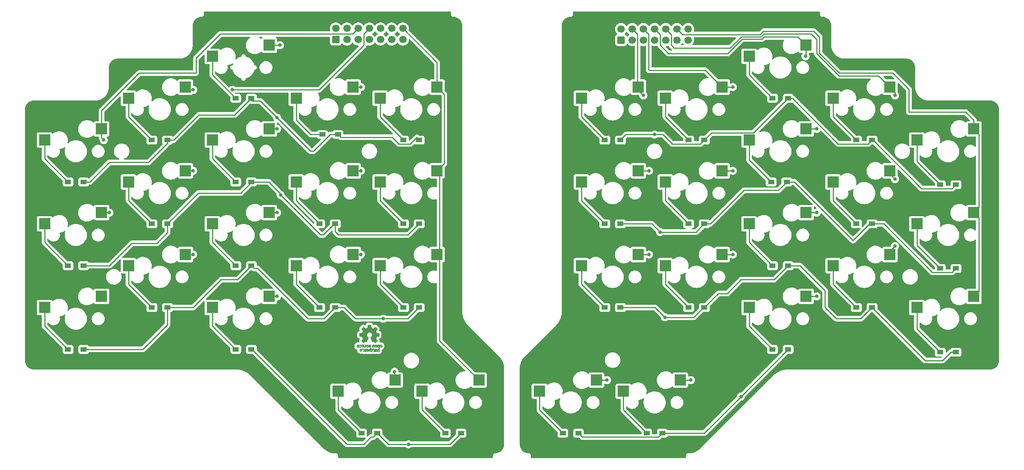
<source format=gbl>
%TF.GenerationSoftware,KiCad,Pcbnew,(6.0.6-1)-1*%
%TF.CreationDate,2022-07-19T11:22:44+08:00*%
%TF.ProjectId,34a,3334612e-6b69-4636-9164-5f7063625858,3.1*%
%TF.SameCoordinates,PX7616b68PY48ab840*%
%TF.FileFunction,Copper,L2,Bot*%
%TF.FilePolarity,Positive*%
%FSLAX46Y46*%
G04 Gerber Fmt 4.6, Leading zero omitted, Abs format (unit mm)*
G04 Created by KiCad (PCBNEW (6.0.6-1)-1) date 2022-07-19 11:22:44*
%MOMM*%
%LPD*%
G01*
G04 APERTURE LIST*
G04 Aperture macros list*
%AMRoundRect*
0 Rectangle with rounded corners*
0 $1 Rounding radius*
0 $2 $3 $4 $5 $6 $7 $8 $9 X,Y pos of 4 corners*
0 Add a 4 corners polygon primitive as box body*
4,1,4,$2,$3,$4,$5,$6,$7,$8,$9,$2,$3,0*
0 Add four circle primitives for the rounded corners*
1,1,$1+$1,$2,$3*
1,1,$1+$1,$4,$5*
1,1,$1+$1,$6,$7*
1,1,$1+$1,$8,$9*
0 Add four rect primitives between the rounded corners*
20,1,$1+$1,$2,$3,$4,$5,0*
20,1,$1+$1,$4,$5,$6,$7,0*
20,1,$1+$1,$6,$7,$8,$9,0*
20,1,$1+$1,$8,$9,$2,$3,0*%
G04 Aperture macros list end*
%TA.AperFunction,EtchedComponent*%
%ADD10C,0.010000*%
%TD*%
%TA.AperFunction,SMDPad,CuDef*%
%ADD11R,2.550000X2.500000*%
%TD*%
%TA.AperFunction,ComponentPad*%
%ADD12RoundRect,0.250000X0.600000X-0.600000X0.600000X0.600000X-0.600000X0.600000X-0.600000X-0.600000X0*%
%TD*%
%TA.AperFunction,ComponentPad*%
%ADD13C,1.700000*%
%TD*%
%TA.AperFunction,SMDPad,CuDef*%
%ADD14R,1.400000X1.000000*%
%TD*%
%TA.AperFunction,ViaPad*%
%ADD15C,0.800000*%
%TD*%
%TA.AperFunction,Conductor*%
%ADD16C,0.250000*%
%TD*%
G04 APERTURE END LIST*
%TO.C,LOGO1*%
G36*
X-725756Y-45454419D02*
G01*
X-758723Y-45503255D01*
X-808730Y-45538386D01*
X-813638Y-45540521D01*
X-868354Y-45555903D01*
X-930007Y-45561899D01*
X-988624Y-45558233D01*
X-1034233Y-45544629D01*
X-1052451Y-45535754D01*
X-1065821Y-45533637D01*
X-1068812Y-45544706D01*
X-1074476Y-45554942D01*
X-1096393Y-45561038D01*
X-1138932Y-45562822D01*
X-1209052Y-45562822D01*
X-1205320Y-45342773D01*
X-1068812Y-45342773D01*
X-1064076Y-45375666D01*
X-1043664Y-45411931D01*
X-1036129Y-45418597D01*
X-1005247Y-45432620D01*
X-958787Y-45436228D01*
X-930910Y-45434819D01*
X-878745Y-45424204D01*
X-846413Y-45404425D01*
X-835508Y-45376824D01*
X-847626Y-45342743D01*
X-854696Y-45333824D01*
X-886276Y-45313818D01*
X-936256Y-45302395D01*
X-1007513Y-45298763D01*
X-1068812Y-45298763D01*
X-1068812Y-45342773D01*
X-1205320Y-45342773D01*
X-1204947Y-45320768D01*
X-1203831Y-45264794D01*
X-1200894Y-45180996D01*
X-1195942Y-45116920D01*
X-1187998Y-45069073D01*
X-1176083Y-45033962D01*
X-1159220Y-45008093D01*
X-1136428Y-44987974D01*
X-1106731Y-44970110D01*
X-1091411Y-44963290D01*
X-1038411Y-44950417D01*
X-974487Y-44945095D01*
X-908398Y-44947227D01*
X-848901Y-44956714D01*
X-804753Y-44973461D01*
X-789396Y-44983185D01*
X-754040Y-45012005D01*
X-742074Y-45036137D01*
X-744980Y-45040800D01*
X-763091Y-45057088D01*
X-792328Y-45078817D01*
X-807275Y-45088987D01*
X-832730Y-45103397D01*
X-849272Y-45104773D01*
X-864630Y-45094827D01*
X-902906Y-45074684D01*
X-954410Y-45066400D01*
X-1007043Y-45072742D01*
X-1008039Y-45073030D01*
X-1045162Y-45089158D01*
X-1063537Y-45114405D01*
X-1068620Y-45156158D01*
X-1068812Y-45195879D01*
X-937577Y-45200168D01*
X-916669Y-45200873D01*
X-863957Y-45203326D01*
X-828619Y-45207180D01*
X-804733Y-45213878D01*
X-786376Y-45224864D01*
X-767624Y-45241580D01*
X-736663Y-45280244D01*
X-713971Y-45337456D01*
X-711746Y-45376824D01*
X-710587Y-45397333D01*
X-725756Y-45454419D01*
G37*
D10*
X-725756Y-45454419D02*
X-758723Y-45503255D01*
X-808730Y-45538386D01*
X-813638Y-45540521D01*
X-868354Y-45555903D01*
X-930007Y-45561899D01*
X-988624Y-45558233D01*
X-1034233Y-45544629D01*
X-1052451Y-45535754D01*
X-1065821Y-45533637D01*
X-1068812Y-45544706D01*
X-1074476Y-45554942D01*
X-1096393Y-45561038D01*
X-1138932Y-45562822D01*
X-1209052Y-45562822D01*
X-1205320Y-45342773D01*
X-1068812Y-45342773D01*
X-1064076Y-45375666D01*
X-1043664Y-45411931D01*
X-1036129Y-45418597D01*
X-1005247Y-45432620D01*
X-958787Y-45436228D01*
X-930910Y-45434819D01*
X-878745Y-45424204D01*
X-846413Y-45404425D01*
X-835508Y-45376824D01*
X-847626Y-45342743D01*
X-854696Y-45333824D01*
X-886276Y-45313818D01*
X-936256Y-45302395D01*
X-1007513Y-45298763D01*
X-1068812Y-45298763D01*
X-1068812Y-45342773D01*
X-1205320Y-45342773D01*
X-1204947Y-45320768D01*
X-1203831Y-45264794D01*
X-1200894Y-45180996D01*
X-1195942Y-45116920D01*
X-1187998Y-45069073D01*
X-1176083Y-45033962D01*
X-1159220Y-45008093D01*
X-1136428Y-44987974D01*
X-1106731Y-44970110D01*
X-1091411Y-44963290D01*
X-1038411Y-44950417D01*
X-974487Y-44945095D01*
X-908398Y-44947227D01*
X-848901Y-44956714D01*
X-804753Y-44973461D01*
X-789396Y-44983185D01*
X-754040Y-45012005D01*
X-742074Y-45036137D01*
X-744980Y-45040800D01*
X-763091Y-45057088D01*
X-792328Y-45078817D01*
X-807275Y-45088987D01*
X-832730Y-45103397D01*
X-849272Y-45104773D01*
X-864630Y-45094827D01*
X-902906Y-45074684D01*
X-954410Y-45066400D01*
X-1007043Y-45072742D01*
X-1008039Y-45073030D01*
X-1045162Y-45089158D01*
X-1063537Y-45114405D01*
X-1068620Y-45156158D01*
X-1068812Y-45195879D01*
X-937577Y-45200168D01*
X-916669Y-45200873D01*
X-863957Y-45203326D01*
X-828619Y-45207180D01*
X-804733Y-45213878D01*
X-786376Y-45224864D01*
X-767624Y-45241580D01*
X-736663Y-45280244D01*
X-713971Y-45337456D01*
X-711746Y-45376824D01*
X-710587Y-45397333D01*
X-725756Y-45454419D01*
G36*
X-1529735Y-44954965D02*
G01*
X-1491745Y-44972745D01*
X-1458614Y-44998806D01*
X-1458614Y-44972745D01*
X-1457789Y-44962849D01*
X-1450107Y-44952358D01*
X-1429333Y-44947725D01*
X-1389456Y-44946683D01*
X-1320297Y-44946683D01*
X-1320297Y-45562822D01*
X-1458614Y-45562822D01*
X-1458614Y-45362226D01*
X-1458631Y-45350710D01*
X-1459811Y-45269758D01*
X-1462706Y-45203817D01*
X-1467112Y-45156258D01*
X-1472819Y-45130452D01*
X-1478060Y-45120710D01*
X-1510324Y-45090156D01*
X-1554270Y-45076631D01*
X-1602257Y-45082941D01*
X-1614027Y-45087217D01*
X-1639102Y-45094776D01*
X-1656238Y-45092428D01*
X-1673482Y-45077064D01*
X-1698876Y-45045571D01*
X-1740064Y-44993568D01*
X-1711114Y-44970125D01*
X-1683595Y-44956015D01*
X-1635255Y-44946486D01*
X-1580770Y-44946174D01*
X-1529735Y-44954965D01*
G37*
X-1529735Y-44954965D02*
X-1491745Y-44972745D01*
X-1458614Y-44998806D01*
X-1458614Y-44972745D01*
X-1457789Y-44962849D01*
X-1450107Y-44952358D01*
X-1429333Y-44947725D01*
X-1389456Y-44946683D01*
X-1320297Y-44946683D01*
X-1320297Y-45562822D01*
X-1458614Y-45562822D01*
X-1458614Y-45362226D01*
X-1458631Y-45350710D01*
X-1459811Y-45269758D01*
X-1462706Y-45203817D01*
X-1467112Y-45156258D01*
X-1472819Y-45130452D01*
X-1478060Y-45120710D01*
X-1510324Y-45090156D01*
X-1554270Y-45076631D01*
X-1602257Y-45082941D01*
X-1614027Y-45087217D01*
X-1639102Y-45094776D01*
X-1656238Y-45092428D01*
X-1673482Y-45077064D01*
X-1698876Y-45045571D01*
X-1740064Y-44993568D01*
X-1711114Y-44970125D01*
X-1683595Y-44956015D01*
X-1635255Y-44946486D01*
X-1580770Y-44946174D01*
X-1529735Y-44954965D01*
G36*
X882605Y-44002424D02*
G01*
X939926Y-44020434D01*
X965199Y-44032674D01*
X977910Y-44033938D01*
X980792Y-44022798D01*
X980795Y-44022461D01*
X987006Y-44011087D01*
X1008428Y-44005256D01*
X1049950Y-44003614D01*
X1119109Y-44003614D01*
X1119109Y-44607179D01*
X980792Y-44607179D01*
X980792Y-44399132D01*
X980697Y-44328879D01*
X980051Y-44271170D01*
X978320Y-44230787D01*
X974974Y-44203615D01*
X969481Y-44185540D01*
X961310Y-44172447D01*
X949928Y-44160221D01*
X934424Y-44147217D01*
X889843Y-44129745D01*
X843047Y-44134873D01*
X800180Y-44162507D01*
X787927Y-44175368D01*
X779132Y-44188384D01*
X773233Y-44205706D01*
X769651Y-44231501D01*
X767809Y-44269939D01*
X767128Y-44325189D01*
X767030Y-44401418D01*
X767030Y-44607179D01*
X628713Y-44607179D01*
X628989Y-44383985D01*
X629008Y-44374044D01*
X630207Y-44279106D01*
X633891Y-44205358D01*
X641006Y-44149214D01*
X652500Y-44107087D01*
X669318Y-44075391D01*
X692409Y-44050541D01*
X722717Y-44028950D01*
X754012Y-44014002D01*
X817037Y-44000421D01*
X882605Y-44002424D01*
G37*
X882605Y-44002424D02*
X939926Y-44020434D01*
X965199Y-44032674D01*
X977910Y-44033938D01*
X980792Y-44022798D01*
X980795Y-44022461D01*
X987006Y-44011087D01*
X1008428Y-44005256D01*
X1049950Y-44003614D01*
X1119109Y-44003614D01*
X1119109Y-44607179D01*
X980792Y-44607179D01*
X980792Y-44399132D01*
X980697Y-44328879D01*
X980051Y-44271170D01*
X978320Y-44230787D01*
X974974Y-44203615D01*
X969481Y-44185540D01*
X961310Y-44172447D01*
X949928Y-44160221D01*
X934424Y-44147217D01*
X889843Y-44129745D01*
X843047Y-44134873D01*
X800180Y-44162507D01*
X787927Y-44175368D01*
X779132Y-44188384D01*
X773233Y-44205706D01*
X769651Y-44231501D01*
X767809Y-44269939D01*
X767128Y-44325189D01*
X767030Y-44401418D01*
X767030Y-44607179D01*
X628713Y-44607179D01*
X628989Y-44383985D01*
X629008Y-44374044D01*
X630207Y-44279106D01*
X633891Y-44205358D01*
X641006Y-44149214D01*
X652500Y-44107087D01*
X669318Y-44075391D01*
X692409Y-44050541D01*
X722717Y-44028950D01*
X754012Y-44014002D01*
X817037Y-44000421D01*
X882605Y-44002424D01*
G36*
X1711421Y-44317936D02*
G01*
X1710322Y-44356371D01*
X1697926Y-44440367D01*
X1670608Y-44506595D01*
X1626941Y-44557784D01*
X1565495Y-44596663D01*
X1505888Y-44614812D01*
X1431110Y-44618284D01*
X1355664Y-44604930D01*
X1288366Y-44575425D01*
X1263428Y-44559012D01*
X1235951Y-44537973D01*
X1223414Y-44524129D01*
X1224124Y-44518417D01*
X1238158Y-44498955D01*
X1264533Y-44475376D01*
X1310240Y-44440513D01*
X1363799Y-44467262D01*
X1378282Y-44473882D01*
X1420916Y-44488273D01*
X1456649Y-44494010D01*
X1482998Y-44489282D01*
X1524347Y-44466514D01*
X1559104Y-44431170D01*
X1578983Y-44390273D01*
X1587083Y-44355693D01*
X1207129Y-44355693D01*
X1207199Y-44289679D01*
X1207774Y-44268757D01*
X1211972Y-44223862D01*
X1345445Y-44223862D01*
X1345690Y-44226434D01*
X1352604Y-44234443D01*
X1372141Y-44239364D01*
X1408467Y-44241843D01*
X1465748Y-44242525D01*
X1484575Y-44242517D01*
X1533470Y-44242065D01*
X1562863Y-44240113D01*
X1577115Y-44235558D01*
X1580582Y-44227299D01*
X1577625Y-44214233D01*
X1577173Y-44212752D01*
X1551699Y-44167285D01*
X1511539Y-44135981D01*
X1463651Y-44124327D01*
X1445949Y-44125259D01*
X1413094Y-44136408D01*
X1381575Y-44164763D01*
X1373085Y-44174789D01*
X1353336Y-44203423D01*
X1345445Y-44223862D01*
X1211972Y-44223862D01*
X1212512Y-44218091D01*
X1220459Y-44176166D01*
X1229168Y-44152696D01*
X1259790Y-44101646D01*
X1300799Y-44055283D01*
X1344168Y-44023514D01*
X1356699Y-44017614D01*
X1429661Y-43998046D01*
X1504168Y-44000109D01*
X1574217Y-44022931D01*
X1633807Y-44065639D01*
X1666038Y-44105025D01*
X1692392Y-44160510D01*
X1706482Y-44227299D01*
X1707022Y-44229861D01*
X1711421Y-44317936D01*
G37*
X1711421Y-44317936D02*
X1710322Y-44356371D01*
X1697926Y-44440367D01*
X1670608Y-44506595D01*
X1626941Y-44557784D01*
X1565495Y-44596663D01*
X1505888Y-44614812D01*
X1431110Y-44618284D01*
X1355664Y-44604930D01*
X1288366Y-44575425D01*
X1263428Y-44559012D01*
X1235951Y-44537973D01*
X1223414Y-44524129D01*
X1224124Y-44518417D01*
X1238158Y-44498955D01*
X1264533Y-44475376D01*
X1310240Y-44440513D01*
X1363799Y-44467262D01*
X1378282Y-44473882D01*
X1420916Y-44488273D01*
X1456649Y-44494010D01*
X1482998Y-44489282D01*
X1524347Y-44466514D01*
X1559104Y-44431170D01*
X1578983Y-44390273D01*
X1587083Y-44355693D01*
X1207129Y-44355693D01*
X1207199Y-44289679D01*
X1207774Y-44268757D01*
X1211972Y-44223862D01*
X1345445Y-44223862D01*
X1345690Y-44226434D01*
X1352604Y-44234443D01*
X1372141Y-44239364D01*
X1408467Y-44241843D01*
X1465748Y-44242525D01*
X1484575Y-44242517D01*
X1533470Y-44242065D01*
X1562863Y-44240113D01*
X1577115Y-44235558D01*
X1580582Y-44227299D01*
X1577625Y-44214233D01*
X1577173Y-44212752D01*
X1551699Y-44167285D01*
X1511539Y-44135981D01*
X1463651Y-44124327D01*
X1445949Y-44125259D01*
X1413094Y-44136408D01*
X1381575Y-44164763D01*
X1373085Y-44174789D01*
X1353336Y-44203423D01*
X1345445Y-44223862D01*
X1211972Y-44223862D01*
X1212512Y-44218091D01*
X1220459Y-44176166D01*
X1229168Y-44152696D01*
X1259790Y-44101646D01*
X1300799Y-44055283D01*
X1344168Y-44023514D01*
X1356699Y-44017614D01*
X1429661Y-43998046D01*
X1504168Y-44000109D01*
X1574217Y-44022931D01*
X1633807Y-44065639D01*
X1666038Y-44105025D01*
X1692392Y-44160510D01*
X1706482Y-44227299D01*
X1707022Y-44229861D01*
X1711421Y-44317936D01*
G36*
X-2382175Y-44361121D02*
G01*
X-2382385Y-44363014D01*
X-2400465Y-44451325D01*
X-2433130Y-44519986D01*
X-2481399Y-44570506D01*
X-2546287Y-44604393D01*
X-2558199Y-44608268D01*
X-2632029Y-44619688D01*
X-2708386Y-44613320D01*
X-2779374Y-44590563D01*
X-2837096Y-44552819D01*
X-2880333Y-44512872D01*
X-2834375Y-44476532D01*
X-2788417Y-44440193D01*
X-2733031Y-44467101D01*
X-2668944Y-44488905D01*
X-2612368Y-44489558D01*
X-2566080Y-44469525D01*
X-2532770Y-44429315D01*
X-2520829Y-44405222D01*
X-2514163Y-44384630D01*
X-2518020Y-44370720D01*
X-2535325Y-44362181D01*
X-2569003Y-44357704D01*
X-2621979Y-44355978D01*
X-2697178Y-44355693D01*
X-2879505Y-44355693D01*
X-2879505Y-44268492D01*
X-2878143Y-44230210D01*
X-2749766Y-44230210D01*
X-2743601Y-44237251D01*
X-2725346Y-44240916D01*
X-2690648Y-44242306D01*
X-2635154Y-44242525D01*
X-2605397Y-44242176D01*
X-2558438Y-44239867D01*
X-2526584Y-44235822D01*
X-2514852Y-44230542D01*
X-2517854Y-44211062D01*
X-2539012Y-44173786D01*
X-2574269Y-44143164D01*
X-2616301Y-44124668D01*
X-2657780Y-44123773D01*
X-2689003Y-44138604D01*
X-2724382Y-44172355D01*
X-2746878Y-44214233D01*
X-2748195Y-44218690D01*
X-2749766Y-44230210D01*
X-2878143Y-44230210D01*
X-2877864Y-44222371D01*
X-2873045Y-44176740D01*
X-2866160Y-44145893D01*
X-2861141Y-44134117D01*
X-2824610Y-44081667D01*
X-2771825Y-44037921D01*
X-2710096Y-44009279D01*
X-2677898Y-44001457D01*
X-2601180Y-43997896D01*
X-2532821Y-44016009D01*
X-2474701Y-44053779D01*
X-2428698Y-44109191D01*
X-2396690Y-44180229D01*
X-2387100Y-44230542D01*
X-2380556Y-44264878D01*
X-2382175Y-44361121D01*
G37*
X-2382175Y-44361121D02*
X-2382385Y-44363014D01*
X-2400465Y-44451325D01*
X-2433130Y-44519986D01*
X-2481399Y-44570506D01*
X-2546287Y-44604393D01*
X-2558199Y-44608268D01*
X-2632029Y-44619688D01*
X-2708386Y-44613320D01*
X-2779374Y-44590563D01*
X-2837096Y-44552819D01*
X-2880333Y-44512872D01*
X-2834375Y-44476532D01*
X-2788417Y-44440193D01*
X-2733031Y-44467101D01*
X-2668944Y-44488905D01*
X-2612368Y-44489558D01*
X-2566080Y-44469525D01*
X-2532770Y-44429315D01*
X-2520829Y-44405222D01*
X-2514163Y-44384630D01*
X-2518020Y-44370720D01*
X-2535325Y-44362181D01*
X-2569003Y-44357704D01*
X-2621979Y-44355978D01*
X-2697178Y-44355693D01*
X-2879505Y-44355693D01*
X-2879505Y-44268492D01*
X-2878143Y-44230210D01*
X-2749766Y-44230210D01*
X-2743601Y-44237251D01*
X-2725346Y-44240916D01*
X-2690648Y-44242306D01*
X-2635154Y-44242525D01*
X-2605397Y-44242176D01*
X-2558438Y-44239867D01*
X-2526584Y-44235822D01*
X-2514852Y-44230542D01*
X-2517854Y-44211062D01*
X-2539012Y-44173786D01*
X-2574269Y-44143164D01*
X-2616301Y-44124668D01*
X-2657780Y-44123773D01*
X-2689003Y-44138604D01*
X-2724382Y-44172355D01*
X-2746878Y-44214233D01*
X-2748195Y-44218690D01*
X-2749766Y-44230210D01*
X-2878143Y-44230210D01*
X-2877864Y-44222371D01*
X-2873045Y-44176740D01*
X-2866160Y-44145893D01*
X-2861141Y-44134117D01*
X-2824610Y-44081667D01*
X-2771825Y-44037921D01*
X-2710096Y-44009279D01*
X-2677898Y-44001457D01*
X-2601180Y-43997896D01*
X-2532821Y-44016009D01*
X-2474701Y-44053779D01*
X-2428698Y-44109191D01*
X-2396690Y-44180229D01*
X-2387100Y-44230542D01*
X-2380556Y-44264878D01*
X-2382175Y-44361121D01*
G36*
X98874Y-44003207D02*
G01*
X171495Y-44021408D01*
X224546Y-44055144D01*
X258329Y-44104642D01*
X273147Y-44170126D01*
X270147Y-44232820D01*
X248493Y-44285699D01*
X206967Y-44324796D01*
X144736Y-44350873D01*
X60969Y-44364695D01*
X6540Y-44371940D01*
X-43140Y-44387615D01*
X-68789Y-44410314D01*
X-70338Y-44439998D01*
X-60016Y-44458507D01*
X-28049Y-44480443D01*
X17395Y-44490818D01*
X70649Y-44489399D01*
X126048Y-44475952D01*
X177928Y-44450243D01*
X229653Y-44416013D01*
X275148Y-44462049D01*
X320643Y-44508084D01*
X282921Y-44538876D01*
X268253Y-44549574D01*
X226983Y-44573880D01*
X182327Y-44594825D01*
X146984Y-44606845D01*
X95234Y-44615552D01*
X31435Y-44615667D01*
X-46800Y-44606081D01*
X-117278Y-44581783D01*
X-167164Y-44543188D01*
X-196577Y-44490198D01*
X-205635Y-44422718D01*
X-199079Y-44363354D01*
X-178030Y-44314752D01*
X-140136Y-44279946D01*
X-82996Y-44256798D01*
X-4215Y-44243170D01*
X4834Y-44242183D01*
X53885Y-44235892D01*
X93675Y-44229309D01*
X116312Y-44223708D01*
X123866Y-44219197D01*
X136637Y-44195941D01*
X134563Y-44166171D01*
X117495Y-44140327D01*
X108533Y-44134691D01*
X71188Y-44125660D01*
X22950Y-44126267D01*
X-27350Y-44135878D01*
X-70885Y-44153858D01*
X-116628Y-44180847D01*
X-152110Y-44139384D01*
X-160720Y-44128850D01*
X-180117Y-44100632D01*
X-188103Y-44081508D01*
X-179717Y-44069781D01*
X-153774Y-44051476D01*
X-116312Y-44031777D01*
X-111034Y-44029370D01*
X-61634Y-44010482D01*
X-14017Y-44001452D01*
X45072Y-43999639D01*
X98874Y-44003207D01*
G37*
X98874Y-44003207D02*
X171495Y-44021408D01*
X224546Y-44055144D01*
X258329Y-44104642D01*
X273147Y-44170126D01*
X270147Y-44232820D01*
X248493Y-44285699D01*
X206967Y-44324796D01*
X144736Y-44350873D01*
X60969Y-44364695D01*
X6540Y-44371940D01*
X-43140Y-44387615D01*
X-68789Y-44410314D01*
X-70338Y-44439998D01*
X-60016Y-44458507D01*
X-28049Y-44480443D01*
X17395Y-44490818D01*
X70649Y-44489399D01*
X126048Y-44475952D01*
X177928Y-44450243D01*
X229653Y-44416013D01*
X275148Y-44462049D01*
X320643Y-44508084D01*
X282921Y-44538876D01*
X268253Y-44549574D01*
X226983Y-44573880D01*
X182327Y-44594825D01*
X146984Y-44606845D01*
X95234Y-44615552D01*
X31435Y-44615667D01*
X-46800Y-44606081D01*
X-117278Y-44581783D01*
X-167164Y-44543188D01*
X-196577Y-44490198D01*
X-205635Y-44422718D01*
X-199079Y-44363354D01*
X-178030Y-44314752D01*
X-140136Y-44279946D01*
X-82996Y-44256798D01*
X-4215Y-44243170D01*
X4834Y-44242183D01*
X53885Y-44235892D01*
X93675Y-44229309D01*
X116312Y-44223708D01*
X123866Y-44219197D01*
X136637Y-44195941D01*
X134563Y-44166171D01*
X117495Y-44140327D01*
X108533Y-44134691D01*
X71188Y-44125660D01*
X22950Y-44126267D01*
X-27350Y-44135878D01*
X-70885Y-44153858D01*
X-116628Y-44180847D01*
X-152110Y-44139384D01*
X-160720Y-44128850D01*
X-180117Y-44100632D01*
X-188103Y-44081508D01*
X-179717Y-44069781D01*
X-153774Y-44051476D01*
X-116312Y-44031777D01*
X-111034Y-44029370D01*
X-61634Y-44010482D01*
X-14017Y-44001452D01*
X45072Y-43999639D01*
X98874Y-44003207D01*
G36*
X-1737282Y-45301692D02*
G01*
X-1752173Y-45391459D01*
X-1782815Y-45462045D01*
X-1829476Y-45513952D01*
X-1892426Y-45547686D01*
X-1912765Y-45553647D01*
X-1985388Y-45561971D01*
X-2062072Y-45554946D01*
X-2131337Y-45533265D01*
X-2155738Y-45520959D01*
X-2190725Y-45499879D01*
X-2211928Y-45482534D01*
X-2215058Y-45478571D01*
X-2220915Y-45464077D01*
X-2212476Y-45448321D01*
X-2186779Y-45424460D01*
X-2174378Y-45414072D01*
X-2149948Y-45395063D01*
X-2137139Y-45387293D01*
X-2133470Y-45388094D01*
X-2112439Y-45396745D01*
X-2081040Y-45411931D01*
X-2070803Y-45416926D01*
X-2010410Y-45435475D01*
X-1957943Y-45430694D01*
X-1911935Y-45402500D01*
X-1906581Y-45397291D01*
X-1880987Y-45364659D01*
X-1866363Y-45333342D01*
X-1858264Y-45298763D01*
X-2238218Y-45298763D01*
X-2238148Y-45232748D01*
X-2238108Y-45226182D01*
X-2232978Y-45173218D01*
X-2099901Y-45173218D01*
X-2098330Y-45184203D01*
X-2090262Y-45191773D01*
X-2071033Y-45195975D01*
X-2035981Y-45197783D01*
X-1980446Y-45198169D01*
X-1949571Y-45197768D01*
X-1903998Y-45195429D01*
X-1872652Y-45191465D01*
X-1860990Y-45186413D01*
X-1870936Y-45144827D01*
X-1900053Y-45106013D01*
X-1942048Y-45079086D01*
X-1990560Y-45069772D01*
X-2026277Y-45080272D01*
X-2061980Y-45105940D01*
X-2089121Y-45139381D01*
X-2099901Y-45173218D01*
X-2232978Y-45173218D01*
X-2230242Y-45144965D01*
X-2207345Y-45078895D01*
X-2167393Y-45021940D01*
X-2143021Y-44997848D01*
X-2092685Y-44965597D01*
X-2032581Y-44949970D01*
X-1956662Y-44948871D01*
X-1919990Y-44953179D01*
X-1852297Y-44975549D01*
X-1800470Y-45016263D01*
X-1764055Y-45075949D01*
X-1742599Y-45155236D01*
X-1740421Y-45186413D01*
X-1735647Y-45254753D01*
X-1737282Y-45301692D01*
G37*
X-1737282Y-45301692D02*
X-1752173Y-45391459D01*
X-1782815Y-45462045D01*
X-1829476Y-45513952D01*
X-1892426Y-45547686D01*
X-1912765Y-45553647D01*
X-1985388Y-45561971D01*
X-2062072Y-45554946D01*
X-2131337Y-45533265D01*
X-2155738Y-45520959D01*
X-2190725Y-45499879D01*
X-2211928Y-45482534D01*
X-2215058Y-45478571D01*
X-2220915Y-45464077D01*
X-2212476Y-45448321D01*
X-2186779Y-45424460D01*
X-2174378Y-45414072D01*
X-2149948Y-45395063D01*
X-2137139Y-45387293D01*
X-2133470Y-45388094D01*
X-2112439Y-45396745D01*
X-2081040Y-45411931D01*
X-2070803Y-45416926D01*
X-2010410Y-45435475D01*
X-1957943Y-45430694D01*
X-1911935Y-45402500D01*
X-1906581Y-45397291D01*
X-1880987Y-45364659D01*
X-1866363Y-45333342D01*
X-1858264Y-45298763D01*
X-2238218Y-45298763D01*
X-2238148Y-45232748D01*
X-2238108Y-45226182D01*
X-2232978Y-45173218D01*
X-2099901Y-45173218D01*
X-2098330Y-45184203D01*
X-2090262Y-45191773D01*
X-2071033Y-45195975D01*
X-2035981Y-45197783D01*
X-1980446Y-45198169D01*
X-1949571Y-45197768D01*
X-1903998Y-45195429D01*
X-1872652Y-45191465D01*
X-1860990Y-45186413D01*
X-1870936Y-45144827D01*
X-1900053Y-45106013D01*
X-1942048Y-45079086D01*
X-1990560Y-45069772D01*
X-2026277Y-45080272D01*
X-2061980Y-45105940D01*
X-2089121Y-45139381D01*
X-2099901Y-45173218D01*
X-2232978Y-45173218D01*
X-2230242Y-45144965D01*
X-2207345Y-45078895D01*
X-2167393Y-45021940D01*
X-2143021Y-44997848D01*
X-2092685Y-44965597D01*
X-2032581Y-44949970D01*
X-1956662Y-44948871D01*
X-1919990Y-44953179D01*
X-1852297Y-44975549D01*
X-1800470Y-45016263D01*
X-1764055Y-45075949D01*
X-1742599Y-45155236D01*
X-1740421Y-45186413D01*
X-1735647Y-45254753D01*
X-1737282Y-45301692D01*
G36*
X2863373Y-44379310D02*
G01*
X2859688Y-44427332D01*
X2853410Y-44461368D01*
X2843044Y-44488338D01*
X2827092Y-44515158D01*
X2826412Y-44516175D01*
X2787132Y-44559629D01*
X2739072Y-44592772D01*
X2683185Y-44612439D01*
X2609666Y-44618824D01*
X2537609Y-44606268D01*
X2473201Y-44576011D01*
X2422627Y-44529294D01*
X2408108Y-44507221D01*
X2380993Y-44438602D01*
X2367546Y-44353939D01*
X2367776Y-44332523D01*
X2502920Y-44332523D01*
X2503174Y-44372574D01*
X2507421Y-44399313D01*
X2517096Y-44419859D01*
X2533638Y-44441331D01*
X2556593Y-44462639D01*
X2602505Y-44481653D01*
X2651802Y-44478122D01*
X2698917Y-44451694D01*
X2712207Y-44439072D01*
X2726397Y-44417465D01*
X2734266Y-44387094D01*
X2738726Y-44339770D01*
X2739955Y-44304219D01*
X2733224Y-44231620D01*
X2712567Y-44179642D01*
X2677894Y-44147999D01*
X2637249Y-44132847D01*
X2588777Y-44134123D01*
X2543845Y-44159703D01*
X2533103Y-44169442D01*
X2519548Y-44186480D01*
X2511505Y-44208772D01*
X2507043Y-44242947D01*
X2504228Y-44295638D01*
X2502920Y-44332523D01*
X2367776Y-44332523D01*
X2368583Y-44257351D01*
X2369907Y-44243651D01*
X2388374Y-44155908D01*
X2422540Y-44087793D01*
X2472479Y-44039231D01*
X2538261Y-44010148D01*
X2619961Y-44000471D01*
X2650828Y-44001379D01*
X2714128Y-44012493D01*
X2765889Y-44039021D01*
X2814147Y-44084436D01*
X2821865Y-44093551D01*
X2842681Y-44124248D01*
X2856362Y-44159007D01*
X2863948Y-44203056D01*
X2866479Y-44261621D01*
X2865672Y-44304219D01*
X2864997Y-44339931D01*
X2863373Y-44379310D01*
G37*
X2863373Y-44379310D02*
X2859688Y-44427332D01*
X2853410Y-44461368D01*
X2843044Y-44488338D01*
X2827092Y-44515158D01*
X2826412Y-44516175D01*
X2787132Y-44559629D01*
X2739072Y-44592772D01*
X2683185Y-44612439D01*
X2609666Y-44618824D01*
X2537609Y-44606268D01*
X2473201Y-44576011D01*
X2422627Y-44529294D01*
X2408108Y-44507221D01*
X2380993Y-44438602D01*
X2367546Y-44353939D01*
X2367776Y-44332523D01*
X2502920Y-44332523D01*
X2503174Y-44372574D01*
X2507421Y-44399313D01*
X2517096Y-44419859D01*
X2533638Y-44441331D01*
X2556593Y-44462639D01*
X2602505Y-44481653D01*
X2651802Y-44478122D01*
X2698917Y-44451694D01*
X2712207Y-44439072D01*
X2726397Y-44417465D01*
X2734266Y-44387094D01*
X2738726Y-44339770D01*
X2739955Y-44304219D01*
X2733224Y-44231620D01*
X2712567Y-44179642D01*
X2677894Y-44147999D01*
X2637249Y-44132847D01*
X2588777Y-44134123D01*
X2543845Y-44159703D01*
X2533103Y-44169442D01*
X2519548Y-44186480D01*
X2511505Y-44208772D01*
X2507043Y-44242947D01*
X2504228Y-44295638D01*
X2502920Y-44332523D01*
X2367776Y-44332523D01*
X2368583Y-44257351D01*
X2369907Y-44243651D01*
X2388374Y-44155908D01*
X2422540Y-44087793D01*
X2472479Y-44039231D01*
X2538261Y-44010148D01*
X2619961Y-44000471D01*
X2650828Y-44001379D01*
X2714128Y-44012493D01*
X2765889Y-44039021D01*
X2814147Y-44084436D01*
X2821865Y-44093551D01*
X2842681Y-44124248D01*
X2856362Y-44159007D01*
X2863948Y-44203056D01*
X2866479Y-44261621D01*
X2865672Y-44304219D01*
X2864997Y-44339931D01*
X2863373Y-44379310D01*
G36*
X-1219703Y-44199342D02*
G01*
X-1218643Y-44287394D01*
X-1214491Y-44358510D01*
X-1206079Y-44410199D01*
X-1192243Y-44445360D01*
X-1171818Y-44466889D01*
X-1143636Y-44477682D01*
X-1106535Y-44480636D01*
X-1071110Y-44478000D01*
X-1042500Y-44467679D01*
X-1021704Y-44446772D01*
X-1007558Y-44412381D01*
X-998897Y-44361610D01*
X-994555Y-44291563D01*
X-993367Y-44199342D01*
X-993367Y-44003614D01*
X-867624Y-44003614D01*
X-867624Y-44239578D01*
X-867840Y-44302561D01*
X-869516Y-44384007D01*
X-873723Y-44446121D01*
X-881479Y-44492458D01*
X-893804Y-44526573D01*
X-911715Y-44552022D01*
X-936233Y-44572362D01*
X-968377Y-44591147D01*
X-1035875Y-44614928D01*
X-1106319Y-44616480D01*
X-1172736Y-44594580D01*
X-1201714Y-44580383D01*
X-1216091Y-44578261D01*
X-1219703Y-44588293D01*
X-1225701Y-44599556D01*
X-1247170Y-44605489D01*
X-1288862Y-44607179D01*
X-1358020Y-44607179D01*
X-1358020Y-44003614D01*
X-1219703Y-44003614D01*
X-1219703Y-44199342D01*
G37*
X-1219703Y-44199342D02*
X-1218643Y-44287394D01*
X-1214491Y-44358510D01*
X-1206079Y-44410199D01*
X-1192243Y-44445360D01*
X-1171818Y-44466889D01*
X-1143636Y-44477682D01*
X-1106535Y-44480636D01*
X-1071110Y-44478000D01*
X-1042500Y-44467679D01*
X-1021704Y-44446772D01*
X-1007558Y-44412381D01*
X-998897Y-44361610D01*
X-994555Y-44291563D01*
X-993367Y-44199342D01*
X-993367Y-44003614D01*
X-867624Y-44003614D01*
X-867624Y-44239578D01*
X-867840Y-44302561D01*
X-869516Y-44384007D01*
X-873723Y-44446121D01*
X-881479Y-44492458D01*
X-893804Y-44526573D01*
X-911715Y-44552022D01*
X-936233Y-44572362D01*
X-968377Y-44591147D01*
X-1035875Y-44614928D01*
X-1106319Y-44616480D01*
X-1172736Y-44594580D01*
X-1201714Y-44580383D01*
X-1216091Y-44578261D01*
X-1219703Y-44588293D01*
X-1225701Y-44599556D01*
X-1247170Y-44605489D01*
X-1288862Y-44607179D01*
X-1358020Y-44607179D01*
X-1358020Y-44003614D01*
X-1219703Y-44003614D01*
X-1219703Y-44199342D01*
G36*
X-167003Y-45144130D02*
G01*
X-150003Y-45194850D01*
X-129893Y-45250997D01*
X-113101Y-45293532D01*
X-101014Y-45318990D01*
X-95020Y-45323903D01*
X-93574Y-45319630D01*
X-85746Y-45293422D01*
X-73277Y-45249649D01*
X-57553Y-45193211D01*
X-39957Y-45129010D01*
X7914Y-44952971D01*
X81007Y-44949152D01*
X87177Y-44948846D01*
X126592Y-44948441D01*
X145533Y-44952487D01*
X147945Y-44961726D01*
X144898Y-44970749D01*
X134874Y-45001632D01*
X119180Y-45050544D01*
X98934Y-45113987D01*
X75256Y-45188462D01*
X49263Y-45270471D01*
X-43264Y-45562822D01*
X-159007Y-45562822D01*
X-213543Y-45377352D01*
X-223614Y-45343294D01*
X-242225Y-45281378D01*
X-258128Y-45229787D01*
X-269891Y-45193130D01*
X-276082Y-45176018D01*
X-277846Y-45174741D01*
X-286429Y-45185779D01*
X-298684Y-45214969D01*
X-312574Y-45257750D01*
X-313308Y-45260263D01*
X-331904Y-45323400D01*
X-353182Y-45394889D01*
X-372679Y-45459734D01*
X-404295Y-45564122D01*
X-462598Y-45560328D01*
X-520902Y-45556535D01*
X-574902Y-45386782D01*
X-598610Y-45312193D01*
X-625167Y-45228539D01*
X-650596Y-45148342D01*
X-671646Y-45081857D01*
X-714391Y-44946683D01*
X-571388Y-44946683D01*
X-536726Y-45075570D01*
X-527512Y-45109625D01*
X-510085Y-45173115D01*
X-493946Y-45230874D01*
X-481678Y-45273614D01*
X-461291Y-45342773D01*
X-331255Y-44952971D01*
X-281524Y-44949237D01*
X-231794Y-44945504D01*
X-167003Y-45144130D01*
G37*
X-167003Y-45144130D02*
X-150003Y-45194850D01*
X-129893Y-45250997D01*
X-113101Y-45293532D01*
X-101014Y-45318990D01*
X-95020Y-45323903D01*
X-93574Y-45319630D01*
X-85746Y-45293422D01*
X-73277Y-45249649D01*
X-57553Y-45193211D01*
X-39957Y-45129010D01*
X7914Y-44952971D01*
X81007Y-44949152D01*
X87177Y-44948846D01*
X126592Y-44948441D01*
X145533Y-44952487D01*
X147945Y-44961726D01*
X144898Y-44970749D01*
X134874Y-45001632D01*
X119180Y-45050544D01*
X98934Y-45113987D01*
X75256Y-45188462D01*
X49263Y-45270471D01*
X-43264Y-45562822D01*
X-159007Y-45562822D01*
X-213543Y-45377352D01*
X-223614Y-45343294D01*
X-242225Y-45281378D01*
X-258128Y-45229787D01*
X-269891Y-45193130D01*
X-276082Y-45176018D01*
X-277846Y-45174741D01*
X-286429Y-45185779D01*
X-298684Y-45214969D01*
X-312574Y-45257750D01*
X-313308Y-45260263D01*
X-331904Y-45323400D01*
X-353182Y-45394889D01*
X-372679Y-45459734D01*
X-404295Y-45564122D01*
X-462598Y-45560328D01*
X-520902Y-45556535D01*
X-574902Y-45386782D01*
X-598610Y-45312193D01*
X-625167Y-45228539D01*
X-650596Y-45148342D01*
X-671646Y-45081857D01*
X-714391Y-44946683D01*
X-571388Y-44946683D01*
X-536726Y-45075570D01*
X-527512Y-45109625D01*
X-510085Y-45173115D01*
X-493946Y-45230874D01*
X-481678Y-45273614D01*
X-461291Y-45342773D01*
X-331255Y-44952971D01*
X-281524Y-44949237D01*
X-231794Y-44945504D01*
X-167003Y-45144130D01*
G36*
X-270651Y-44388565D02*
G01*
X-286156Y-44464538D01*
X-313890Y-44522511D01*
X-356102Y-44566300D01*
X-415040Y-44599722D01*
X-437924Y-44607676D01*
X-497188Y-44617601D01*
X-559553Y-44617331D01*
X-612177Y-44606430D01*
X-613211Y-44606034D01*
X-655619Y-44581087D01*
X-698463Y-44542468D01*
X-734014Y-44498306D01*
X-754541Y-44456727D01*
X-760626Y-44426334D01*
X-765836Y-44369429D01*
X-766709Y-44318705D01*
X-640024Y-44318705D01*
X-632451Y-44379545D01*
X-614659Y-44429538D01*
X-587704Y-44462204D01*
X-577487Y-44467812D01*
X-538527Y-44478007D01*
X-493464Y-44480104D01*
X-455552Y-44473020D01*
X-440756Y-44462861D01*
X-419986Y-44427334D01*
X-406917Y-44371732D01*
X-402376Y-44298766D01*
X-402449Y-44277762D01*
X-404026Y-44235203D01*
X-409272Y-44207439D01*
X-420277Y-44186925D01*
X-439132Y-44166112D01*
X-475011Y-44140887D01*
X-521720Y-44130573D01*
X-566849Y-44140396D01*
X-604320Y-44168805D01*
X-628057Y-44214253D01*
X-636325Y-44253497D01*
X-640024Y-44318705D01*
X-766709Y-44318705D01*
X-766951Y-44304621D01*
X-764156Y-44240116D01*
X-757634Y-44184121D01*
X-747568Y-44144842D01*
X-724123Y-44100372D01*
X-674363Y-44045692D01*
X-610762Y-44011055D01*
X-535210Y-43997345D01*
X-449601Y-44005448D01*
X-435356Y-44008899D01*
X-369018Y-44038664D01*
X-319029Y-44087530D01*
X-285388Y-44155501D01*
X-268094Y-44242580D01*
X-267590Y-44298766D01*
X-267143Y-44348771D01*
X-270651Y-44388565D01*
G37*
X-270651Y-44388565D02*
X-286156Y-44464538D01*
X-313890Y-44522511D01*
X-356102Y-44566300D01*
X-415040Y-44599722D01*
X-437924Y-44607676D01*
X-497188Y-44617601D01*
X-559553Y-44617331D01*
X-612177Y-44606430D01*
X-613211Y-44606034D01*
X-655619Y-44581087D01*
X-698463Y-44542468D01*
X-734014Y-44498306D01*
X-754541Y-44456727D01*
X-760626Y-44426334D01*
X-765836Y-44369429D01*
X-766709Y-44318705D01*
X-640024Y-44318705D01*
X-632451Y-44379545D01*
X-614659Y-44429538D01*
X-587704Y-44462204D01*
X-577487Y-44467812D01*
X-538527Y-44478007D01*
X-493464Y-44480104D01*
X-455552Y-44473020D01*
X-440756Y-44462861D01*
X-419986Y-44427334D01*
X-406917Y-44371732D01*
X-402376Y-44298766D01*
X-402449Y-44277762D01*
X-404026Y-44235203D01*
X-409272Y-44207439D01*
X-420277Y-44186925D01*
X-439132Y-44166112D01*
X-475011Y-44140887D01*
X-521720Y-44130573D01*
X-566849Y-44140396D01*
X-604320Y-44168805D01*
X-628057Y-44214253D01*
X-636325Y-44253497D01*
X-640024Y-44318705D01*
X-766709Y-44318705D01*
X-766951Y-44304621D01*
X-764156Y-44240116D01*
X-757634Y-44184121D01*
X-747568Y-44144842D01*
X-724123Y-44100372D01*
X-674363Y-44045692D01*
X-610762Y-44011055D01*
X-535210Y-43997345D01*
X-449601Y-44005448D01*
X-435356Y-44008899D01*
X-369018Y-44038664D01*
X-319029Y-44087530D01*
X-285388Y-44155501D01*
X-268094Y-44242580D01*
X-267590Y-44298766D01*
X-267143Y-44348771D01*
X-270651Y-44388565D01*
G36*
X1707157Y-45396882D02*
G01*
X1691835Y-45461479D01*
X1657753Y-45510063D01*
X1603218Y-45545072D01*
X1575036Y-45553589D01*
X1526764Y-45560228D01*
X1473978Y-45561813D01*
X1426353Y-45558160D01*
X1393566Y-45549083D01*
X1373652Y-45541813D01*
X1354155Y-45549083D01*
X1347023Y-45553295D01*
X1318557Y-45560126D01*
X1280059Y-45562822D01*
X1219703Y-45562822D01*
X1219703Y-45347111D01*
X1358020Y-45347111D01*
X1362668Y-45383904D01*
X1381015Y-45416269D01*
X1391514Y-45423274D01*
X1428988Y-45434191D01*
X1475773Y-45436917D01*
X1521652Y-45431379D01*
X1556410Y-45417505D01*
X1573726Y-45399161D01*
X1584356Y-45366566D01*
X1574929Y-45340729D01*
X1543764Y-45318263D01*
X1493667Y-45303850D01*
X1427582Y-45298763D01*
X1358020Y-45298763D01*
X1358020Y-45347111D01*
X1219703Y-45347111D01*
X1219703Y-45319484D01*
X1219707Y-45298440D01*
X1219937Y-45219122D01*
X1220797Y-45160154D01*
X1222679Y-45117616D01*
X1225974Y-45087592D01*
X1231073Y-45066163D01*
X1238366Y-45049411D01*
X1248246Y-45033419D01*
X1280023Y-44995948D01*
X1325055Y-44967339D01*
X1384210Y-44951555D01*
X1462161Y-44946703D01*
X1464695Y-44946708D01*
X1518880Y-44949155D01*
X1567380Y-44955256D01*
X1600478Y-44963809D01*
X1609552Y-44968096D01*
X1638433Y-44986248D01*
X1664568Y-45007822D01*
X1681764Y-45027236D01*
X1683825Y-45038909D01*
X1679803Y-45042063D01*
X1635976Y-45075739D01*
X1606671Y-45095600D01*
X1587294Y-45103613D01*
X1573253Y-45101746D01*
X1559957Y-45091965D01*
X1535418Y-45079756D01*
X1494064Y-45071615D01*
X1447326Y-45069503D01*
X1405034Y-45073800D01*
X1377017Y-45084887D01*
X1375543Y-45086236D01*
X1362953Y-45111581D01*
X1358020Y-45149411D01*
X1358020Y-45198169D01*
X1474331Y-45198216D01*
X1527760Y-45199061D01*
X1572735Y-45202740D01*
X1604907Y-45210309D01*
X1630899Y-45222808D01*
X1636948Y-45226647D01*
X1680710Y-45268845D01*
X1703987Y-45324647D01*
X1705955Y-45366566D01*
X1707299Y-45395223D01*
X1707157Y-45396882D01*
G37*
X1707157Y-45396882D02*
X1691835Y-45461479D01*
X1657753Y-45510063D01*
X1603218Y-45545072D01*
X1575036Y-45553589D01*
X1526764Y-45560228D01*
X1473978Y-45561813D01*
X1426353Y-45558160D01*
X1393566Y-45549083D01*
X1373652Y-45541813D01*
X1354155Y-45549083D01*
X1347023Y-45553295D01*
X1318557Y-45560126D01*
X1280059Y-45562822D01*
X1219703Y-45562822D01*
X1219703Y-45347111D01*
X1358020Y-45347111D01*
X1362668Y-45383904D01*
X1381015Y-45416269D01*
X1391514Y-45423274D01*
X1428988Y-45434191D01*
X1475773Y-45436917D01*
X1521652Y-45431379D01*
X1556410Y-45417505D01*
X1573726Y-45399161D01*
X1584356Y-45366566D01*
X1574929Y-45340729D01*
X1543764Y-45318263D01*
X1493667Y-45303850D01*
X1427582Y-45298763D01*
X1358020Y-45298763D01*
X1358020Y-45347111D01*
X1219703Y-45347111D01*
X1219703Y-45319484D01*
X1219707Y-45298440D01*
X1219937Y-45219122D01*
X1220797Y-45160154D01*
X1222679Y-45117616D01*
X1225974Y-45087592D01*
X1231073Y-45066163D01*
X1238366Y-45049411D01*
X1248246Y-45033419D01*
X1280023Y-44995948D01*
X1325055Y-44967339D01*
X1384210Y-44951555D01*
X1462161Y-44946703D01*
X1464695Y-44946708D01*
X1518880Y-44949155D01*
X1567380Y-44955256D01*
X1600478Y-44963809D01*
X1609552Y-44968096D01*
X1638433Y-44986248D01*
X1664568Y-45007822D01*
X1681764Y-45027236D01*
X1683825Y-45038909D01*
X1679803Y-45042063D01*
X1635976Y-45075739D01*
X1606671Y-45095600D01*
X1587294Y-45103613D01*
X1573253Y-45101746D01*
X1559957Y-45091965D01*
X1535418Y-45079756D01*
X1494064Y-45071615D01*
X1447326Y-45069503D01*
X1405034Y-45073800D01*
X1377017Y-45084887D01*
X1375543Y-45086236D01*
X1362953Y-45111581D01*
X1358020Y-45149411D01*
X1358020Y-45198169D01*
X1474331Y-45198216D01*
X1527760Y-45199061D01*
X1572735Y-45202740D01*
X1604907Y-45210309D01*
X1630899Y-45222808D01*
X1636948Y-45226647D01*
X1680710Y-45268845D01*
X1703987Y-45324647D01*
X1705955Y-45366566D01*
X1707299Y-45395223D01*
X1707157Y-45396882D01*
G36*
X1093960Y-45562822D02*
G01*
X968218Y-45562822D01*
X968218Y-45368740D01*
X968078Y-45323594D01*
X966649Y-45248823D01*
X963029Y-45193467D01*
X956434Y-45153702D01*
X946079Y-45125700D01*
X931178Y-45105635D01*
X910946Y-45089681D01*
X888859Y-45077792D01*
X862705Y-45074421D01*
X825508Y-45081917D01*
X813555Y-45085038D01*
X783718Y-45089735D01*
X762383Y-45083005D01*
X737655Y-45062177D01*
X732963Y-45057647D01*
X707020Y-45029626D01*
X690291Y-45006843D01*
X687996Y-45001355D01*
X692543Y-44981088D01*
X715602Y-44964884D01*
X751995Y-44953513D01*
X796544Y-44947740D01*
X844072Y-44948334D01*
X889400Y-44956063D01*
X927351Y-44971694D01*
X939381Y-44978993D01*
X959632Y-44989676D01*
X967129Y-44987230D01*
X968218Y-44971647D01*
X968473Y-44966053D01*
X974539Y-44953660D01*
X993356Y-44948020D01*
X1031089Y-44946683D01*
X1093960Y-44946683D01*
X1093960Y-45562822D01*
G37*
X1093960Y-45562822D02*
X968218Y-45562822D01*
X968218Y-45368740D01*
X968078Y-45323594D01*
X966649Y-45248823D01*
X963029Y-45193467D01*
X956434Y-45153702D01*
X946079Y-45125700D01*
X931178Y-45105635D01*
X910946Y-45089681D01*
X888859Y-45077792D01*
X862705Y-45074421D01*
X825508Y-45081917D01*
X813555Y-45085038D01*
X783718Y-45089735D01*
X762383Y-45083005D01*
X737655Y-45062177D01*
X732963Y-45057647D01*
X707020Y-45029626D01*
X690291Y-45006843D01*
X687996Y-45001355D01*
X692543Y-44981088D01*
X715602Y-44964884D01*
X751995Y-44953513D01*
X796544Y-44947740D01*
X844072Y-44948334D01*
X889400Y-44956063D01*
X927351Y-44971694D01*
X939381Y-44978993D01*
X959632Y-44989676D01*
X967129Y-44987230D01*
X968218Y-44971647D01*
X968473Y-44966053D01*
X974539Y-44953660D01*
X993356Y-44948020D01*
X1031089Y-44946683D01*
X1093960Y-44946683D01*
X1093960Y-45562822D01*
G36*
X-1712872Y-43998945D02*
G01*
X-1682046Y-44008568D01*
X-1644084Y-44024563D01*
X-1625704Y-44033159D01*
X-1612439Y-44034713D01*
X-1609505Y-44022798D01*
X-1609502Y-44022461D01*
X-1603291Y-44011087D01*
X-1581869Y-44005256D01*
X-1540347Y-44003614D01*
X-1471188Y-44003614D01*
X-1471188Y-44607179D01*
X-1609505Y-44607179D01*
X-1609505Y-44191027D01*
X-1643890Y-44159161D01*
X-1654632Y-44150104D01*
X-1686630Y-44134630D01*
X-1726035Y-44134010D01*
X-1779688Y-44147664D01*
X-1797775Y-44148529D01*
X-1818992Y-44135283D01*
X-1847232Y-44103800D01*
X-1860931Y-44086385D01*
X-1877132Y-44061797D01*
X-1879629Y-44046145D01*
X-1870558Y-44032941D01*
X-1842711Y-44016245D01*
X-1799460Y-44003030D01*
X-1752536Y-43996478D01*
X-1712872Y-43998945D01*
G37*
X-1712872Y-43998945D02*
X-1682046Y-44008568D01*
X-1644084Y-44024563D01*
X-1625704Y-44033159D01*
X-1612439Y-44034713D01*
X-1609505Y-44022798D01*
X-1609502Y-44022461D01*
X-1603291Y-44011087D01*
X-1581869Y-44005256D01*
X-1540347Y-44003614D01*
X-1471188Y-44003614D01*
X-1471188Y-44607179D01*
X-1609505Y-44607179D01*
X-1609505Y-44191027D01*
X-1643890Y-44159161D01*
X-1654632Y-44150104D01*
X-1686630Y-44134630D01*
X-1726035Y-44134010D01*
X-1779688Y-44147664D01*
X-1797775Y-44148529D01*
X-1818992Y-44135283D01*
X-1847232Y-44103800D01*
X-1860931Y-44086385D01*
X-1877132Y-44061797D01*
X-1879629Y-44046145D01*
X-1870558Y-44032941D01*
X-1842711Y-44016245D01*
X-1799460Y-44003030D01*
X-1752536Y-43996478D01*
X-1712872Y-43998945D01*
G36*
X2209926Y-45560336D02*
G01*
X2143911Y-45556535D01*
X2140772Y-45355347D01*
X2139844Y-45306425D01*
X2137208Y-45232926D01*
X2132683Y-45178991D01*
X2125438Y-45140995D01*
X2114642Y-45115313D01*
X2099462Y-45098320D01*
X2079066Y-45086389D01*
X2040797Y-45074205D01*
X2002738Y-45078940D01*
X1962549Y-45104979D01*
X1923861Y-45137533D01*
X1923861Y-45562822D01*
X1785544Y-45562822D01*
X1785544Y-45332176D01*
X1785677Y-45259882D01*
X1786413Y-45195641D01*
X1788181Y-45148618D01*
X1791411Y-45114548D01*
X1796530Y-45089170D01*
X1803967Y-45068221D01*
X1814150Y-45047436D01*
X1816564Y-45043024D01*
X1848675Y-45000047D01*
X1886256Y-44970013D01*
X1931564Y-44954243D01*
X1991561Y-44947222D01*
X2051643Y-44951025D01*
X2100525Y-44965868D01*
X2137624Y-44985052D01*
X2137624Y-44569859D01*
X2086792Y-44596354D01*
X2065558Y-44605980D01*
X1998536Y-44619592D01*
X1931930Y-44610184D01*
X1870187Y-44578905D01*
X1817757Y-44526902D01*
X1809543Y-44514680D01*
X1801649Y-44496763D01*
X1796500Y-44472404D01*
X1793527Y-44436927D01*
X1792161Y-44385656D01*
X1791915Y-44332236D01*
X1924749Y-44332236D01*
X1924861Y-44376849D01*
X1928272Y-44406601D01*
X1935937Y-44427835D01*
X1948814Y-44446896D01*
X1965171Y-44464617D01*
X1991329Y-44478028D01*
X2030742Y-44481436D01*
X2065559Y-44478471D01*
X2100020Y-44463631D01*
X2122215Y-44433569D01*
X2134097Y-44385254D01*
X2137624Y-44315650D01*
X2136712Y-44278624D01*
X2127609Y-44208728D01*
X2108828Y-44161464D01*
X2080476Y-44137168D01*
X2051840Y-44130332D01*
X2001970Y-44133537D01*
X1959833Y-44153380D01*
X1949749Y-44162480D01*
X1939063Y-44178223D01*
X1932456Y-44201658D01*
X1928532Y-44238604D01*
X1925897Y-44294880D01*
X1924749Y-44332236D01*
X1791915Y-44332236D01*
X1791831Y-44313917D01*
X1791944Y-44281184D01*
X1793872Y-44205044D01*
X1799240Y-44148166D01*
X1809406Y-44106249D01*
X1825725Y-44074996D01*
X1849553Y-44050106D01*
X1882247Y-44027282D01*
X1908759Y-44014184D01*
X1971615Y-43999739D01*
X2037869Y-44001707D01*
X2096757Y-44020433D01*
X2122030Y-44032673D01*
X2134742Y-44033938D01*
X2137624Y-44022798D01*
X2137626Y-44022461D01*
X2143838Y-44011087D01*
X2165260Y-44005256D01*
X2206782Y-44003614D01*
X2275940Y-44003614D01*
X2275940Y-45564136D01*
X2209926Y-45560336D01*
G37*
X2209926Y-45560336D02*
X2143911Y-45556535D01*
X2140772Y-45355347D01*
X2139844Y-45306425D01*
X2137208Y-45232926D01*
X2132683Y-45178991D01*
X2125438Y-45140995D01*
X2114642Y-45115313D01*
X2099462Y-45098320D01*
X2079066Y-45086389D01*
X2040797Y-45074205D01*
X2002738Y-45078940D01*
X1962549Y-45104979D01*
X1923861Y-45137533D01*
X1923861Y-45562822D01*
X1785544Y-45562822D01*
X1785544Y-45332176D01*
X1785677Y-45259882D01*
X1786413Y-45195641D01*
X1788181Y-45148618D01*
X1791411Y-45114548D01*
X1796530Y-45089170D01*
X1803967Y-45068221D01*
X1814150Y-45047436D01*
X1816564Y-45043024D01*
X1848675Y-45000047D01*
X1886256Y-44970013D01*
X1931564Y-44954243D01*
X1991561Y-44947222D01*
X2051643Y-44951025D01*
X2100525Y-44965868D01*
X2137624Y-44985052D01*
X2137624Y-44569859D01*
X2086792Y-44596354D01*
X2065558Y-44605980D01*
X1998536Y-44619592D01*
X1931930Y-44610184D01*
X1870187Y-44578905D01*
X1817757Y-44526902D01*
X1809543Y-44514680D01*
X1801649Y-44496763D01*
X1796500Y-44472404D01*
X1793527Y-44436927D01*
X1792161Y-44385656D01*
X1791915Y-44332236D01*
X1924749Y-44332236D01*
X1924861Y-44376849D01*
X1928272Y-44406601D01*
X1935937Y-44427835D01*
X1948814Y-44446896D01*
X1965171Y-44464617D01*
X1991329Y-44478028D01*
X2030742Y-44481436D01*
X2065559Y-44478471D01*
X2100020Y-44463631D01*
X2122215Y-44433569D01*
X2134097Y-44385254D01*
X2137624Y-44315650D01*
X2136712Y-44278624D01*
X2127609Y-44208728D01*
X2108828Y-44161464D01*
X2080476Y-44137168D01*
X2051840Y-44130332D01*
X2001970Y-44133537D01*
X1959833Y-44153380D01*
X1949749Y-44162480D01*
X1939063Y-44178223D01*
X1932456Y-44201658D01*
X1928532Y-44238604D01*
X1925897Y-44294880D01*
X1924749Y-44332236D01*
X1791915Y-44332236D01*
X1791831Y-44313917D01*
X1791944Y-44281184D01*
X1793872Y-44205044D01*
X1799240Y-44148166D01*
X1809406Y-44106249D01*
X1825725Y-44074996D01*
X1849553Y-44050106D01*
X1882247Y-44027282D01*
X1908759Y-44014184D01*
X1971615Y-43999739D01*
X2037869Y-44001707D01*
X2096757Y-44020433D01*
X2122030Y-44032673D01*
X2134742Y-44033938D01*
X2137624Y-44022798D01*
X2137626Y-44022461D01*
X2143838Y-44011087D01*
X2165260Y-44005256D01*
X2206782Y-44003614D01*
X2275940Y-44003614D01*
X2275940Y-45564136D01*
X2209926Y-45560336D01*
G36*
X-2066591Y-44006493D02*
G01*
X-1997979Y-44033224D01*
X-1939952Y-44077351D01*
X-1897093Y-44137958D01*
X-1894199Y-44144137D01*
X-1875824Y-44204409D01*
X-1866643Y-44276407D01*
X-1866715Y-44351369D01*
X-1876099Y-44420536D01*
X-1894851Y-44475149D01*
X-1918005Y-44513212D01*
X-1968970Y-44567135D01*
X-2032694Y-44601411D01*
X-2087215Y-44615272D01*
X-2170233Y-44616785D01*
X-2249674Y-44595882D01*
X-2320121Y-44553464D01*
X-2365716Y-44515880D01*
X-2324649Y-44473510D01*
X-2298704Y-44448409D01*
X-2275236Y-44434434D01*
X-2253476Y-44437511D01*
X-2225644Y-44456287D01*
X-2214546Y-44463638D01*
X-2167663Y-44478683D01*
X-2113776Y-44478673D01*
X-2063325Y-44463168D01*
X-2044328Y-44450716D01*
X-2016463Y-44413946D01*
X-2002494Y-44359939D01*
X-2001595Y-44286331D01*
X-2001597Y-44286289D01*
X-2011991Y-44220433D01*
X-2034886Y-44174772D01*
X-2072561Y-44146528D01*
X-2127292Y-44132920D01*
X-2161759Y-44131090D01*
X-2191874Y-44138584D01*
X-2222760Y-44160295D01*
X-2262728Y-44193926D01*
X-2313344Y-44153250D01*
X-2331837Y-44137667D01*
X-2354935Y-44115340D01*
X-2363961Y-44102183D01*
X-2360764Y-44096253D01*
X-2342354Y-44078048D01*
X-2313027Y-44054895D01*
X-2290080Y-44039830D01*
X-2217226Y-44008880D01*
X-2141201Y-43998073D01*
X-2066591Y-44006493D01*
G37*
X-2066591Y-44006493D02*
X-1997979Y-44033224D01*
X-1939952Y-44077351D01*
X-1897093Y-44137958D01*
X-1894199Y-44144137D01*
X-1875824Y-44204409D01*
X-1866643Y-44276407D01*
X-1866715Y-44351369D01*
X-1876099Y-44420536D01*
X-1894851Y-44475149D01*
X-1918005Y-44513212D01*
X-1968970Y-44567135D01*
X-2032694Y-44601411D01*
X-2087215Y-44615272D01*
X-2170233Y-44616785D01*
X-2249674Y-44595882D01*
X-2320121Y-44553464D01*
X-2365716Y-44515880D01*
X-2324649Y-44473510D01*
X-2298704Y-44448409D01*
X-2275236Y-44434434D01*
X-2253476Y-44437511D01*
X-2225644Y-44456287D01*
X-2214546Y-44463638D01*
X-2167663Y-44478683D01*
X-2113776Y-44478673D01*
X-2063325Y-44463168D01*
X-2044328Y-44450716D01*
X-2016463Y-44413946D01*
X-2002494Y-44359939D01*
X-2001595Y-44286331D01*
X-2001597Y-44286289D01*
X-2011991Y-44220433D01*
X-2034886Y-44174772D01*
X-2072561Y-44146528D01*
X-2127292Y-44132920D01*
X-2161759Y-44131090D01*
X-2191874Y-44138584D01*
X-2222760Y-44160295D01*
X-2262728Y-44193926D01*
X-2313344Y-44153250D01*
X-2331837Y-44137667D01*
X-2354935Y-44115340D01*
X-2363961Y-44102183D01*
X-2360764Y-44096253D01*
X-2342354Y-44078048D01*
X-2313027Y-44054895D01*
X-2290080Y-44039830D01*
X-2217226Y-44008880D01*
X-2141201Y-43998073D01*
X-2066591Y-44006493D01*
G36*
X692297Y-45359534D02*
G01*
X689092Y-45396981D01*
X688543Y-45400413D01*
X666968Y-45461798D01*
X627568Y-45513840D01*
X575882Y-45549098D01*
X520378Y-45563692D01*
X452107Y-45562560D01*
X389303Y-45542992D01*
X372945Y-45534734D01*
X351909Y-45525886D01*
X343904Y-45528639D01*
X342635Y-45542992D01*
X342052Y-45550149D01*
X334524Y-45560735D01*
X313618Y-45565608D01*
X273476Y-45566785D01*
X204318Y-45566785D01*
X204318Y-45264893D01*
X342635Y-45264893D01*
X343626Y-45317193D01*
X347649Y-45352013D01*
X356238Y-45375868D01*
X370927Y-45395858D01*
X409714Y-45425581D01*
X455104Y-45435545D01*
X499119Y-45423223D01*
X536190Y-45388851D01*
X545989Y-45363698D01*
X553227Y-45319157D01*
X556409Y-45265118D01*
X555407Y-45209691D01*
X550091Y-45160985D01*
X540334Y-45127111D01*
X537217Y-45121556D01*
X507168Y-45093637D01*
X466445Y-45081269D01*
X422709Y-45084146D01*
X383621Y-45101963D01*
X356840Y-45134415D01*
X355733Y-45137144D01*
X349093Y-45167597D01*
X344408Y-45213102D01*
X342635Y-45264893D01*
X204318Y-45264893D01*
X204318Y-44711736D01*
X342635Y-44711736D01*
X342635Y-45004841D01*
X368254Y-44981656D01*
X392922Y-44967245D01*
X439610Y-44955199D01*
X494186Y-44951317D01*
X547484Y-44956083D01*
X590337Y-44969977D01*
X621008Y-44989742D01*
X652601Y-45023412D01*
X673863Y-45068693D01*
X686644Y-45129944D01*
X692794Y-45211526D01*
X693698Y-45244503D01*
X693763Y-45265118D01*
X693891Y-45305776D01*
X692297Y-45359534D01*
G37*
X692297Y-45359534D02*
X689092Y-45396981D01*
X688543Y-45400413D01*
X666968Y-45461798D01*
X627568Y-45513840D01*
X575882Y-45549098D01*
X520378Y-45563692D01*
X452107Y-45562560D01*
X389303Y-45542992D01*
X372945Y-45534734D01*
X351909Y-45525886D01*
X343904Y-45528639D01*
X342635Y-45542992D01*
X342052Y-45550149D01*
X334524Y-45560735D01*
X313618Y-45565608D01*
X273476Y-45566785D01*
X204318Y-45566785D01*
X204318Y-45264893D01*
X342635Y-45264893D01*
X343626Y-45317193D01*
X347649Y-45352013D01*
X356238Y-45375868D01*
X370927Y-45395858D01*
X409714Y-45425581D01*
X455104Y-45435545D01*
X499119Y-45423223D01*
X536190Y-45388851D01*
X545989Y-45363698D01*
X553227Y-45319157D01*
X556409Y-45265118D01*
X555407Y-45209691D01*
X550091Y-45160985D01*
X540334Y-45127111D01*
X537217Y-45121556D01*
X507168Y-45093637D01*
X466445Y-45081269D01*
X422709Y-45084146D01*
X383621Y-45101963D01*
X356840Y-45134415D01*
X355733Y-45137144D01*
X349093Y-45167597D01*
X344408Y-45213102D01*
X342635Y-45264893D01*
X204318Y-45264893D01*
X204318Y-44711736D01*
X342635Y-44711736D01*
X342635Y-45004841D01*
X368254Y-44981656D01*
X392922Y-44967245D01*
X439610Y-44955199D01*
X494186Y-44951317D01*
X547484Y-44956083D01*
X590337Y-44969977D01*
X621008Y-44989742D01*
X652601Y-45023412D01*
X673863Y-45068693D01*
X686644Y-45129944D01*
X692794Y-45211526D01*
X693698Y-45244503D01*
X693763Y-45265118D01*
X693891Y-45305776D01*
X692297Y-45359534D01*
G36*
X364389Y-39835018D02*
G01*
X421237Y-40136570D01*
X631001Y-40223041D01*
X840764Y-40309512D01*
X1092410Y-40138395D01*
X1142216Y-40104661D01*
X1208244Y-40060381D01*
X1265410Y-40022561D01*
X1310744Y-39993142D01*
X1341280Y-39974067D01*
X1354046Y-39967278D01*
X1361887Y-39972106D01*
X1385325Y-39992339D01*
X1420794Y-40025543D01*
X1465289Y-40068670D01*
X1515805Y-40118670D01*
X1569336Y-40172495D01*
X1622877Y-40227095D01*
X1673423Y-40279423D01*
X1717968Y-40326428D01*
X1753507Y-40365063D01*
X1777034Y-40392278D01*
X1785544Y-40405024D01*
X1783565Y-40410500D01*
X1769857Y-40434927D01*
X1744825Y-40475129D01*
X1710499Y-40527952D01*
X1668907Y-40590247D01*
X1622079Y-40658862D01*
X1596380Y-40696283D01*
X1552173Y-40761432D01*
X1514272Y-40818289D01*
X1484698Y-40863770D01*
X1465472Y-40894793D01*
X1458614Y-40908274D01*
X1458726Y-40909021D01*
X1464776Y-40926110D01*
X1478654Y-40961006D01*
X1498427Y-41009151D01*
X1522160Y-41065986D01*
X1547918Y-41126953D01*
X1573766Y-41187492D01*
X1597771Y-41243047D01*
X1617998Y-41289057D01*
X1632511Y-41320965D01*
X1639377Y-41334212D01*
X1643439Y-41335387D01*
X1668121Y-41340687D01*
X1712111Y-41349467D01*
X1771887Y-41361040D01*
X1843929Y-41374721D01*
X1924716Y-41389823D01*
X1967294Y-41397830D01*
X2045445Y-41413107D01*
X2113775Y-41427215D01*
X2168551Y-41439345D01*
X2206037Y-41448686D01*
X2222500Y-41454427D01*
X2225457Y-41460119D01*
X2230362Y-41487930D01*
X2234216Y-41534250D01*
X2237021Y-41594720D01*
X2238781Y-41664983D01*
X2239499Y-41740680D01*
X2239177Y-41817453D01*
X2237819Y-41890944D01*
X2235428Y-41956794D01*
X2232006Y-42010645D01*
X2227556Y-42048138D01*
X2222082Y-42064916D01*
X2218760Y-42066809D01*
X2193987Y-42074926D01*
X2151011Y-42085666D01*
X2094802Y-42097853D01*
X2030325Y-42110310D01*
X2008570Y-42114277D01*
X1908093Y-42132729D01*
X1829126Y-42147559D01*
X1768934Y-42159380D01*
X1724778Y-42168809D01*
X1693920Y-42176460D01*
X1673625Y-42182948D01*
X1661154Y-42188888D01*
X1653771Y-42194894D01*
X1652913Y-42195902D01*
X1640838Y-42216919D01*
X1622971Y-42255376D01*
X1601042Y-42306761D01*
X1576784Y-42366563D01*
X1551927Y-42430270D01*
X1528205Y-42493371D01*
X1507347Y-42551355D01*
X1491087Y-42599709D01*
X1481156Y-42633922D01*
X1479285Y-42649483D01*
X1480536Y-42651502D01*
X1493486Y-42671028D01*
X1517840Y-42707042D01*
X1551340Y-42756228D01*
X1591727Y-42815267D01*
X1636745Y-42880842D01*
X1649100Y-42898884D01*
X1692545Y-42963599D01*
X1730091Y-43021476D01*
X1759594Y-43069082D01*
X1778914Y-43102985D01*
X1785905Y-43119752D01*
X1784398Y-43124161D01*
X1768695Y-43145882D01*
X1737714Y-43181354D01*
X1693673Y-43228188D01*
X1638790Y-43283996D01*
X1575286Y-43346392D01*
X1538988Y-43381317D01*
X1481595Y-43435711D01*
X1431361Y-43482302D01*
X1390984Y-43518636D01*
X1363161Y-43542261D01*
X1350590Y-43550724D01*
X1341952Y-43547587D01*
X1315360Y-43532747D01*
X1276741Y-43508477D01*
X1231134Y-43477852D01*
X1198707Y-43455503D01*
X1133970Y-43411122D01*
X1064886Y-43363987D01*
X1001787Y-43321155D01*
X878178Y-43237547D01*
X774417Y-43293650D01*
X749984Y-43306599D01*
X705552Y-43328749D01*
X671191Y-43344041D01*
X652828Y-43349743D01*
X646818Y-43342421D01*
X631895Y-43314541D01*
X609852Y-43268575D01*
X581917Y-43207441D01*
X549317Y-43134055D01*
X513276Y-43051335D01*
X475023Y-42962197D01*
X435783Y-42869559D01*
X396783Y-42776337D01*
X359249Y-42685450D01*
X324409Y-42599814D01*
X293488Y-42522345D01*
X267714Y-42455962D01*
X248311Y-42403582D01*
X236508Y-42368121D01*
X233531Y-42352496D01*
X233732Y-42352039D01*
X247601Y-42337595D01*
X276611Y-42314974D01*
X314772Y-42288864D01*
X326817Y-42280892D01*
X418469Y-42205256D01*
X494323Y-42115169D01*
X552581Y-42014381D01*
X591448Y-41906640D01*
X609128Y-41795697D01*
X603826Y-41685303D01*
X582347Y-41587115D01*
X543782Y-41487966D01*
X487562Y-41399512D01*
X410410Y-41315487D01*
X380095Y-41288645D01*
X282094Y-41222510D01*
X176227Y-41177970D01*
X65561Y-41154625D01*
X-46836Y-41152078D01*
X-157895Y-41169929D01*
X-264549Y-41207780D01*
X-363730Y-41265232D01*
X-452369Y-41341887D01*
X-527400Y-41437345D01*
X-541825Y-41460985D01*
X-590857Y-41569034D01*
X-616897Y-41681548D01*
X-620628Y-41795614D01*
X-602732Y-41908318D01*
X-563891Y-42016745D01*
X-504786Y-42117982D01*
X-426100Y-42209114D01*
X-328515Y-42287228D01*
X-325346Y-42289333D01*
X-287589Y-42315940D01*
X-259291Y-42338561D01*
X-246366Y-42352496D01*
X-247997Y-42363421D01*
X-258136Y-42395231D01*
X-276116Y-42444534D01*
X-300708Y-42508413D01*
X-330689Y-42583948D01*
X-364830Y-42668223D01*
X-401908Y-42758320D01*
X-440694Y-42851321D01*
X-479964Y-42944308D01*
X-518491Y-43034364D01*
X-555050Y-43118571D01*
X-588414Y-43194010D01*
X-617357Y-43257765D01*
X-640654Y-43306917D01*
X-657077Y-43338549D01*
X-665402Y-43349743D01*
X-672326Y-43348227D01*
X-699523Y-43337331D01*
X-739720Y-43318228D01*
X-786991Y-43293650D01*
X-890752Y-43237547D01*
X-1014361Y-43321155D01*
X-1050880Y-43345913D01*
X-1118806Y-43392171D01*
X-1186525Y-43438503D01*
X-1243709Y-43477852D01*
X-1275268Y-43499297D01*
X-1316286Y-43525939D01*
X-1346699Y-43544178D01*
X-1361554Y-43550941D01*
X-1367935Y-43548070D01*
X-1391004Y-43530485D01*
X-1426567Y-43499523D01*
X-1471529Y-43458231D01*
X-1522794Y-43409653D01*
X-1577267Y-43356835D01*
X-1631852Y-43302823D01*
X-1683453Y-43250661D01*
X-1728976Y-43203396D01*
X-1765325Y-43164072D01*
X-1789405Y-43135736D01*
X-1798119Y-43121432D01*
X-1797617Y-43118711D01*
X-1787245Y-43096560D01*
X-1765088Y-43058235D01*
X-1733288Y-43007200D01*
X-1693984Y-42946914D01*
X-1649319Y-42880842D01*
X-1636793Y-42862617D01*
X-1592807Y-42798485D01*
X-1554063Y-42741789D01*
X-1522818Y-42695844D01*
X-1501331Y-42663970D01*
X-1491860Y-42649483D01*
X-1491627Y-42648862D01*
X-1494422Y-42631139D01*
X-1505097Y-42595235D01*
X-1521919Y-42545662D01*
X-1543157Y-42486932D01*
X-1567079Y-42423556D01*
X-1591954Y-42360046D01*
X-1616050Y-42300913D01*
X-1637635Y-42250669D01*
X-1654977Y-42213826D01*
X-1666345Y-42194894D01*
X-1667484Y-42193719D01*
X-1675624Y-42187773D01*
X-1689371Y-42181776D01*
X-1711463Y-42175114D01*
X-1744637Y-42167173D01*
X-1791630Y-42157337D01*
X-1855180Y-42144991D01*
X-1938024Y-42129520D01*
X-2042900Y-42110310D01*
X-2064652Y-42106267D01*
X-2126964Y-42093769D01*
X-2179381Y-42081927D01*
X-2216934Y-42071917D01*
X-2234657Y-42064916D01*
X-2237622Y-42059075D01*
X-2242565Y-42031016D01*
X-2246482Y-41984500D01*
X-2249371Y-41923886D01*
X-2251227Y-41853532D01*
X-2252048Y-41777796D01*
X-2251832Y-41701037D01*
X-2250574Y-41627612D01*
X-2248272Y-41561880D01*
X-2244924Y-41508200D01*
X-2240526Y-41470930D01*
X-2235074Y-41454427D01*
X-2229509Y-41451989D01*
X-2201822Y-41444305D01*
X-2155021Y-41433436D01*
X-2092843Y-41420192D01*
X-2019021Y-41405384D01*
X-1937290Y-41389823D01*
X-1892664Y-41381509D01*
X-1816176Y-41367092D01*
X-1750340Y-41354467D01*
X-1698677Y-41344321D01*
X-1664707Y-41337341D01*
X-1651952Y-41334212D01*
X-1651472Y-41333568D01*
X-1643349Y-41317181D01*
X-1627863Y-41282852D01*
X-1606950Y-41235136D01*
X-1582545Y-41178586D01*
X-1556584Y-41117758D01*
X-1531003Y-41057206D01*
X-1507738Y-41001485D01*
X-1488723Y-40955150D01*
X-1475895Y-40922755D01*
X-1471188Y-40908855D01*
X-1473264Y-40903965D01*
X-1487080Y-40880692D01*
X-1512140Y-40841519D01*
X-1546432Y-40789520D01*
X-1587941Y-40727768D01*
X-1634654Y-40659336D01*
X-1660282Y-40621860D01*
X-1704510Y-40556156D01*
X-1742430Y-40498492D01*
X-1772020Y-40452014D01*
X-1791257Y-40419865D01*
X-1798119Y-40405190D01*
X-1793351Y-40397230D01*
X-1773407Y-40373446D01*
X-1740687Y-40337451D01*
X-1698195Y-40292295D01*
X-1648935Y-40241028D01*
X-1595909Y-40186701D01*
X-1542123Y-40132364D01*
X-1490579Y-40081067D01*
X-1444280Y-40035859D01*
X-1406231Y-39999792D01*
X-1379435Y-39975914D01*
X-1366895Y-39967278D01*
X-1359934Y-39970636D01*
X-1334373Y-39986210D01*
X-1293126Y-40012715D01*
X-1239163Y-40048210D01*
X-1175458Y-40090750D01*
X-1104984Y-40138395D01*
X-853338Y-40309512D01*
X-433812Y-40136570D01*
X-376964Y-39835018D01*
X-320115Y-39533466D01*
X307540Y-39533466D01*
X364389Y-39835018D01*
G37*
X364389Y-39835018D02*
X421237Y-40136570D01*
X631001Y-40223041D01*
X840764Y-40309512D01*
X1092410Y-40138395D01*
X1142216Y-40104661D01*
X1208244Y-40060381D01*
X1265410Y-40022561D01*
X1310744Y-39993142D01*
X1341280Y-39974067D01*
X1354046Y-39967278D01*
X1361887Y-39972106D01*
X1385325Y-39992339D01*
X1420794Y-40025543D01*
X1465289Y-40068670D01*
X1515805Y-40118670D01*
X1569336Y-40172495D01*
X1622877Y-40227095D01*
X1673423Y-40279423D01*
X1717968Y-40326428D01*
X1753507Y-40365063D01*
X1777034Y-40392278D01*
X1785544Y-40405024D01*
X1783565Y-40410500D01*
X1769857Y-40434927D01*
X1744825Y-40475129D01*
X1710499Y-40527952D01*
X1668907Y-40590247D01*
X1622079Y-40658862D01*
X1596380Y-40696283D01*
X1552173Y-40761432D01*
X1514272Y-40818289D01*
X1484698Y-40863770D01*
X1465472Y-40894793D01*
X1458614Y-40908274D01*
X1458726Y-40909021D01*
X1464776Y-40926110D01*
X1478654Y-40961006D01*
X1498427Y-41009151D01*
X1522160Y-41065986D01*
X1547918Y-41126953D01*
X1573766Y-41187492D01*
X1597771Y-41243047D01*
X1617998Y-41289057D01*
X1632511Y-41320965D01*
X1639377Y-41334212D01*
X1643439Y-41335387D01*
X1668121Y-41340687D01*
X1712111Y-41349467D01*
X1771887Y-41361040D01*
X1843929Y-41374721D01*
X1924716Y-41389823D01*
X1967294Y-41397830D01*
X2045445Y-41413107D01*
X2113775Y-41427215D01*
X2168551Y-41439345D01*
X2206037Y-41448686D01*
X2222500Y-41454427D01*
X2225457Y-41460119D01*
X2230362Y-41487930D01*
X2234216Y-41534250D01*
X2237021Y-41594720D01*
X2238781Y-41664983D01*
X2239499Y-41740680D01*
X2239177Y-41817453D01*
X2237819Y-41890944D01*
X2235428Y-41956794D01*
X2232006Y-42010645D01*
X2227556Y-42048138D01*
X2222082Y-42064916D01*
X2218760Y-42066809D01*
X2193987Y-42074926D01*
X2151011Y-42085666D01*
X2094802Y-42097853D01*
X2030325Y-42110310D01*
X2008570Y-42114277D01*
X1908093Y-42132729D01*
X1829126Y-42147559D01*
X1768934Y-42159380D01*
X1724778Y-42168809D01*
X1693920Y-42176460D01*
X1673625Y-42182948D01*
X1661154Y-42188888D01*
X1653771Y-42194894D01*
X1652913Y-42195902D01*
X1640838Y-42216919D01*
X1622971Y-42255376D01*
X1601042Y-42306761D01*
X1576784Y-42366563D01*
X1551927Y-42430270D01*
X1528205Y-42493371D01*
X1507347Y-42551355D01*
X1491087Y-42599709D01*
X1481156Y-42633922D01*
X1479285Y-42649483D01*
X1480536Y-42651502D01*
X1493486Y-42671028D01*
X1517840Y-42707042D01*
X1551340Y-42756228D01*
X1591727Y-42815267D01*
X1636745Y-42880842D01*
X1649100Y-42898884D01*
X1692545Y-42963599D01*
X1730091Y-43021476D01*
X1759594Y-43069082D01*
X1778914Y-43102985D01*
X1785905Y-43119752D01*
X1784398Y-43124161D01*
X1768695Y-43145882D01*
X1737714Y-43181354D01*
X1693673Y-43228188D01*
X1638790Y-43283996D01*
X1575286Y-43346392D01*
X1538988Y-43381317D01*
X1481595Y-43435711D01*
X1431361Y-43482302D01*
X1390984Y-43518636D01*
X1363161Y-43542261D01*
X1350590Y-43550724D01*
X1341952Y-43547587D01*
X1315360Y-43532747D01*
X1276741Y-43508477D01*
X1231134Y-43477852D01*
X1198707Y-43455503D01*
X1133970Y-43411122D01*
X1064886Y-43363987D01*
X1001787Y-43321155D01*
X878178Y-43237547D01*
X774417Y-43293650D01*
X749984Y-43306599D01*
X705552Y-43328749D01*
X671191Y-43344041D01*
X652828Y-43349743D01*
X646818Y-43342421D01*
X631895Y-43314541D01*
X609852Y-43268575D01*
X581917Y-43207441D01*
X549317Y-43134055D01*
X513276Y-43051335D01*
X475023Y-42962197D01*
X435783Y-42869559D01*
X396783Y-42776337D01*
X359249Y-42685450D01*
X324409Y-42599814D01*
X293488Y-42522345D01*
X267714Y-42455962D01*
X248311Y-42403582D01*
X236508Y-42368121D01*
X233531Y-42352496D01*
X233732Y-42352039D01*
X247601Y-42337595D01*
X276611Y-42314974D01*
X314772Y-42288864D01*
X326817Y-42280892D01*
X418469Y-42205256D01*
X494323Y-42115169D01*
X552581Y-42014381D01*
X591448Y-41906640D01*
X609128Y-41795697D01*
X603826Y-41685303D01*
X582347Y-41587115D01*
X543782Y-41487966D01*
X487562Y-41399512D01*
X410410Y-41315487D01*
X380095Y-41288645D01*
X282094Y-41222510D01*
X176227Y-41177970D01*
X65561Y-41154625D01*
X-46836Y-41152078D01*
X-157895Y-41169929D01*
X-264549Y-41207780D01*
X-363730Y-41265232D01*
X-452369Y-41341887D01*
X-527400Y-41437345D01*
X-541825Y-41460985D01*
X-590857Y-41569034D01*
X-616897Y-41681548D01*
X-620628Y-41795614D01*
X-602732Y-41908318D01*
X-563891Y-42016745D01*
X-504786Y-42117982D01*
X-426100Y-42209114D01*
X-328515Y-42287228D01*
X-325346Y-42289333D01*
X-287589Y-42315940D01*
X-259291Y-42338561D01*
X-246366Y-42352496D01*
X-247997Y-42363421D01*
X-258136Y-42395231D01*
X-276116Y-42444534D01*
X-300708Y-42508413D01*
X-330689Y-42583948D01*
X-364830Y-42668223D01*
X-401908Y-42758320D01*
X-440694Y-42851321D01*
X-479964Y-42944308D01*
X-518491Y-43034364D01*
X-555050Y-43118571D01*
X-588414Y-43194010D01*
X-617357Y-43257765D01*
X-640654Y-43306917D01*
X-657077Y-43338549D01*
X-665402Y-43349743D01*
X-672326Y-43348227D01*
X-699523Y-43337331D01*
X-739720Y-43318228D01*
X-786991Y-43293650D01*
X-890752Y-43237547D01*
X-1014361Y-43321155D01*
X-1050880Y-43345913D01*
X-1118806Y-43392171D01*
X-1186525Y-43438503D01*
X-1243709Y-43477852D01*
X-1275268Y-43499297D01*
X-1316286Y-43525939D01*
X-1346699Y-43544178D01*
X-1361554Y-43550941D01*
X-1367935Y-43548070D01*
X-1391004Y-43530485D01*
X-1426567Y-43499523D01*
X-1471529Y-43458231D01*
X-1522794Y-43409653D01*
X-1577267Y-43356835D01*
X-1631852Y-43302823D01*
X-1683453Y-43250661D01*
X-1728976Y-43203396D01*
X-1765325Y-43164072D01*
X-1789405Y-43135736D01*
X-1798119Y-43121432D01*
X-1797617Y-43118711D01*
X-1787245Y-43096560D01*
X-1765088Y-43058235D01*
X-1733288Y-43007200D01*
X-1693984Y-42946914D01*
X-1649319Y-42880842D01*
X-1636793Y-42862617D01*
X-1592807Y-42798485D01*
X-1554063Y-42741789D01*
X-1522818Y-42695844D01*
X-1501331Y-42663970D01*
X-1491860Y-42649483D01*
X-1491627Y-42648862D01*
X-1494422Y-42631139D01*
X-1505097Y-42595235D01*
X-1521919Y-42545662D01*
X-1543157Y-42486932D01*
X-1567079Y-42423556D01*
X-1591954Y-42360046D01*
X-1616050Y-42300913D01*
X-1637635Y-42250669D01*
X-1654977Y-42213826D01*
X-1666345Y-42194894D01*
X-1667484Y-42193719D01*
X-1675624Y-42187773D01*
X-1689371Y-42181776D01*
X-1711463Y-42175114D01*
X-1744637Y-42167173D01*
X-1791630Y-42157337D01*
X-1855180Y-42144991D01*
X-1938024Y-42129520D01*
X-2042900Y-42110310D01*
X-2064652Y-42106267D01*
X-2126964Y-42093769D01*
X-2179381Y-42081927D01*
X-2216934Y-42071917D01*
X-2234657Y-42064916D01*
X-2237622Y-42059075D01*
X-2242565Y-42031016D01*
X-2246482Y-41984500D01*
X-2249371Y-41923886D01*
X-2251227Y-41853532D01*
X-2252048Y-41777796D01*
X-2251832Y-41701037D01*
X-2250574Y-41627612D01*
X-2248272Y-41561880D01*
X-2244924Y-41508200D01*
X-2240526Y-41470930D01*
X-2235074Y-41454427D01*
X-2229509Y-41451989D01*
X-2201822Y-41444305D01*
X-2155021Y-41433436D01*
X-2092843Y-41420192D01*
X-2019021Y-41405384D01*
X-1937290Y-41389823D01*
X-1892664Y-41381509D01*
X-1816176Y-41367092D01*
X-1750340Y-41354467D01*
X-1698677Y-41344321D01*
X-1664707Y-41337341D01*
X-1651952Y-41334212D01*
X-1651472Y-41333568D01*
X-1643349Y-41317181D01*
X-1627863Y-41282852D01*
X-1606950Y-41235136D01*
X-1582545Y-41178586D01*
X-1556584Y-41117758D01*
X-1531003Y-41057206D01*
X-1507738Y-41001485D01*
X-1488723Y-40955150D01*
X-1475895Y-40922755D01*
X-1471188Y-40908855D01*
X-1473264Y-40903965D01*
X-1487080Y-40880692D01*
X-1512140Y-40841519D01*
X-1546432Y-40789520D01*
X-1587941Y-40727768D01*
X-1634654Y-40659336D01*
X-1660282Y-40621860D01*
X-1704510Y-40556156D01*
X-1742430Y-40498492D01*
X-1772020Y-40452014D01*
X-1791257Y-40419865D01*
X-1798119Y-40405190D01*
X-1793351Y-40397230D01*
X-1773407Y-40373446D01*
X-1740687Y-40337451D01*
X-1698195Y-40292295D01*
X-1648935Y-40241028D01*
X-1595909Y-40186701D01*
X-1542123Y-40132364D01*
X-1490579Y-40081067D01*
X-1444280Y-40035859D01*
X-1406231Y-39999792D01*
X-1379435Y-39975914D01*
X-1366895Y-39967278D01*
X-1359934Y-39970636D01*
X-1334373Y-39986210D01*
X-1293126Y-40012715D01*
X-1239163Y-40048210D01*
X-1175458Y-40090750D01*
X-1104984Y-40138395D01*
X-853338Y-40309512D01*
X-433812Y-40136570D01*
X-376964Y-39835018D01*
X-320115Y-39533466D01*
X307540Y-39533466D01*
X364389Y-39835018D01*
%TD*%
D11*
%TO.P,SW1,1,1*%
%TO.N,Net-(D1-Pad2)*%
X-73760000Y2540000D03*
%TO.P,SW1,2,2*%
%TO.N,Col2*%
X-60833000Y5080000D03*
%TD*%
%TO.P,SW7,1,1*%
%TO.N,Net-(D7-Pad2)*%
X67210000Y12065000D03*
%TO.P,SW7,2,2*%
%TO.N,Col8*%
X80137000Y14605000D03*
%TD*%
%TO.P,SW8,1,1*%
%TO.N,Net-(D8-Pad2)*%
X86260000Y21590000D03*
%TO.P,SW8,2,2*%
%TO.N,Col9*%
X99187000Y24130000D03*
%TD*%
%TO.P,SW2,1,1*%
%TO.N,Net-(D2-Pad2)*%
X-54710000Y12065000D03*
%TO.P,SW2,2,2*%
%TO.N,Col3*%
X-41783000Y14605000D03*
%TD*%
%TO.P,SW3,1,1*%
%TO.N,Net-(D3-Pad2)*%
X-35660000Y21590000D03*
%TO.P,SW3,2,2*%
%TO.N,Col4*%
X-22733000Y24130000D03*
%TD*%
%TO.P,SW4,1,1*%
%TO.N,Net-(D4-Pad2)*%
X-16610000Y12065000D03*
%TO.P,SW4,2,2*%
%TO.N,Col5*%
X-3683000Y14605000D03*
%TD*%
%TO.P,SW5,1,1*%
%TO.N,Net-(D5-Pad2)*%
X2440000Y12065000D03*
%TO.P,SW5,2,2*%
%TO.N,Col6*%
X15367000Y14605000D03*
%TD*%
%TO.P,SW9,1,1*%
%TO.N,Net-(D9-Pad2)*%
X105310000Y12065000D03*
%TO.P,SW9,2,2*%
%TO.N,Col10*%
X118237000Y14605000D03*
%TD*%
%TO.P,SW10,1,1*%
%TO.N,Net-(D10-Pad2)*%
X124360000Y2540000D03*
%TO.P,SW10,2,2*%
%TO.N,Col11*%
X137287000Y5080000D03*
%TD*%
%TO.P,SW11,1,1*%
%TO.N,Net-(D11-Pad2)*%
X-73760000Y-16510000D03*
%TO.P,SW11,2,2*%
%TO.N,Col2*%
X-60833000Y-13970000D03*
%TD*%
%TO.P,SW13,1,1*%
%TO.N,Net-(D13-Pad2)*%
X-35660000Y2540000D03*
%TO.P,SW13,2,2*%
%TO.N,Col4*%
X-22733000Y5080000D03*
%TD*%
%TO.P,SW14,1,1*%
%TO.N,Net-(D14-Pad2)*%
X-16610000Y-6985000D03*
%TO.P,SW14,2,2*%
%TO.N,Col5*%
X-3683000Y-4445000D03*
%TD*%
%TO.P,SW15,1,1*%
%TO.N,Net-(D15-Pad2)*%
X2440000Y-6985000D03*
%TO.P,SW15,2,2*%
%TO.N,Col6*%
X15367000Y-4445000D03*
%TD*%
%TO.P,SW16,1,1*%
%TO.N,Net-(D16-Pad2)*%
X48160000Y-6985000D03*
%TO.P,SW16,2,2*%
%TO.N,Col7*%
X61087000Y-4445000D03*
%TD*%
%TO.P,SW17,1,1*%
%TO.N,Net-(D17-Pad2)*%
X67210000Y-6985000D03*
%TO.P,SW17,2,2*%
%TO.N,Col8*%
X80137000Y-4445000D03*
%TD*%
%TO.P,SW22,1,1*%
%TO.N,Net-(D22-Pad2)*%
X-54710000Y-26035000D03*
%TO.P,SW22,2,2*%
%TO.N,Col3*%
X-41783000Y-23495000D03*
%TD*%
%TO.P,SW23,1,1*%
%TO.N,Net-(D23-Pad2)*%
X-35660000Y-16510000D03*
%TO.P,SW23,2,2*%
%TO.N,Col4*%
X-22733000Y-13970000D03*
%TD*%
D12*
%TO.P,J1,1,Pin_1*%
%TO.N,VCC*%
X-7620000Y25400000D03*
D13*
%TO.P,J1,2,Pin_2*%
%TO.N,GND*%
X-7620000Y27940000D03*
%TO.P,J1,3,Pin_3*%
%TO.N,unconnected-(J1-Pad3)*%
X-5080000Y25400000D03*
%TO.P,J1,4,Pin_4*%
%TO.N,unconnected-(J1-Pad4)*%
X-5080000Y27940000D03*
%TO.P,J1,5,Pin_5*%
%TO.N,unconnected-(J1-Pad5)*%
X-2540000Y25400000D03*
%TO.P,J1,6,Pin_6*%
%TO.N,Col2*%
X-2540000Y27940000D03*
%TO.P,J1,7,Pin_7*%
%TO.N,Row3*%
X0Y25400000D03*
%TO.P,J1,8,Pin_8*%
%TO.N,Col3*%
X0Y27940000D03*
%TO.P,J1,9,Pin_9*%
%TO.N,Row4*%
X2540000Y25400000D03*
%TO.P,J1,10,Pin_10*%
%TO.N,Col4*%
X2540000Y27940000D03*
%TO.P,J1,11,Pin_11*%
%TO.N,Row5*%
X5080000Y25400000D03*
%TO.P,J1,12,Pin_12*%
%TO.N,Col5*%
X5080000Y27940000D03*
%TO.P,J1,13,Pin_13*%
%TO.N,Row6*%
X7620000Y25400000D03*
%TO.P,J1,14,Pin_14*%
%TO.N,Col6*%
X7620000Y27940000D03*
%TD*%
D11*
%TO.P,SW28,1,1*%
%TO.N,Net-(D28-Pad2)*%
X86260000Y-16510000D03*
%TO.P,SW28,2,2*%
%TO.N,Col9*%
X99187000Y-13970000D03*
%TD*%
%TO.P,SW33,1,1*%
%TO.N,Net-(D33-Pad2)*%
X38635000Y-54610000D03*
%TO.P,SW33,2,2*%
%TO.N,Col7*%
X51562000Y-52070000D03*
%TD*%
%TO.P,SW20,1,1*%
%TO.N,Net-(D20-Pad2)*%
X124360000Y-16510000D03*
%TO.P,SW20,2,2*%
%TO.N,Col11*%
X137287000Y-13970000D03*
%TD*%
%TO.P,SW19,1,1*%
%TO.N,Net-(D19-Pad2)*%
X105310000Y-6985000D03*
%TO.P,SW19,2,2*%
%TO.N,Col10*%
X118237000Y-4445000D03*
%TD*%
%TO.P,SW26,1,1*%
%TO.N,Net-(D26-Pad2)*%
X48160000Y-26035000D03*
%TO.P,SW26,2,2*%
%TO.N,Col7*%
X61087000Y-23495000D03*
%TD*%
%TO.P,SW31,1,1*%
%TO.N,Net-(D31-Pad2)*%
X-7085000Y-54610000D03*
%TO.P,SW31,2,2*%
%TO.N,Col5*%
X5842000Y-52070000D03*
%TD*%
%TO.P,SW34,1,1*%
%TO.N,Net-(D34-Pad2)*%
X57685000Y-54610000D03*
%TO.P,SW34,2,2*%
%TO.N,Col8*%
X70612000Y-52070000D03*
%TD*%
%TO.P,SW27,1,1*%
%TO.N,Net-(D27-Pad2)*%
X67210000Y-26035000D03*
%TO.P,SW27,2,2*%
%TO.N,Col8*%
X80137000Y-23495000D03*
%TD*%
D12*
%TO.P,J2,1,Pin_1*%
%TO.N,VCC*%
X57150000Y25282500D03*
D13*
%TO.P,J2,2,Pin_2*%
%TO.N,GND*%
X57150000Y27822500D03*
%TO.P,J2,3,Pin_3*%
%TO.N,unconnected-(J2-Pad3)*%
X59690000Y25282500D03*
%TO.P,J2,4,Pin_4*%
%TO.N,Col7*%
X59690000Y27822500D03*
%TO.P,J2,5,Pin_5*%
%TO.N,unconnected-(J2-Pad5)*%
X62230000Y25282500D03*
%TO.P,J2,6,Pin_6*%
%TO.N,Col8*%
X62230000Y27822500D03*
%TO.P,J2,7,Pin_7*%
%TO.N,Row3'*%
X64770000Y25282500D03*
%TO.P,J2,8,Pin_8*%
%TO.N,Col9*%
X64770000Y27822500D03*
%TO.P,J2,9,Pin_9*%
%TO.N,Row4'*%
X67310000Y25282500D03*
%TO.P,J2,10,Pin_10*%
%TO.N,Col10*%
X67310000Y27822500D03*
%TO.P,J2,11,Pin_11*%
%TO.N,Row5'*%
X69850000Y25282500D03*
%TO.P,J2,12,Pin_12*%
%TO.N,Col11*%
X69850000Y27822500D03*
%TO.P,J2,13,Pin_13*%
%TO.N,Row6'*%
X72390000Y25282500D03*
%TO.P,J2,14,Pin_14*%
%TO.N,unconnected-(J2-Pad14)*%
X72390000Y27822500D03*
%TD*%
D11*
%TO.P,SW29,1,1*%
%TO.N,Net-(D29-Pad2)*%
X105310000Y-26035000D03*
%TO.P,SW29,2,2*%
%TO.N,Col10*%
X118237000Y-23495000D03*
%TD*%
%TO.P,SW37,1,1*%
%TO.N,Net-(D37-Pad2)*%
X-35660000Y-35560000D03*
%TO.P,SW37,2,2*%
%TO.N,Col4*%
X-22733000Y-33020000D03*
%TD*%
%TO.P,SW24,1,1*%
%TO.N,Net-(D24-Pad2)*%
X-16610000Y-26035000D03*
%TO.P,SW24,2,2*%
%TO.N,Col5*%
X-3683000Y-23495000D03*
%TD*%
%TO.P,SW21,1,1*%
%TO.N,Net-(D21-Pad2)*%
X-73760000Y-35560000D03*
%TO.P,SW21,2,2*%
%TO.N,Col2*%
X-60833000Y-33020000D03*
%TD*%
%TO.P,SW25,1,1*%
%TO.N,Net-(D25-Pad2)*%
X2440000Y-26035000D03*
%TO.P,SW25,2,2*%
%TO.N,Col6*%
X15367000Y-23495000D03*
%TD*%
%TO.P,SW30,1,1*%
%TO.N,Net-(D30-Pad2)*%
X124360000Y-35560000D03*
%TO.P,SW30,2,2*%
%TO.N,Col11*%
X137287000Y-33020000D03*
%TD*%
%TO.P,SW12,1,1*%
%TO.N,Net-(D12-Pad2)*%
X-54710000Y-6985000D03*
%TO.P,SW12,2,2*%
%TO.N,Col3*%
X-41783000Y-4445000D03*
%TD*%
%TO.P,SW6,1,1*%
%TO.N,Net-(D6-Pad2)*%
X48160000Y12065000D03*
%TO.P,SW6,2,2*%
%TO.N,Col7*%
X61087000Y14605000D03*
%TD*%
%TO.P,SW18,1,1*%
%TO.N,Net-(D18-Pad2)*%
X86260000Y2540000D03*
%TO.P,SW18,2,2*%
%TO.N,Col9*%
X99187000Y5080000D03*
%TD*%
%TO.P,SW32,1,1*%
%TO.N,Net-(D32-Pad2)*%
X11965000Y-54610000D03*
%TO.P,SW32,2,2*%
%TO.N,Col6*%
X24892000Y-52070000D03*
%TD*%
%TO.P,SW38,1,1*%
%TO.N,Net-(D38-Pad2)*%
X86260000Y-35560000D03*
%TO.P,SW38,2,2*%
%TO.N,Col9*%
X99187000Y-33020000D03*
%TD*%
D14*
%TO.P,D1,1,K*%
%TO.N,Row3*%
X-64900000Y-6985000D03*
%TO.P,D1,2,A*%
%TO.N,Net-(D1-Pad2)*%
X-68450000Y-6985000D03*
%TD*%
%TO.P,D7,1,K*%
%TO.N,Row3'*%
X76070000Y2540000D03*
%TO.P,D7,2,A*%
%TO.N,Net-(D7-Pad2)*%
X72520000Y2540000D03*
%TD*%
%TO.P,D8,1,K*%
%TO.N,Row3'*%
X95120000Y12065000D03*
%TO.P,D8,2,A*%
%TO.N,Net-(D8-Pad2)*%
X91570000Y12065000D03*
%TD*%
%TO.P,D2,1,K*%
%TO.N,Row3*%
X-45850000Y2540000D03*
%TO.P,D2,2,A*%
%TO.N,Net-(D2-Pad2)*%
X-49400000Y2540000D03*
%TD*%
%TO.P,D3,1,K*%
%TO.N,Row3*%
X-26800000Y12065000D03*
%TO.P,D3,2,A*%
%TO.N,Net-(D3-Pad2)*%
X-30350000Y12065000D03*
%TD*%
%TO.P,D4,1,K*%
%TO.N,Row3*%
X-7115000Y3810000D03*
%TO.P,D4,2,A*%
%TO.N,Net-(D4-Pad2)*%
X-10665000Y3810000D03*
%TD*%
%TO.P,D5,1,K*%
%TO.N,Row3*%
X11300000Y2540000D03*
%TO.P,D5,2,A*%
%TO.N,Net-(D5-Pad2)*%
X7750000Y2540000D03*
%TD*%
%TO.P,D9,1,K*%
%TO.N,Row3'*%
X114170000Y2540000D03*
%TO.P,D9,2,A*%
%TO.N,Net-(D9-Pad2)*%
X110620000Y2540000D03*
%TD*%
%TO.P,D10,1,K*%
%TO.N,Row3'*%
X133220000Y-7620000D03*
%TO.P,D10,2,A*%
%TO.N,Net-(D10-Pad2)*%
X129670000Y-7620000D03*
%TD*%
%TO.P,D11,1,K*%
%TO.N,Row4*%
X-64900000Y-26035000D03*
%TO.P,D11,2,A*%
%TO.N,Net-(D11-Pad2)*%
X-68450000Y-26035000D03*
%TD*%
%TO.P,D13,1,K*%
%TO.N,Row4*%
X-26800000Y-6985000D03*
%TO.P,D13,2,A*%
%TO.N,Net-(D13-Pad2)*%
X-30350000Y-6985000D03*
%TD*%
%TO.P,D14,1,K*%
%TO.N,Row4*%
X-7750000Y-16510000D03*
%TO.P,D14,2,A*%
%TO.N,Net-(D14-Pad2)*%
X-11300000Y-16510000D03*
%TD*%
%TO.P,D15,1,K*%
%TO.N,Row4*%
X11300000Y-16510000D03*
%TO.P,D15,2,A*%
%TO.N,Net-(D15-Pad2)*%
X7750000Y-16510000D03*
%TD*%
%TO.P,D16,1,K*%
%TO.N,Row4'*%
X57020000Y-16510000D03*
%TO.P,D16,2,A*%
%TO.N,Net-(D16-Pad2)*%
X53470000Y-16510000D03*
%TD*%
%TO.P,D17,1,K*%
%TO.N,Row4'*%
X76070000Y-16510000D03*
%TO.P,D17,2,A*%
%TO.N,Net-(D17-Pad2)*%
X72520000Y-16510000D03*
%TD*%
%TO.P,D22,1,K*%
%TO.N,Row5*%
X-45850000Y-35560000D03*
%TO.P,D22,2,A*%
%TO.N,Net-(D22-Pad2)*%
X-49400000Y-35560000D03*
%TD*%
%TO.P,D23,1,K*%
%TO.N,Row5*%
X-26800000Y-26035000D03*
%TO.P,D23,2,A*%
%TO.N,Net-(D23-Pad2)*%
X-30350000Y-26035000D03*
%TD*%
%TO.P,D27,1,K*%
%TO.N,Row5'*%
X76070000Y-35560000D03*
%TO.P,D27,2,A*%
%TO.N,Net-(D27-Pad2)*%
X72520000Y-35560000D03*
%TD*%
%TO.P,D20,1,K*%
%TO.N,Row4'*%
X133220000Y-26670000D03*
%TO.P,D20,2,A*%
%TO.N,Net-(D20-Pad2)*%
X129670000Y-26670000D03*
%TD*%
%TO.P,D21,1,K*%
%TO.N,Row5*%
X-64900000Y-45085000D03*
%TO.P,D21,2,A*%
%TO.N,Net-(D21-Pad2)*%
X-68450000Y-45085000D03*
%TD*%
%TO.P,D28,1,K*%
%TO.N,Row5'*%
X95120000Y-26035000D03*
%TO.P,D28,2,A*%
%TO.N,Net-(D28-Pad2)*%
X91570000Y-26035000D03*
%TD*%
%TO.P,D25,1,K*%
%TO.N,Row5*%
X11300000Y-35560000D03*
%TO.P,D25,2,A*%
%TO.N,Net-(D25-Pad2)*%
X7750000Y-35560000D03*
%TD*%
%TO.P,D12,1,K*%
%TO.N,Row4*%
X-45850000Y-16510000D03*
%TO.P,D12,2,A*%
%TO.N,Net-(D12-Pad2)*%
X-49400000Y-16510000D03*
%TD*%
%TO.P,D33,1,K*%
%TO.N,Row6'*%
X47495000Y-64135000D03*
%TO.P,D33,2,A*%
%TO.N,Net-(D33-Pad2)*%
X43945000Y-64135000D03*
%TD*%
%TO.P,D26,1,K*%
%TO.N,Row5'*%
X57020000Y-35560000D03*
%TO.P,D26,2,A*%
%TO.N,Net-(D26-Pad2)*%
X53470000Y-35560000D03*
%TD*%
%TO.P,D32,1,K*%
%TO.N,Row6*%
X20825000Y-64135000D03*
%TO.P,D32,2,A*%
%TO.N,Net-(D32-Pad2)*%
X17275000Y-64135000D03*
%TD*%
%TO.P,D24,1,K*%
%TO.N,Row5*%
X-7750000Y-35560000D03*
%TO.P,D24,2,A*%
%TO.N,Net-(D24-Pad2)*%
X-11300000Y-35560000D03*
%TD*%
%TO.P,D29,1,K*%
%TO.N,Row5'*%
X114170000Y-35560000D03*
%TO.P,D29,2,A*%
%TO.N,Net-(D29-Pad2)*%
X110620000Y-35560000D03*
%TD*%
%TO.P,D34,1,K*%
%TO.N,Row6'*%
X66545000Y-64135000D03*
%TO.P,D34,2,A*%
%TO.N,Net-(D34-Pad2)*%
X62995000Y-64135000D03*
%TD*%
%TO.P,D19,1,K*%
%TO.N,Row4'*%
X114170000Y-16510000D03*
%TO.P,D19,2,A*%
%TO.N,Net-(D19-Pad2)*%
X110620000Y-16510000D03*
%TD*%
%TO.P,D31,1,K*%
%TO.N,Row6*%
X1775000Y-64135000D03*
%TO.P,D31,2,A*%
%TO.N,Net-(D31-Pad2)*%
X-1775000Y-64135000D03*
%TD*%
%TO.P,D37,1,K*%
%TO.N,Row6*%
X-26800000Y-45085000D03*
%TO.P,D37,2,A*%
%TO.N,Net-(D37-Pad2)*%
X-30350000Y-45085000D03*
%TD*%
%TO.P,D18,1,K*%
%TO.N,Row4'*%
X94800000Y-6985000D03*
%TO.P,D18,2,A*%
%TO.N,Net-(D18-Pad2)*%
X91250000Y-6985000D03*
%TD*%
%TO.P,D30,1,K*%
%TO.N,Row5'*%
X133220000Y-45720000D03*
%TO.P,D30,2,A*%
%TO.N,Net-(D30-Pad2)*%
X129670000Y-45720000D03*
%TD*%
%TO.P,D6,1,K*%
%TO.N,Row3'*%
X57020000Y2540000D03*
%TO.P,D6,2,A*%
%TO.N,Net-(D6-Pad2)*%
X53470000Y2540000D03*
%TD*%
%TO.P,D38,1,K*%
%TO.N,Row6'*%
X95120000Y-45085000D03*
%TO.P,D38,2,A*%
%TO.N,Net-(D38-Pad2)*%
X91570000Y-45085000D03*
%TD*%
D15*
%TO.N,Col3*%
X-31115000Y13970000D03*
X-40005000Y13970000D03*
X-40005000Y-4445000D03*
X-40005000Y-23495000D03*
%TO.N,Col2*%
X-59055000Y-13970000D03*
X-60833000Y-33020000D03*
X-60325000Y2540000D03*
%TO.N,Row3*%
X-20955000Y7620000D03*
%TO.N,Row4*%
X-20176500Y-9933924D03*
%TO.N,Row5*%
X3175000Y-38100000D03*
%TO.N,Row6*%
X8890000Y-66675000D03*
%TO.N,Col5*%
X-1905000Y14605000D03*
X-1905000Y-4445000D03*
X5715000Y-50165000D03*
X-1905000Y-23495000D03*
%TO.N,Col4*%
X-20955000Y5080000D03*
X-20955000Y-33020000D03*
X-20955000Y-13970000D03*
X-20320000Y24130000D03*
%TO.N,Col7*%
X62230000Y12700000D03*
X63500000Y-4445000D03*
X63500000Y-23495000D03*
X53975000Y-52070000D03*
%TO.N,Col8*%
X82550000Y-4445000D03*
X82550000Y-23495000D03*
X82550000Y14605000D03*
X73025000Y-52070000D03*
%TO.N,Col9*%
X101600000Y-33020000D03*
X101600000Y-13970000D03*
X99060000Y21590000D03*
X101600000Y5080000D03*
%TO.N,Col10*%
X119379999Y-21590000D03*
X119380000Y12700000D03*
X119380000Y-6350000D03*
%TO.N,Row3'*%
X64770000Y3810000D03*
%TO.N,Row4'*%
X66027999Y-18379836D03*
%TO.N,Row5'*%
X67111499Y-37776314D03*
%TO.N,Row6'*%
X84390000Y-55815000D03*
%TD*%
D16*
%TO.N,Net-(D1-Pad2)*%
X-73760000Y-1675000D02*
X-68450000Y-6985000D01*
X-73760000Y2540000D02*
X-73760000Y-1675000D01*
%TO.N,Net-(D6-Pad2)*%
X48160000Y12065000D02*
X48160000Y7850000D01*
X48160000Y7850000D02*
X53470000Y2540000D01*
%TO.N,Net-(D2-Pad2)*%
X-54710000Y12065000D02*
X-54710000Y7850000D01*
X-54710000Y7850000D02*
X-49400000Y2540000D01*
%TO.N,Net-(D7-Pad2)*%
X72520000Y2540000D02*
X67210000Y7850000D01*
X67210000Y7850000D02*
X67210000Y12065000D01*
%TO.N,Net-(D12-Pad2)*%
X-54710000Y-11200000D02*
X-49400000Y-16510000D01*
X-54710000Y-6985000D02*
X-54710000Y-11200000D01*
%TO.N,Net-(D8-Pad2)*%
X91570000Y12065000D02*
X86260000Y17375000D01*
X86260000Y17375000D02*
X86260000Y21590000D01*
%TO.N,Col3*%
X0Y27940000D02*
X-1270000Y26670000D01*
X-40005000Y-23495000D02*
X-41783000Y-23495000D01*
X-40005000Y13970000D02*
X-41148000Y13970000D01*
X-1270000Y24130000D02*
X-11430000Y13970000D01*
X-40005000Y-4445000D02*
X-41783000Y-4445000D01*
X-11430000Y13970000D02*
X-31115000Y13970000D01*
X-1270000Y26670000D02*
X-1270000Y24130000D01*
X-41148000Y13970000D02*
X-41783000Y14605000D01*
%TO.N,Col2*%
X-33863000Y26670000D02*
X-39370000Y21163000D01*
X-60833000Y9225000D02*
X-60833000Y5080000D01*
X-60833000Y5080000D02*
X-60833000Y3048000D01*
X-39370000Y21163000D02*
X-39370000Y17780000D01*
X-59055000Y-13970000D02*
X-60833000Y-13970000D01*
X-52278000Y17780000D02*
X-60833000Y9225000D01*
X-39370000Y17780000D02*
X-52278000Y17780000D01*
X-3810000Y26670000D02*
X-33863000Y26670000D01*
X-2540000Y27940000D02*
X-3810000Y26670000D01*
X-60833000Y3048000D02*
X-60325000Y2540000D01*
%TO.N,Row3*%
X6671000Y1661000D02*
X5157000Y3175000D01*
X-45850000Y1775000D02*
X-50165000Y-2540000D01*
X-13335000Y0D02*
X-20955000Y7620000D01*
X-45850000Y2540000D02*
X-45850000Y1775000D01*
X11430000Y2540000D02*
X10795000Y3175000D01*
X5157000Y3175000D02*
X-6480000Y3175000D01*
X-12700000Y0D02*
X-13335000Y0D01*
X-38735000Y8255000D02*
X-44450000Y2540000D01*
X-26670000Y11430000D02*
X-26800000Y11560000D01*
X10795000Y3175000D02*
X9281000Y1661000D01*
X11300000Y2540000D02*
X11430000Y2540000D01*
X-20955000Y7620000D02*
X-24765000Y11430000D01*
X-50165000Y-2540000D02*
X-59055000Y-2540000D01*
X-8890000Y3810000D02*
X-12700000Y0D01*
X-63500000Y-6985000D02*
X-64900000Y-6985000D01*
X-6480000Y3175000D02*
X-7115000Y3810000D01*
X-26800000Y11560000D02*
X-26800000Y12065000D01*
X-7115000Y3810000D02*
X-8890000Y3810000D01*
X-30610000Y8255000D02*
X-38735000Y8255000D01*
X-24765000Y11430000D02*
X-26670000Y11430000D01*
X-26800000Y12065000D02*
X-30610000Y8255000D01*
X-59055000Y-2540000D02*
X-63500000Y-6985000D01*
X-44450000Y2540000D02*
X-45850000Y2540000D01*
X9281000Y1661000D02*
X6671000Y1661000D01*
%TO.N,Row4*%
X-45850000Y-18545000D02*
X-48260000Y-20955000D01*
X-20176500Y-9668500D02*
X-20176500Y-9933924D01*
X-7950000Y-16510000D02*
X-10490000Y-19050000D01*
X-7750000Y-18285000D02*
X-7750000Y-16510000D01*
X-26800000Y-6985000D02*
X-26800000Y-7115000D01*
X-26800000Y-7115000D02*
X-29210000Y-9525000D01*
X-26800000Y-6985000D02*
X-22860000Y-6985000D01*
X8760000Y-19050000D02*
X-6985000Y-19050000D01*
X-38865000Y-9525000D02*
X-45850000Y-16510000D01*
X-45850000Y-16510000D02*
X-45850000Y-18545000D01*
X11300000Y-16510000D02*
X8760000Y-19050000D01*
X-6985000Y-19050000D02*
X-7750000Y-18285000D01*
X-53975000Y-20955000D02*
X-59055000Y-26035000D01*
X-48260000Y-20955000D02*
X-53975000Y-20955000D01*
X-10490000Y-19050000D02*
X-11060424Y-19050000D01*
X-11060424Y-19050000D02*
X-20176500Y-9933924D01*
X-22860000Y-6985000D02*
X-20176500Y-9668500D01*
X-7750000Y-16510000D02*
X-7950000Y-16510000D01*
X-59055000Y-26035000D02*
X-64900000Y-26035000D01*
X-29210000Y-9525000D02*
X-38865000Y-9525000D01*
%TO.N,Row5*%
X-10290000Y-38100000D02*
X-13970000Y-38100000D01*
X-40005000Y-35560000D02*
X-45850000Y-35560000D01*
X-3175000Y-38100000D02*
X-5715000Y-35560000D01*
X-45850000Y-35560000D02*
X-45850000Y-39500000D01*
X-29975000Y-29210000D02*
X-33655000Y-29210000D01*
X-26800000Y-26035000D02*
X-29975000Y-29210000D01*
X-7750000Y-35560000D02*
X-10290000Y-38100000D01*
X-25400000Y-26670000D02*
X-26165000Y-26670000D01*
X11300000Y-35560000D02*
X8760000Y-38100000D01*
X-51435000Y-45085000D02*
X-64900000Y-45085000D01*
X-33655000Y-29210000D02*
X-40005000Y-35560000D01*
X-26165000Y-26670000D02*
X-26800000Y-26035000D01*
X-13970000Y-38100000D02*
X-25400000Y-26670000D01*
X-5715000Y-35560000D02*
X-7750000Y-35560000D01*
X-45850000Y-39500000D02*
X-51435000Y-45085000D01*
X8760000Y-38100000D02*
X-3175000Y-38100000D01*
%TO.N,Row6*%
X-26670000Y-45085000D02*
X-26800000Y-45085000D01*
X18285000Y-66675000D02*
X8890000Y-66675000D01*
X4315000Y-66675000D02*
X1775000Y-64135000D01*
X20825000Y-64135000D02*
X18285000Y-66675000D01*
X8890000Y-66675000D02*
X4315000Y-66675000D01*
X1775000Y-64135000D02*
X896000Y-65014000D01*
X391000Y-65014000D02*
X-1270000Y-66675000D01*
X896000Y-65014000D02*
X391000Y-65014000D01*
X-5080000Y-66675000D02*
X-26670000Y-45085000D01*
X-1270000Y-66675000D02*
X-5080000Y-66675000D01*
%TO.N,Col6*%
X15930001Y-5008001D02*
X15930001Y-22931999D01*
X17027667Y12944333D02*
X17027667Y-2784333D01*
X15367000Y-4445000D02*
X15930001Y-5008001D01*
X15367000Y14605000D02*
X17027667Y12944333D01*
X15930001Y-22931999D02*
X15367000Y-23495000D01*
X15930001Y-43108001D02*
X24892000Y-52070000D01*
X17027667Y-2784333D02*
X15367000Y-4445000D01*
X15367000Y-23495000D02*
X15930001Y-24058001D01*
X15930001Y-24058001D02*
X15930001Y-43108001D01*
X15367000Y20193000D02*
X15367000Y14605000D01*
X7620000Y27940000D02*
X15367000Y20193000D01*
%TO.N,Col5*%
X5715000Y-51943000D02*
X5842000Y-52070000D01*
X5715000Y-50165000D02*
X5715000Y-51943000D01*
X-1905000Y-23495000D02*
X-3683000Y-23495000D01*
X-1905000Y-4445000D02*
X-3683000Y-4445000D01*
X-1905000Y14605000D02*
X-3683000Y14605000D01*
%TO.N,Col4*%
X-22733000Y24130000D02*
X-20320000Y24130000D01*
X-20955000Y-33020000D02*
X-22733000Y-33020000D01*
X-20955000Y5080000D02*
X-22733000Y5080000D01*
X-20955000Y-13970000D02*
X-22733000Y-13970000D01*
%TO.N,Net-(D3-Pad2)*%
X-35660000Y17375000D02*
X-30350000Y12065000D01*
X-35660000Y21590000D02*
X-35660000Y17375000D01*
%TO.N,Net-(D4-Pad2)*%
X-13335000Y3810000D02*
X-10665000Y3810000D01*
X-16610000Y12065000D02*
X-16610000Y7085000D01*
X-16610000Y7085000D02*
X-13335000Y3810000D01*
%TO.N,Net-(D5-Pad2)*%
X2440000Y12065000D02*
X2440000Y7850000D01*
X2440000Y7850000D02*
X7750000Y2540000D01*
%TO.N,Net-(D18-Pad2)*%
X86260000Y-1995000D02*
X91250000Y-6985000D01*
X86260000Y2540000D02*
X86260000Y-1995000D01*
%TO.N,Net-(D9-Pad2)*%
X105310000Y7850000D02*
X110620000Y2540000D01*
X105310000Y12065000D02*
X105310000Y7850000D01*
%TO.N,Net-(D10-Pad2)*%
X124360000Y-2310000D02*
X129670000Y-7620000D01*
X124360000Y2540000D02*
X124360000Y-2310000D01*
%TO.N,Net-(D11-Pad2)*%
X-73760000Y-20725000D02*
X-68450000Y-26035000D01*
X-73760000Y-16510000D02*
X-73760000Y-20725000D01*
%TO.N,Net-(D13-Pad2)*%
X-35660000Y2540000D02*
X-35660000Y-1675000D01*
X-35660000Y-1675000D02*
X-30350000Y-6985000D01*
%TO.N,Net-(D14-Pad2)*%
X-16610000Y-11200000D02*
X-11300000Y-16510000D01*
X-16610000Y-6985000D02*
X-16610000Y-11200000D01*
%TO.N,Net-(D15-Pad2)*%
X2440000Y-6985000D02*
X2440000Y-11200000D01*
X2440000Y-11200000D02*
X7750000Y-16510000D01*
%TO.N,Net-(D16-Pad2)*%
X48160000Y-11200000D02*
X53470000Y-16510000D01*
X48160000Y-6985000D02*
X48160000Y-11200000D01*
%TO.N,Net-(D17-Pad2)*%
X72520000Y-16510000D02*
X67210000Y-11200000D01*
X67210000Y-11200000D02*
X67210000Y-6985000D01*
%TO.N,Net-(D22-Pad2)*%
X-54710000Y-26035000D02*
X-54710000Y-30250000D01*
X-54710000Y-30250000D02*
X-49400000Y-35560000D01*
%TO.N,Net-(D23-Pad2)*%
X-35660000Y-20725000D02*
X-30350000Y-26035000D01*
X-35660000Y-16510000D02*
X-35660000Y-20725000D01*
%TO.N,Net-(D19-Pad2)*%
X110620000Y-16510000D02*
X105310000Y-11200000D01*
X105310000Y-11200000D02*
X105310000Y-6985000D01*
%TO.N,Net-(D20-Pad2)*%
X124360000Y-21360000D02*
X129670000Y-26670000D01*
X124360000Y-16510000D02*
X124360000Y-21360000D01*
%TO.N,Net-(D21-Pad2)*%
X-73760000Y-39775000D02*
X-68450000Y-45085000D01*
X-73760000Y-35560000D02*
X-73760000Y-39775000D01*
%TO.N,Net-(D24-Pad2)*%
X-16610000Y-26035000D02*
X-16610000Y-30250000D01*
X-16610000Y-30250000D02*
X-11300000Y-35560000D01*
%TO.N,Net-(D25-Pad2)*%
X2440000Y-26035000D02*
X2440000Y-30250000D01*
X2440000Y-30250000D02*
X7750000Y-35560000D01*
%TO.N,Net-(D26-Pad2)*%
X48160000Y-30250000D02*
X53470000Y-35560000D01*
X48160000Y-26035000D02*
X48160000Y-30250000D01*
%TO.N,Net-(D27-Pad2)*%
X67210000Y-26035000D02*
X67210000Y-30250000D01*
X67210000Y-30250000D02*
X72520000Y-35560000D01*
%TO.N,Net-(D28-Pad2)*%
X86260000Y-20725000D02*
X91570000Y-26035000D01*
X86260000Y-16510000D02*
X86260000Y-20725000D01*
%TO.N,Net-(D29-Pad2)*%
X105310000Y-30250000D02*
X110620000Y-35560000D01*
X105310000Y-26035000D02*
X105310000Y-30250000D01*
%TO.N,Net-(D30-Pad2)*%
X124360000Y-35560000D02*
X124360000Y-40410000D01*
X124360000Y-40410000D02*
X129670000Y-45720000D01*
%TO.N,Net-(D31-Pad2)*%
X-7085000Y-54610000D02*
X-7085000Y-58825000D01*
X-7085000Y-58825000D02*
X-1775000Y-64135000D01*
%TO.N,Net-(D32-Pad2)*%
X11965000Y-58825000D02*
X17275000Y-64135000D01*
X11965000Y-54610000D02*
X11965000Y-58825000D01*
%TO.N,Net-(D33-Pad2)*%
X38635000Y-58825000D02*
X43945000Y-64135000D01*
X38635000Y-54610000D02*
X38635000Y-58825000D01*
%TO.N,Net-(D34-Pad2)*%
X57685000Y-58825000D02*
X62995000Y-64135000D01*
X57685000Y-54610000D02*
X57685000Y-58825000D01*
%TO.N,Col7*%
X63500000Y-4445000D02*
X61087000Y-4445000D01*
X60919000Y26593500D02*
X60919000Y14773000D01*
X63500000Y-23495000D02*
X61087000Y-23495000D01*
X60919000Y14773000D02*
X61087000Y14605000D01*
X53975000Y-52070000D02*
X51562000Y-52070000D01*
X59690000Y27822500D02*
X60919000Y26593500D01*
X61087000Y14605000D02*
X61087000Y13843000D01*
X61087000Y13843000D02*
X62230000Y12700000D01*
%TO.N,Col8*%
X82550000Y-23495000D02*
X80137000Y-23495000D01*
X80137000Y14605000D02*
X82550000Y14605000D01*
X76327000Y18415000D02*
X80137000Y14605000D01*
X73025000Y-52070000D02*
X70612000Y-52070000D01*
X63459000Y18456000D02*
X63500000Y18415000D01*
X63500000Y18415000D02*
X76327000Y18415000D01*
X80137000Y-4445000D02*
X82550000Y-4445000D01*
X62230000Y27822500D02*
X63459000Y26593500D01*
X63459000Y26593500D02*
X63459000Y18456000D01*
%TO.N,Col9*%
X99187000Y21717000D02*
X99060000Y21590000D01*
X89659117Y26005001D02*
X97311999Y26005001D01*
X81357058Y22225000D02*
X84678228Y25546170D01*
X99187000Y24130000D02*
X99187000Y21717000D01*
X64770000Y27822500D02*
X66040000Y26552500D01*
X84678228Y25546170D02*
X89200286Y25546170D01*
X101600000Y-13970000D02*
X99187000Y-13970000D01*
X101600000Y5080000D02*
X99187000Y5080000D01*
X89200286Y25546170D02*
X89659117Y26005001D01*
X66040000Y26552500D02*
X66040000Y24130000D01*
X97311999Y26005001D02*
X99187000Y24130000D01*
X67945000Y22225000D02*
X81357058Y22225000D01*
X66040000Y24130000D02*
X67945000Y22225000D01*
X101600000Y-33020000D02*
X99187000Y-33020000D01*
%TO.N,Col10*%
X100330000Y26670000D02*
X101600000Y25400000D01*
X81915000Y23495000D02*
X84469671Y26049671D01*
X115697000Y17145000D02*
X118237000Y14605000D01*
X118237000Y-4445000D02*
X118237000Y-5207000D01*
X106680000Y17145000D02*
X115697000Y17145000D01*
X68580000Y26552500D02*
X68580000Y24130000D01*
X88991729Y26049671D02*
X89612058Y26670000D01*
X118237000Y-22732999D02*
X119379999Y-21590000D01*
X118237000Y-5207000D02*
X119380000Y-6350000D01*
X118237000Y14605000D02*
X119380000Y13462000D01*
X118237000Y-23495000D02*
X118237000Y-22732999D01*
X101600000Y25400000D02*
X101600000Y22225000D01*
X84469671Y26049671D02*
X88991729Y26049671D01*
X89612058Y26670000D02*
X100330000Y26670000D01*
X119380000Y13462000D02*
X119380000Y12700000D01*
X69215000Y23495000D02*
X81915000Y23495000D01*
X68580000Y24130000D02*
X69215000Y23495000D01*
X67310000Y27822500D02*
X68580000Y26552500D01*
X101600000Y22225000D02*
X106680000Y17145000D01*
%TO.N,Col11*%
X71119328Y26553172D02*
X88783172Y26553172D01*
X137287000Y-13970000D02*
X138430000Y-15113000D01*
X89535000Y27305000D02*
X100965000Y27305000D01*
X122555000Y14087500D02*
X122555000Y8890000D01*
X106757058Y17780000D02*
X118862500Y17780000D01*
X138430000Y-31877000D02*
X137287000Y-33020000D01*
X138430000Y-12827000D02*
X137287000Y-13970000D01*
X88783172Y26553172D02*
X89535000Y27305000D01*
X138430000Y3937000D02*
X138430000Y-12827000D01*
X100965000Y27305000D02*
X102235000Y26035000D01*
X138430000Y-15113000D02*
X138430000Y-31877000D01*
X102235000Y26035000D02*
X102235000Y22302058D01*
X69850000Y27822500D02*
X71119328Y26553172D01*
X122555000Y8890000D02*
X135478303Y8890000D01*
X137287000Y7081303D02*
X137287000Y5080000D01*
X135478303Y8890000D02*
X137287000Y7081303D01*
X137287000Y5080000D02*
X138430000Y3937000D01*
X102235000Y22302058D02*
X106757058Y17780000D01*
X118862500Y17780000D02*
X122555000Y14087500D01*
%TO.N,Row3'*%
X114392500Y2540000D02*
X114170000Y2540000D01*
X76070000Y2540000D02*
X75191000Y1661000D01*
X96070000Y12065000D02*
X106474000Y1661000D01*
X87224000Y4169000D02*
X95120000Y12065000D01*
X106474000Y1661000D02*
X113291000Y1661000D01*
X76070000Y2540000D02*
X77699000Y4169000D01*
X57020000Y2540000D02*
X58290000Y3810000D01*
X77699000Y4169000D02*
X87224000Y4169000D01*
X113291000Y1661000D02*
X114170000Y2540000D01*
X66675000Y3810000D02*
X64770000Y3810000D01*
X58290000Y3810000D02*
X64770000Y3810000D01*
X125431500Y-8499000D02*
X114392500Y2540000D01*
X95120000Y12065000D02*
X96070000Y12065000D01*
X68824000Y1661000D02*
X66675000Y3810000D01*
X133220000Y-7620000D02*
X132341000Y-8499000D01*
X132341000Y-8499000D02*
X125431500Y-8499000D01*
X75191000Y1661000D02*
X68824000Y1661000D01*
%TO.N,Row4'*%
X76070000Y-16510000D02*
X74200164Y-18379836D01*
X116840000Y-16510000D02*
X114170000Y-16510000D01*
X133220000Y-26670000D02*
X132341000Y-27549000D01*
X74200164Y-18379836D02*
X66027999Y-18379836D01*
X109855000Y-20320000D02*
X96520000Y-6985000D01*
X85090000Y-8890000D02*
X77470000Y-16510000D01*
X94800000Y-6985000D02*
X92895000Y-8890000D01*
X114170000Y-16510000D02*
X113665000Y-16510000D01*
X113665000Y-16510000D02*
X109855000Y-20320000D01*
X96520000Y-6985000D02*
X94800000Y-6985000D01*
X64158163Y-16510000D02*
X66027999Y-18379836D01*
X132341000Y-27549000D02*
X127879000Y-27549000D01*
X77470000Y-16510000D02*
X76070000Y-16510000D01*
X127879000Y-27549000D02*
X116840000Y-16510000D01*
X57020000Y-16510000D02*
X64158163Y-16510000D01*
X92895000Y-8890000D02*
X85090000Y-8890000D01*
%TO.N,Row5'*%
X130175000Y-47625000D02*
X126235000Y-47625000D01*
X91945000Y-29210000D02*
X84455000Y-29210000D01*
X133220000Y-45720000D02*
X132080000Y-45720000D01*
X73653686Y-37776314D02*
X67111499Y-37776314D01*
X103505000Y-31750000D02*
X97790000Y-26035000D01*
X111630000Y-38100000D02*
X106045000Y-38100000D01*
X126235000Y-47625000D02*
X114170000Y-35560000D01*
X106045000Y-38100000D02*
X103505000Y-35560000D01*
X132080000Y-45720000D02*
X130175000Y-47625000D01*
X75870000Y-35560000D02*
X73653686Y-37776314D01*
X64895185Y-35560000D02*
X67111499Y-37776314D01*
X114170000Y-35560000D02*
X111630000Y-38100000D01*
X57020000Y-35560000D02*
X64895185Y-35560000D01*
X97790000Y-26035000D02*
X95120000Y-26035000D01*
X76070000Y-35560000D02*
X75870000Y-35560000D01*
X81280000Y-32385000D02*
X79245000Y-32385000D01*
X79245000Y-32385000D02*
X76070000Y-35560000D01*
X84455000Y-29210000D02*
X81280000Y-32385000D01*
X103505000Y-35560000D02*
X103505000Y-31750000D01*
X95120000Y-26035000D02*
X91945000Y-29210000D01*
%TO.N,Row6'*%
X47495000Y-64135000D02*
X48374000Y-65014000D01*
X66545000Y-64135000D02*
X76070000Y-64135000D01*
X65666000Y-65014000D02*
X66545000Y-64135000D01*
X76070000Y-64135000D02*
X84390000Y-55815000D01*
X84390000Y-55815000D02*
X95120000Y-45085000D01*
X48374000Y-65014000D02*
X55001000Y-65014000D01*
X55001000Y-65014000D02*
X65666000Y-65014000D01*
%TO.N,Net-(D37-Pad2)*%
X-35660000Y-35560000D02*
X-35660000Y-39775000D01*
X-35660000Y-39775000D02*
X-30350000Y-45085000D01*
%TO.N,Net-(D38-Pad2)*%
X86260000Y-39775000D02*
X91570000Y-45085000D01*
X86260000Y-35560000D02*
X86260000Y-39775000D01*
%TD*%
%TA.AperFunction,NonConductor*%
G36*
X6432026Y27264856D02*
G01*
X6459875Y27233006D01*
X6519987Y27134912D01*
X6666250Y26966062D01*
X6838126Y26823368D01*
X6894597Y26790369D01*
X6911445Y26780524D01*
X6960169Y26728886D01*
X6973240Y26659103D01*
X6946509Y26593331D01*
X6906055Y26559973D01*
X6893607Y26553493D01*
X6889474Y26550390D01*
X6889471Y26550388D01*
X6724285Y26426363D01*
X6714965Y26419365D01*
X6560629Y26257862D01*
X6453201Y26100379D01*
X6398293Y26055379D01*
X6327768Y26047208D01*
X6264021Y26078462D01*
X6243324Y26102946D01*
X6162822Y26227383D01*
X6162820Y26227386D01*
X6160014Y26231723D01*
X6009670Y26396949D01*
X6005619Y26400148D01*
X6005615Y26400152D01*
X5838414Y26532200D01*
X5838410Y26532202D01*
X5834359Y26535402D01*
X5793053Y26558204D01*
X5743084Y26608636D01*
X5728312Y26678079D01*
X5753428Y26744484D01*
X5780780Y26771091D01*
X5824603Y26802350D01*
X5959860Y26898827D01*
X6118096Y27056511D01*
X6248453Y27237923D01*
X6249776Y27236972D01*
X6296645Y27280143D01*
X6366580Y27292375D01*
X6432026Y27264856D01*
G37*
%TD.AperFunction*%
%TA.AperFunction,NonConductor*%
G36*
X3892026Y27264856D02*
G01*
X3919875Y27233006D01*
X3979987Y27134912D01*
X4126250Y26966062D01*
X4298126Y26823368D01*
X4354597Y26790369D01*
X4371445Y26780524D01*
X4420169Y26728886D01*
X4433240Y26659103D01*
X4406509Y26593331D01*
X4366055Y26559973D01*
X4353607Y26553493D01*
X4349474Y26550390D01*
X4349471Y26550388D01*
X4184285Y26426363D01*
X4174965Y26419365D01*
X4020629Y26257862D01*
X3913201Y26100379D01*
X3858293Y26055379D01*
X3787768Y26047208D01*
X3724021Y26078462D01*
X3703324Y26102946D01*
X3622822Y26227383D01*
X3622820Y26227386D01*
X3620014Y26231723D01*
X3469670Y26396949D01*
X3465619Y26400148D01*
X3465615Y26400152D01*
X3298414Y26532200D01*
X3298410Y26532202D01*
X3294359Y26535402D01*
X3253053Y26558204D01*
X3203084Y26608636D01*
X3188312Y26678079D01*
X3213428Y26744484D01*
X3240780Y26771091D01*
X3284603Y26802350D01*
X3419860Y26898827D01*
X3578096Y27056511D01*
X3708453Y27237923D01*
X3709776Y27236972D01*
X3756645Y27280143D01*
X3826580Y27292375D01*
X3892026Y27264856D01*
G37*
%TD.AperFunction*%
%TA.AperFunction,NonConductor*%
G36*
X1352026Y27264856D02*
G01*
X1379875Y27233006D01*
X1439987Y27134912D01*
X1586250Y26966062D01*
X1758126Y26823368D01*
X1814597Y26790369D01*
X1831445Y26780524D01*
X1880169Y26728886D01*
X1893240Y26659103D01*
X1866509Y26593331D01*
X1826055Y26559973D01*
X1813607Y26553493D01*
X1809474Y26550390D01*
X1809471Y26550388D01*
X1644285Y26426363D01*
X1634965Y26419365D01*
X1480629Y26257862D01*
X1373201Y26100379D01*
X1318293Y26055379D01*
X1247768Y26047208D01*
X1184021Y26078462D01*
X1163324Y26102946D01*
X1082822Y26227383D01*
X1082820Y26227386D01*
X1080014Y26231723D01*
X929670Y26396949D01*
X925619Y26400148D01*
X925615Y26400152D01*
X758414Y26532200D01*
X758410Y26532202D01*
X754359Y26535402D01*
X713053Y26558204D01*
X663084Y26608636D01*
X648312Y26678079D01*
X673428Y26744484D01*
X700780Y26771091D01*
X744603Y26802350D01*
X879860Y26898827D01*
X1038096Y27056511D01*
X1168453Y27237923D01*
X1169776Y27236972D01*
X1216645Y27280143D01*
X1286580Y27292375D01*
X1352026Y27264856D01*
G37*
%TD.AperFunction*%
%TA.AperFunction,NonConductor*%
G36*
X-24290090Y26016498D02*
G01*
X-24243597Y25962842D01*
X-24233493Y25892568D01*
X-24262987Y25827988D01*
X-24282644Y25809676D01*
X-24371261Y25743261D01*
X-24376642Y25736081D01*
X-24453229Y25633891D01*
X-24458615Y25626705D01*
X-24459863Y25623375D01*
X-24508192Y25575156D01*
X-24577583Y25560143D01*
X-24649443Y25589290D01*
X-24760732Y25682674D01*
X-24848178Y25756050D01*
X-24848182Y25756053D01*
X-24851550Y25758879D01*
X-24923192Y25803646D01*
X-24970362Y25856707D01*
X-24981357Y25926847D01*
X-24952686Y25991797D01*
X-24893452Y26030936D01*
X-24856422Y26036500D01*
X-24358211Y26036500D01*
X-24290090Y26016498D01*
G37*
%TD.AperFunction*%
%TA.AperFunction,NonConductor*%
G36*
X-27147660Y26016498D02*
G01*
X-27101167Y25962842D01*
X-27091063Y25892568D01*
X-27120557Y25827988D01*
X-27141720Y25808564D01*
X-27284846Y25704577D01*
X-27329192Y25672358D01*
X-27531252Y25477231D01*
X-27704188Y25255882D01*
X-27706384Y25252078D01*
X-27706389Y25252071D01*
X-27801804Y25086807D01*
X-27844636Y25012619D01*
X-27949862Y24752176D01*
X-27950927Y24747903D01*
X-27950928Y24747901D01*
X-28005845Y24527639D01*
X-28017817Y24479624D01*
X-28018276Y24475256D01*
X-28018277Y24475251D01*
X-28046590Y24205866D01*
X-28047178Y24200267D01*
X-28047025Y24195879D01*
X-28047025Y24195873D01*
X-28037536Y23924166D01*
X-28037375Y23919542D01*
X-28036613Y23915219D01*
X-28036612Y23915212D01*
X-28018220Y23810908D01*
X-27988598Y23642913D01*
X-27901797Y23375765D01*
X-27899869Y23371812D01*
X-27899867Y23371807D01*
X-27847232Y23263891D01*
X-27778660Y23123298D01*
X-27776205Y23119659D01*
X-27776202Y23119653D01*
X-27724162Y23042501D01*
X-27621585Y22890424D01*
X-27618640Y22887153D01*
X-27618639Y22887152D01*
X-27571936Y22835283D01*
X-27433629Y22681678D01*
X-27430267Y22678857D01*
X-27430266Y22678856D01*
X-27397096Y22651023D01*
X-27218450Y22501121D01*
X-26980236Y22352269D01*
X-26893431Y22313621D01*
X-26792910Y22268866D01*
X-26723625Y22238018D01*
X-26453610Y22160593D01*
X-26449260Y22159982D01*
X-26449257Y22159981D01*
X-26346310Y22145513D01*
X-26175448Y22121500D01*
X-25964854Y22121500D01*
X-25962668Y22121653D01*
X-25962664Y22121653D01*
X-25759173Y22135882D01*
X-25759168Y22135883D01*
X-25754788Y22136189D01*
X-25480030Y22194591D01*
X-25475901Y22196094D01*
X-25475897Y22196095D01*
X-25220219Y22289154D01*
X-25220215Y22289156D01*
X-25216074Y22290663D01*
X-24968058Y22422536D01*
X-24958631Y22429385D01*
X-24744371Y22585053D01*
X-24744368Y22585056D01*
X-24740808Y22587642D01*
X-24735518Y22592750D01*
X-24657675Y22667923D01*
X-24594779Y22700855D01*
X-24524062Y22694555D01*
X-24467978Y22651023D01*
X-24461287Y22640423D01*
X-24458615Y22633295D01*
X-24371261Y22516739D01*
X-24254705Y22429385D01*
X-24118316Y22378255D01*
X-24056134Y22371500D01*
X-21409866Y22371500D01*
X-21347684Y22378255D01*
X-21211295Y22429385D01*
X-21094739Y22516739D01*
X-21007385Y22633295D01*
X-20956255Y22769684D01*
X-20949500Y22831866D01*
X-20949500Y23221771D01*
X-20929498Y23289892D01*
X-20875842Y23336385D01*
X-20805568Y23346489D01*
X-20772251Y23336878D01*
X-20602288Y23261206D01*
X-20508887Y23241353D01*
X-20421944Y23222872D01*
X-20421939Y23222872D01*
X-20415487Y23221500D01*
X-20224513Y23221500D01*
X-20218061Y23222872D01*
X-20218056Y23222872D01*
X-20131113Y23241353D01*
X-20037712Y23261206D01*
X-19983755Y23285229D01*
X-19869278Y23336197D01*
X-19869276Y23336198D01*
X-19863248Y23338882D01*
X-19708747Y23451134D01*
X-19643224Y23523905D01*
X-19585379Y23588148D01*
X-19585378Y23588149D01*
X-19580960Y23593056D01*
X-19505176Y23724317D01*
X-19488777Y23752721D01*
X-19488776Y23752722D01*
X-19485473Y23758444D01*
X-19426458Y23940072D01*
X-19425349Y23950617D01*
X-19407186Y24123435D01*
X-19406496Y24130000D01*
X-19409647Y24159982D01*
X-19425768Y24313365D01*
X-19425768Y24313367D01*
X-19426458Y24319928D01*
X-19485473Y24501556D01*
X-19499778Y24526334D01*
X-19555383Y24622643D01*
X-19580960Y24666944D01*
X-19608853Y24697923D01*
X-19704325Y24803955D01*
X-19704326Y24803956D01*
X-19708747Y24808866D01*
X-19831689Y24898189D01*
X-19857906Y24917237D01*
X-19857907Y24917238D01*
X-19863248Y24921118D01*
X-19869276Y24923802D01*
X-19869278Y24923803D01*
X-20031681Y24996109D01*
X-20031682Y24996109D01*
X-20037712Y24998794D01*
X-20133347Y25019122D01*
X-20218056Y25037128D01*
X-20218061Y25037128D01*
X-20224513Y25038500D01*
X-20415487Y25038500D01*
X-20421939Y25037128D01*
X-20421944Y25037128D01*
X-20506653Y25019122D01*
X-20602288Y24998794D01*
X-20608318Y24996109D01*
X-20608319Y24996109D01*
X-20772251Y24923122D01*
X-20842618Y24913688D01*
X-20906915Y24943795D01*
X-20944729Y25003883D01*
X-20949500Y25038229D01*
X-20949500Y25428134D01*
X-20956255Y25490316D01*
X-21007385Y25626705D01*
X-21094739Y25743261D01*
X-21183355Y25809675D01*
X-21225869Y25866533D01*
X-21230895Y25937351D01*
X-21196835Y25999645D01*
X-21134504Y26033635D01*
X-21107789Y26036500D01*
X-9104500Y26036500D01*
X-9036379Y26016498D01*
X-8989886Y25962842D01*
X-8978500Y25910500D01*
X-8978500Y24749600D01*
X-8978163Y24746354D01*
X-8978163Y24746350D01*
X-8970021Y24667884D01*
X-8967526Y24643834D01*
X-8965345Y24637298D01*
X-8965345Y24637296D01*
X-8921968Y24507279D01*
X-8911550Y24476054D01*
X-8818478Y24325652D01*
X-8693303Y24200695D01*
X-8687073Y24196855D01*
X-8687072Y24196854D01*
X-8549910Y24112306D01*
X-8542738Y24107885D01*
X-8464645Y24081983D01*
X-8381389Y24054368D01*
X-8381387Y24054368D01*
X-8374861Y24052203D01*
X-8368025Y24051503D01*
X-8368022Y24051502D01*
X-8328628Y24047466D01*
X-8270400Y24041500D01*
X-6969600Y24041500D01*
X-6966354Y24041837D01*
X-6966350Y24041837D01*
X-6870692Y24051762D01*
X-6870688Y24051763D01*
X-6863834Y24052474D01*
X-6857298Y24054655D01*
X-6857296Y24054655D01*
X-6719361Y24100674D01*
X-6696054Y24108450D01*
X-6545652Y24201522D01*
X-6420695Y24326697D01*
X-6327885Y24477262D01*
X-6325582Y24484205D01*
X-6323237Y24489234D01*
X-6276320Y24542519D01*
X-6208042Y24561979D01*
X-6140082Y24541436D01*
X-6113806Y24518480D01*
X-6037140Y24429975D01*
X-6033750Y24426062D01*
X-5861874Y24283368D01*
X-5669000Y24170662D01*
X-5664175Y24168820D01*
X-5664174Y24168819D01*
X-5649611Y24163258D01*
X-5460308Y24090970D01*
X-5455240Y24089939D01*
X-5455237Y24089938D01*
X-5347983Y24068117D01*
X-5241403Y24046433D01*
X-5236228Y24046243D01*
X-5236226Y24046243D01*
X-5023327Y24038436D01*
X-5023323Y24038436D01*
X-5018163Y24038247D01*
X-5013043Y24038903D01*
X-5013041Y24038903D01*
X-4801712Y24065975D01*
X-4801711Y24065975D01*
X-4796584Y24066632D01*
X-4757566Y24078338D01*
X-4587571Y24129339D01*
X-4587566Y24129341D01*
X-4582616Y24130826D01*
X-4382006Y24229104D01*
X-4200140Y24358827D01*
X-4193441Y24365502D01*
X-4114188Y24444479D01*
X-4041904Y24516511D01*
X-4029917Y24533192D01*
X-3911547Y24697923D01*
X-3910224Y24696972D01*
X-3863355Y24740143D01*
X-3793420Y24752375D01*
X-3727974Y24724856D01*
X-3700125Y24693006D01*
X-3640013Y24594912D01*
X-3493750Y24426062D01*
X-3321874Y24283368D01*
X-3129000Y24170662D01*
X-3124175Y24168820D01*
X-3124174Y24168819D01*
X-3109611Y24163258D01*
X-2920308Y24090970D01*
X-2915240Y24089939D01*
X-2915237Y24089938D01*
X-2807983Y24068117D01*
X-2701403Y24046433D01*
X-2696229Y24046243D01*
X-2696227Y24046243D01*
X-2634102Y24043965D01*
X-2554350Y24041041D01*
X-2487009Y24018557D01*
X-2442513Y23963233D01*
X-2434991Y23892636D01*
X-2469873Y23826031D01*
X-7084152Y19211753D01*
X-11655500Y14640405D01*
X-11717812Y14606379D01*
X-11744595Y14603500D01*
X-30406800Y14603500D01*
X-30474921Y14623502D01*
X-30494147Y14639843D01*
X-30494420Y14639540D01*
X-30499332Y14643963D01*
X-30503747Y14648866D01*
X-30658248Y14761118D01*
X-30664276Y14763802D01*
X-30664278Y14763803D01*
X-30826681Y14836109D01*
X-30826682Y14836109D01*
X-30832712Y14838794D01*
X-30926113Y14858647D01*
X-31013056Y14877128D01*
X-31013061Y14877128D01*
X-31019513Y14878500D01*
X-31210487Y14878500D01*
X-31216939Y14877128D01*
X-31216944Y14877128D01*
X-31303887Y14858647D01*
X-31397288Y14838794D01*
X-31403318Y14836109D01*
X-31403319Y14836109D01*
X-31565722Y14763803D01*
X-31565724Y14763802D01*
X-31571752Y14761118D01*
X-31726253Y14648866D01*
X-31730674Y14643956D01*
X-31730675Y14643955D01*
X-31785095Y14583515D01*
X-31845541Y14546275D01*
X-31916524Y14547627D01*
X-31967826Y14578730D01*
X-33453386Y16064291D01*
X-34989595Y17600500D01*
X-35023621Y17662812D01*
X-35026500Y17689595D01*
X-35026500Y18069736D01*
X-35006498Y18137857D01*
X-34952842Y18184350D01*
X-34882568Y18194454D01*
X-34817988Y18164960D01*
X-34799740Y18145389D01*
X-34771523Y18107808D01*
X-34749402Y18078345D01*
X-34576010Y17912648D01*
X-34571738Y17909734D01*
X-34571737Y17909733D01*
X-34477526Y17845467D01*
X-34377883Y17777495D01*
X-34279477Y17731816D01*
X-34194332Y17692293D01*
X-34160344Y17676516D01*
X-33929232Y17612424D01*
X-33825521Y17601340D01*
X-33736778Y17591856D01*
X-33736770Y17591856D01*
X-33733443Y17591500D01*
X-33594197Y17591500D01*
X-33591624Y17591712D01*
X-33591613Y17591712D01*
X-33421124Y17605729D01*
X-33421118Y17605730D01*
X-33415973Y17606153D01*
X-33259042Y17645571D01*
X-33188375Y17663321D01*
X-33188371Y17663322D01*
X-33183364Y17664580D01*
X-33178634Y17666636D01*
X-33178627Y17666639D01*
X-32968159Y17758153D01*
X-32968156Y17758155D01*
X-32963422Y17760213D01*
X-32959088Y17763017D01*
X-32959084Y17763019D01*
X-32766396Y17887675D01*
X-32766393Y17887677D01*
X-32762053Y17890485D01*
X-32740899Y17909733D01*
X-32588487Y18048418D01*
X-32588486Y18048420D01*
X-32584665Y18051896D01*
X-32581466Y18055947D01*
X-32581462Y18055951D01*
X-32439226Y18236054D01*
X-32436021Y18240112D01*
X-32320113Y18450078D01*
X-32275809Y18575190D01*
X-32241781Y18671280D01*
X-32241780Y18671284D01*
X-32240055Y18676155D01*
X-32239147Y18681251D01*
X-32198902Y18907184D01*
X-32198901Y18907190D01*
X-32197996Y18912273D01*
X-32195432Y19122158D01*
X-32195129Y19146919D01*
X-32195129Y19146921D01*
X-32195066Y19152089D01*
X-32231343Y19389163D01*
X-32244476Y19429343D01*
X-32246627Y19500306D01*
X-32210071Y19561168D01*
X-32146414Y19592605D01*
X-32133501Y19594181D01*
X-32109172Y19595882D01*
X-32109166Y19595883D01*
X-32104788Y19596189D01*
X-31830030Y19654591D01*
X-31825901Y19656094D01*
X-31825897Y19656095D01*
X-31570219Y19749154D01*
X-31570215Y19749156D01*
X-31566074Y19750663D01*
X-31318058Y19882536D01*
X-31286878Y19905189D01*
X-31201113Y19967501D01*
X-31142883Y20009807D01*
X-31076016Y20033666D01*
X-31006865Y20017585D01*
X-30957384Y19966671D01*
X-30943285Y19897088D01*
X-30951671Y19861488D01*
X-30963988Y19830378D01*
X-30965443Y19826702D01*
X-30966424Y19822881D01*
X-30966425Y19822878D01*
X-30969347Y19811498D01*
X-31010352Y19651789D01*
X-31010440Y19651448D01*
X-31046755Y19590441D01*
X-31114620Y19558055D01*
X-31210294Y19544354D01*
X-31210297Y19544353D01*
X-31219187Y19543080D01*
X-31227363Y19539363D01*
X-31227365Y19539362D01*
X-31343610Y19486508D01*
X-31343612Y19486507D01*
X-31351782Y19482792D01*
X-31462127Y19387713D01*
X-31541352Y19265485D01*
X-31583086Y19125934D01*
X-31583976Y18980279D01*
X-31543949Y18840229D01*
X-31466224Y18717042D01*
X-31357049Y18620622D01*
X-31348926Y18616808D01*
X-31348924Y18616807D01*
X-31341863Y18613492D01*
X-31225200Y18558719D01*
X-31216335Y18557339D01*
X-31216333Y18557338D01*
X-31114614Y18541500D01*
X-31114917Y18539553D01*
X-31056307Y18517308D01*
X-31014088Y18460229D01*
X-31010354Y18448211D01*
X-30966429Y18277133D01*
X-30966425Y18277122D01*
X-30965443Y18273298D01*
X-30963990Y18269629D01*
X-30963990Y18269628D01*
X-30857866Y18001591D01*
X-30849247Y17979821D01*
X-30847341Y17976353D01*
X-30847340Y17976352D01*
X-30712904Y17731816D01*
X-30697184Y17703221D01*
X-30577142Y17537997D01*
X-30541308Y17488676D01*
X-30511654Y17447860D01*
X-30295582Y17217767D01*
X-30292531Y17215243D01*
X-30292530Y17215242D01*
X-30212758Y17149249D01*
X-30052375Y17016568D01*
X-29785869Y16847438D01*
X-29782290Y16845754D01*
X-29782283Y16845750D01*
X-29503856Y16714733D01*
X-29503852Y16714731D01*
X-29500266Y16713044D01*
X-29200072Y16615505D01*
X-29183609Y16612365D01*
X-29120445Y16579954D01*
X-29084829Y16518538D01*
X-29082498Y16506489D01*
X-29068080Y16405813D01*
X-29064363Y16397637D01*
X-29064362Y16397635D01*
X-29020073Y16300229D01*
X-29007792Y16273218D01*
X-28912713Y16162873D01*
X-28790485Y16083648D01*
X-28650934Y16041914D01*
X-28641958Y16041859D01*
X-28641957Y16041859D01*
X-28580644Y16041485D01*
X-28505279Y16041024D01*
X-28365229Y16081051D01*
X-28334719Y16100301D01*
X-28264985Y16144300D01*
X-28242042Y16158776D01*
X-28145622Y16267951D01*
X-28138291Y16283564D01*
X-28095416Y16374886D01*
X-28083719Y16399800D01*
X-28077795Y16437842D01*
X-28066862Y16508061D01*
X-28036617Y16572294D01*
X-27976447Y16609978D01*
X-27965975Y16612444D01*
X-27949928Y16615505D01*
X-27649734Y16713044D01*
X-27646148Y16714731D01*
X-27646144Y16714733D01*
X-27367717Y16845750D01*
X-27367710Y16845754D01*
X-27364131Y16847438D01*
X-27097625Y17016568D01*
X-26937242Y17149249D01*
X-26857470Y17215242D01*
X-26857469Y17215243D01*
X-26854418Y17217767D01*
X-26638346Y17447860D01*
X-26608691Y17488676D01*
X-26572858Y17537997D01*
X-26452816Y17703221D01*
X-26437095Y17731816D01*
X-26302660Y17976352D01*
X-26302659Y17976353D01*
X-26300753Y17979821D01*
X-26292133Y18001591D01*
X-26186010Y18269628D01*
X-26186010Y18269629D01*
X-26184557Y18273298D01*
X-26175891Y18307048D01*
X-26152000Y18400099D01*
X-26139560Y18448553D01*
X-26103245Y18509559D01*
X-26035380Y18541945D01*
X-25939706Y18555646D01*
X-25939703Y18555647D01*
X-25930813Y18556920D01*
X-25922637Y18560637D01*
X-25922635Y18560638D01*
X-25806390Y18613492D01*
X-25806388Y18613493D01*
X-25798218Y18617208D01*
X-25687873Y18712287D01*
X-25608648Y18834515D01*
X-25574736Y18947911D01*
X-24954934Y18947911D01*
X-24918657Y18710837D01*
X-24844146Y18482871D01*
X-24841756Y18478280D01*
X-24737045Y18277133D01*
X-24733403Y18270136D01*
X-24730300Y18266003D01*
X-24730298Y18266000D01*
X-24607683Y18102693D01*
X-24589402Y18078345D01*
X-24416010Y17912648D01*
X-24411738Y17909734D01*
X-24411737Y17909733D01*
X-24317526Y17845467D01*
X-24217883Y17777495D01*
X-24119477Y17731816D01*
X-24034332Y17692293D01*
X-24000344Y17676516D01*
X-23769232Y17612424D01*
X-23665521Y17601340D01*
X-23576778Y17591856D01*
X-23576770Y17591856D01*
X-23573443Y17591500D01*
X-23434197Y17591500D01*
X-23431624Y17591712D01*
X-23431613Y17591712D01*
X-23261124Y17605729D01*
X-23261118Y17605730D01*
X-23255973Y17606153D01*
X-23099042Y17645571D01*
X-23028375Y17663321D01*
X-23028371Y17663322D01*
X-23023364Y17664580D01*
X-23018634Y17666636D01*
X-23018627Y17666639D01*
X-22808159Y17758153D01*
X-22808156Y17758155D01*
X-22803422Y17760213D01*
X-22799088Y17763017D01*
X-22799084Y17763019D01*
X-22606396Y17887675D01*
X-22606393Y17887677D01*
X-22602053Y17890485D01*
X-22580899Y17909733D01*
X-22428487Y18048418D01*
X-22428486Y18048420D01*
X-22424665Y18051896D01*
X-22421466Y18055947D01*
X-22421462Y18055951D01*
X-22279226Y18236054D01*
X-22276021Y18240112D01*
X-22160113Y18450078D01*
X-22115809Y18575190D01*
X-22081781Y18671280D01*
X-22081780Y18671284D01*
X-22080055Y18676155D01*
X-22079147Y18681251D01*
X-22038902Y18907184D01*
X-22038901Y18907190D01*
X-22037996Y18912273D01*
X-22035432Y19122158D01*
X-22035129Y19146919D01*
X-22035129Y19146921D01*
X-22035066Y19152089D01*
X-22071343Y19389163D01*
X-22145854Y19617129D01*
X-22214582Y19749154D01*
X-22254208Y19825275D01*
X-22254209Y19825276D01*
X-22256597Y19829864D01*
X-22260322Y19834826D01*
X-22397493Y20017520D01*
X-22397495Y20017523D01*
X-22400598Y20021655D01*
X-22484363Y20101703D01*
X-22570253Y20183781D01*
X-22570254Y20183782D01*
X-22573990Y20187352D01*
X-22772117Y20322505D01*
X-22935678Y20398428D01*
X-22984970Y20421309D01*
X-22984972Y20421310D01*
X-22989656Y20423484D01*
X-23220768Y20487576D01*
X-23324479Y20498660D01*
X-23413222Y20508144D01*
X-23413230Y20508144D01*
X-23416557Y20508500D01*
X-23555803Y20508500D01*
X-23558376Y20508288D01*
X-23558387Y20508288D01*
X-23728876Y20494271D01*
X-23728882Y20494270D01*
X-23734027Y20493847D01*
X-23850331Y20464634D01*
X-23961625Y20436679D01*
X-23961629Y20436678D01*
X-23966636Y20435420D01*
X-23971366Y20433364D01*
X-23971373Y20433361D01*
X-24181841Y20341847D01*
X-24181844Y20341845D01*
X-24186578Y20339787D01*
X-24190912Y20336983D01*
X-24190916Y20336981D01*
X-24383604Y20212325D01*
X-24383607Y20212323D01*
X-24387947Y20209515D01*
X-24391770Y20206036D01*
X-24391773Y20206034D01*
X-24554084Y20058342D01*
X-24565335Y20048104D01*
X-24568534Y20044053D01*
X-24568538Y20044049D01*
X-24629647Y19966671D01*
X-24713979Y19859888D01*
X-24829887Y19649922D01*
X-24849626Y19594181D01*
X-24907998Y19429342D01*
X-24909945Y19423845D01*
X-24910852Y19418752D01*
X-24910853Y19418749D01*
X-24947724Y19211753D01*
X-24952004Y19187727D01*
X-24952067Y19182563D01*
X-24954691Y18967762D01*
X-24954934Y18947911D01*
X-25574736Y18947911D01*
X-25566914Y18974066D01*
X-25566832Y18987396D01*
X-25566079Y19110746D01*
X-25566024Y19119721D01*
X-25606051Y19259771D01*
X-25683776Y19382958D01*
X-25792951Y19479378D01*
X-25801074Y19483192D01*
X-25801076Y19483193D01*
X-25889718Y19524810D01*
X-25924800Y19541281D01*
X-25933665Y19542661D01*
X-25933667Y19542662D01*
X-26035386Y19558500D01*
X-26035083Y19560447D01*
X-26093693Y19582692D01*
X-26135912Y19639771D01*
X-26139646Y19651789D01*
X-26183571Y19822867D01*
X-26183577Y19822887D01*
X-26184557Y19826702D01*
X-26187446Y19834000D01*
X-26299298Y20116505D01*
X-26299300Y20116510D01*
X-26300753Y20120179D01*
X-26345167Y20200967D01*
X-26450907Y20393307D01*
X-26450909Y20393310D01*
X-26452816Y20396779D01*
X-26610434Y20613722D01*
X-26636018Y20648936D01*
X-26636019Y20648938D01*
X-26638346Y20652140D01*
X-26854418Y20882233D01*
X-26895289Y20916045D01*
X-27089040Y21076330D01*
X-27097625Y21083432D01*
X-27364131Y21252562D01*
X-27367710Y21254246D01*
X-27367717Y21254250D01*
X-27646144Y21385267D01*
X-27646148Y21385269D01*
X-27649734Y21386956D01*
X-27683908Y21398060D01*
X-27835955Y21447463D01*
X-27949928Y21484495D01*
X-27966391Y21487635D01*
X-28029555Y21520046D01*
X-28065171Y21581462D01*
X-28067502Y21593511D01*
X-28081920Y21694187D01*
X-28088347Y21708323D01*
X-28138492Y21818610D01*
X-28138493Y21818612D01*
X-28142208Y21826782D01*
X-28237287Y21937127D01*
X-28359515Y22016352D01*
X-28499066Y22058086D01*
X-28508042Y22058141D01*
X-28508043Y22058141D01*
X-28569356Y22058515D01*
X-28644721Y22058976D01*
X-28784771Y22018949D01*
X-28792358Y22014162D01*
X-28792360Y22014161D01*
X-28796623Y22011471D01*
X-28907958Y21941224D01*
X-29004378Y21832049D01*
X-29008192Y21823926D01*
X-29008193Y21823924D01*
X-29025109Y21787893D01*
X-29066281Y21700200D01*
X-29067661Y21691335D01*
X-29067662Y21691333D01*
X-29083138Y21591939D01*
X-29113383Y21527706D01*
X-29173553Y21490022D01*
X-29184023Y21487556D01*
X-29200072Y21484495D01*
X-29314045Y21447463D01*
X-29466091Y21398060D01*
X-29500266Y21386956D01*
X-29503852Y21385269D01*
X-29503856Y21385267D01*
X-29782283Y21254250D01*
X-29782290Y21254246D01*
X-29785869Y21252562D01*
X-30052375Y21083432D01*
X-30060960Y21076330D01*
X-30247099Y20922342D01*
X-30312337Y20894332D01*
X-30382362Y20906039D01*
X-30434942Y20953746D01*
X-30453382Y21022305D01*
X-30449672Y21049909D01*
X-30403247Y21236107D01*
X-30403246Y21236112D01*
X-30402183Y21240376D01*
X-30401096Y21250711D01*
X-30373281Y21515364D01*
X-30373281Y21515367D01*
X-30372822Y21519733D01*
X-30373471Y21538321D01*
X-30382471Y21796061D01*
X-30382472Y21796067D01*
X-30382625Y21800458D01*
X-30384713Y21812303D01*
X-30420253Y22013858D01*
X-30431402Y22077087D01*
X-30518203Y22344235D01*
X-30521250Y22350484D01*
X-30592407Y22496375D01*
X-30641340Y22596702D01*
X-30643795Y22600341D01*
X-30643798Y22600347D01*
X-30753027Y22762285D01*
X-30798415Y22829576D01*
X-30803553Y22835283D01*
X-30983434Y23035060D01*
X-30986371Y23038322D01*
X-31201550Y23218879D01*
X-31439764Y23367731D01*
X-31619624Y23447810D01*
X-31692361Y23480195D01*
X-31692363Y23480196D01*
X-31696375Y23481982D01*
X-31851008Y23526322D01*
X-31962163Y23558195D01*
X-31962164Y23558195D01*
X-31966390Y23559407D01*
X-31970740Y23560018D01*
X-31970743Y23560019D01*
X-32073690Y23574487D01*
X-32244552Y23598500D01*
X-32455146Y23598500D01*
X-32457332Y23598347D01*
X-32457336Y23598347D01*
X-32660827Y23584118D01*
X-32660832Y23584117D01*
X-32665212Y23583811D01*
X-32939970Y23525409D01*
X-32944099Y23523906D01*
X-32944103Y23523905D01*
X-33199781Y23430846D01*
X-33199785Y23430844D01*
X-33203926Y23429337D01*
X-33451942Y23297464D01*
X-33455501Y23294878D01*
X-33455503Y23294877D01*
X-33600044Y23189862D01*
X-33679192Y23132358D01*
X-33682356Y23129302D01*
X-33682359Y23129300D01*
X-33744663Y23069133D01*
X-33807559Y23036201D01*
X-33878276Y23042501D01*
X-33934040Y23085785D01*
X-33934385Y23086705D01*
X-34021739Y23203261D01*
X-34138295Y23290615D01*
X-34274684Y23341745D01*
X-34336866Y23348500D01*
X-35984406Y23348500D01*
X-36052527Y23368502D01*
X-36099020Y23422158D01*
X-36109124Y23492432D01*
X-36079630Y23557012D01*
X-36073501Y23563595D01*
X-34944089Y24693006D01*
X-33637500Y25999595D01*
X-33575188Y26033621D01*
X-33548405Y26036500D01*
X-27215781Y26036500D01*
X-27147660Y26016498D01*
G37*
%TD.AperFunction*%
%TA.AperFunction,NonConductor*%
G36*
X18483621Y31729998D02*
G01*
X18530114Y31676342D01*
X18541500Y31624000D01*
X18541500Y31123623D01*
X18541498Y31122853D01*
X18541024Y31045279D01*
X18543491Y31036648D01*
X18549150Y31016847D01*
X18552728Y31000085D01*
X18556920Y30970813D01*
X18560634Y30962645D01*
X18560634Y30962644D01*
X18567548Y30947438D01*
X18573996Y30929914D01*
X18581051Y30905229D01*
X18585843Y30897635D01*
X18585844Y30897632D01*
X18596830Y30880220D01*
X18604969Y30865137D01*
X18617208Y30838218D01*
X18623069Y30831416D01*
X18633970Y30818765D01*
X18645073Y30803761D01*
X18658776Y30782042D01*
X18665501Y30776103D01*
X18665504Y30776099D01*
X18680938Y30762468D01*
X18692982Y30750276D01*
X18706427Y30734673D01*
X18706430Y30734671D01*
X18712287Y30727873D01*
X18719816Y30722993D01*
X18719817Y30722992D01*
X18733835Y30713906D01*
X18748709Y30702615D01*
X18761217Y30691569D01*
X18767951Y30685622D01*
X18790055Y30675244D01*
X18794711Y30673058D01*
X18809691Y30664737D01*
X18826983Y30653529D01*
X18826988Y30653527D01*
X18834515Y30648648D01*
X18843108Y30646078D01*
X18843113Y30646076D01*
X18859120Y30641289D01*
X18876564Y30634628D01*
X18891676Y30627533D01*
X18891678Y30627532D01*
X18899800Y30623719D01*
X18908667Y30622338D01*
X18908668Y30622338D01*
X18911353Y30621920D01*
X18929017Y30619170D01*
X18945732Y30615387D01*
X18965466Y30609485D01*
X18965472Y30609484D01*
X18974066Y30606914D01*
X18983038Y30606859D01*
X18983039Y30606859D01*
X18999740Y30606757D01*
X19018354Y30605259D01*
X19034850Y30602690D01*
X19034855Y30602690D01*
X19043724Y30601309D01*
X19052626Y30602473D01*
X19052629Y30602473D01*
X19060012Y30603439D01*
X19084591Y30604233D01*
X19111427Y30602474D01*
X19306922Y30589660D01*
X19323262Y30587509D01*
X19445478Y30563199D01*
X19567696Y30538888D01*
X19583606Y30534625D01*
X19819600Y30454516D01*
X19834826Y30448209D01*
X20058342Y30337984D01*
X20072616Y30329743D01*
X20279829Y30191287D01*
X20292905Y30181254D01*
X20480278Y30016932D01*
X20491932Y30005278D01*
X20656254Y29817905D01*
X20666287Y29804829D01*
X20804743Y29597616D01*
X20812984Y29583342D01*
X20923209Y29359826D01*
X20929515Y29344602D01*
X21009625Y29108606D01*
X21013888Y29092696D01*
X21019226Y29065862D01*
X21062509Y28848262D01*
X21064660Y28831922D01*
X21078763Y28616764D01*
X21077733Y28593650D01*
X21077690Y28590146D01*
X21076309Y28581276D01*
X21077473Y28572374D01*
X21077473Y28572372D01*
X21080436Y28549717D01*
X21081500Y28533379D01*
X21081500Y-36128678D01*
X21078792Y-36154659D01*
X21077370Y-36161407D01*
X21076703Y-36173942D01*
X21077195Y-36178785D01*
X21077195Y-36178787D01*
X21077223Y-36179061D01*
X21077867Y-36191643D01*
X21078125Y-36416081D01*
X21078301Y-36569381D01*
X21112046Y-36963331D01*
X21136491Y-37105951D01*
X21172858Y-37318131D01*
X21178841Y-37353040D01*
X21179505Y-37355597D01*
X21275724Y-37726155D01*
X21278213Y-37735742D01*
X21279095Y-37738249D01*
X21279097Y-37738255D01*
X21372284Y-38003081D01*
X21409455Y-38108717D01*
X21410545Y-38111141D01*
X21410548Y-38111148D01*
X21567022Y-38459059D01*
X21571636Y-38469317D01*
X21572925Y-38471638D01*
X21572926Y-38471640D01*
X21739062Y-38770789D01*
X21763604Y-38814981D01*
X21765086Y-38817188D01*
X21765090Y-38817195D01*
X21867790Y-38970166D01*
X21983994Y-39143253D01*
X21985650Y-39145319D01*
X21985651Y-39145321D01*
X22228655Y-39448574D01*
X22231243Y-39451804D01*
X22233081Y-39453738D01*
X22233085Y-39453743D01*
X22481367Y-39715047D01*
X22489021Y-39724179D01*
X22491015Y-39726487D01*
X22493903Y-39730404D01*
X22502818Y-39739241D01*
X22521125Y-39752492D01*
X22536330Y-39765457D01*
X25998212Y-43227340D01*
X29454249Y-46683377D01*
X29465648Y-46696466D01*
X29483334Y-46719850D01*
X29490538Y-46725200D01*
X29490541Y-46725203D01*
X29499359Y-46731751D01*
X29515984Y-46746544D01*
X29722980Y-46966450D01*
X29730648Y-46975403D01*
X29934512Y-47237270D01*
X29941316Y-47246907D01*
X30016708Y-47365092D01*
X30119806Y-47526709D01*
X30125678Y-47536942D01*
X30277204Y-47832189D01*
X30277206Y-47832193D01*
X30282092Y-47842922D01*
X30377486Y-48081413D01*
X30405352Y-48151080D01*
X30409215Y-48162227D01*
X30436852Y-48255922D01*
X30485914Y-48422251D01*
X30503103Y-48480527D01*
X30505906Y-48491978D01*
X30545540Y-48694596D01*
X30569619Y-48817698D01*
X30571339Y-48829370D01*
X30604305Y-49159601D01*
X30604926Y-49171382D01*
X30606645Y-49466103D01*
X30604247Y-49491312D01*
X30601998Y-49502673D01*
X30602796Y-49511614D01*
X30602796Y-49511616D01*
X30606001Y-49547520D01*
X30606500Y-49558722D01*
X30606500Y-66625633D01*
X30605000Y-66645018D01*
X30602690Y-66659851D01*
X30602690Y-66659855D01*
X30601309Y-66668724D01*
X30602473Y-66677626D01*
X30602473Y-66677629D01*
X30603439Y-66685012D01*
X30604233Y-66709591D01*
X30589660Y-66931922D01*
X30587509Y-66948262D01*
X30540189Y-67186159D01*
X30538889Y-67192693D01*
X30534625Y-67208606D01*
X30454516Y-67444600D01*
X30448209Y-67459826D01*
X30337984Y-67683342D01*
X30329743Y-67697616D01*
X30191287Y-67904829D01*
X30181254Y-67917905D01*
X30016932Y-68105278D01*
X30005278Y-68116932D01*
X29817905Y-68281254D01*
X29804829Y-68291287D01*
X29597616Y-68429743D01*
X29583342Y-68437984D01*
X29359826Y-68548209D01*
X29344602Y-68554515D01*
X29108606Y-68634625D01*
X29092696Y-68638888D01*
X28970478Y-68663199D01*
X28848262Y-68687509D01*
X28831922Y-68689660D01*
X28683134Y-68699413D01*
X28616763Y-68703763D01*
X28593650Y-68702733D01*
X28590147Y-68702690D01*
X28581276Y-68701309D01*
X28551950Y-68705144D01*
X28534857Y-68706205D01*
X28505279Y-68706024D01*
X28480596Y-68713079D01*
X28462308Y-68716866D01*
X28436848Y-68720195D01*
X28428636Y-68723808D01*
X28428634Y-68723809D01*
X28409774Y-68732108D01*
X28393662Y-68737925D01*
X28365229Y-68746051D01*
X28343511Y-68759755D01*
X28327029Y-68768517D01*
X28303526Y-68778859D01*
X28296656Y-68784634D01*
X28280891Y-68797886D01*
X28267050Y-68807997D01*
X28249635Y-68818985D01*
X28249633Y-68818986D01*
X28242042Y-68823776D01*
X28236100Y-68830504D01*
X28225047Y-68843019D01*
X28211687Y-68856057D01*
X28192027Y-68872583D01*
X28187056Y-68880050D01*
X28187052Y-68880055D01*
X28175635Y-68897207D01*
X28165197Y-68910786D01*
X28145622Y-68932951D01*
X28141807Y-68941077D01*
X28141805Y-68941080D01*
X28134712Y-68956189D01*
X28125549Y-68972453D01*
X28111316Y-68993834D01*
X28102494Y-69022071D01*
X28096289Y-69038026D01*
X28083719Y-69064800D01*
X28079769Y-69090168D01*
X28075537Y-69108352D01*
X28067879Y-69132864D01*
X28067715Y-69141839D01*
X28067237Y-69167905D01*
X28067047Y-69171874D01*
X28066500Y-69175386D01*
X28066500Y-69206946D01*
X28066479Y-69209255D01*
X28066037Y-69233391D01*
X28065210Y-69278498D01*
X28066247Y-69282303D01*
X28066500Y-69286378D01*
X28066500Y-69724000D01*
X28046498Y-69792121D01*
X27992842Y-69838614D01*
X27940500Y-69850000D01*
X-6985500Y-69850000D01*
X-7053621Y-69829998D01*
X-7100114Y-69776342D01*
X-7111500Y-69724000D01*
X-7111500Y-69286011D01*
X-7111020Y-69277069D01*
X-7109229Y-69270044D01*
X-7111423Y-69207187D01*
X-7111500Y-69202792D01*
X-7111500Y-69178487D01*
X-7112135Y-69174055D01*
X-7112454Y-69169576D01*
X-7112392Y-69169572D01*
X-7112959Y-69163179D01*
X-7113997Y-69133450D01*
X-7114310Y-69124475D01*
X-7119483Y-69108832D01*
X-7124583Y-69087132D01*
X-7125648Y-69079695D01*
X-7126920Y-69070813D01*
X-7130634Y-69062644D01*
X-7130635Y-69062641D01*
X-7142956Y-69035543D01*
X-7147884Y-69022953D01*
X-7157226Y-68994704D01*
X-7160044Y-68986183D01*
X-7169403Y-68972616D01*
X-7180386Y-68953222D01*
X-7183493Y-68946389D01*
X-7187208Y-68938218D01*
X-7197543Y-68926223D01*
X-7212494Y-68908872D01*
X-7220757Y-68898172D01*
X-7237654Y-68873678D01*
X-7242753Y-68866286D01*
X-7255542Y-68855892D01*
X-7271522Y-68840365D01*
X-7276426Y-68834674D01*
X-7276429Y-68834671D01*
X-7282287Y-68827873D01*
X-7314802Y-68806798D01*
X-7325728Y-68798853D01*
X-7355788Y-68774422D01*
X-7364065Y-68770943D01*
X-7364066Y-68770942D01*
X-7370978Y-68768036D01*
X-7390683Y-68757614D01*
X-7396981Y-68753531D01*
X-7396985Y-68753529D01*
X-7404515Y-68748648D01*
X-7441631Y-68737548D01*
X-7454354Y-68732986D01*
X-7481784Y-68721455D01*
X-7481789Y-68721454D01*
X-7490064Y-68717975D01*
X-7504988Y-68716274D01*
X-7506446Y-68716108D01*
X-7528273Y-68711637D01*
X-7544066Y-68706914D01*
X-7553044Y-68706859D01*
X-7553045Y-68706859D01*
X-7582799Y-68706677D01*
X-7596293Y-68705869D01*
X-7625865Y-68702499D01*
X-7625868Y-68702499D01*
X-7634785Y-68701483D01*
X-7643632Y-68703011D01*
X-7643633Y-68703011D01*
X-7651027Y-68704288D01*
X-7673241Y-68706125D01*
X-7689721Y-68706024D01*
X-7691138Y-68706429D01*
X-7694011Y-68706616D01*
X-7978619Y-68704957D01*
X-7990401Y-68704336D01*
X-8250411Y-68678380D01*
X-8320636Y-68671370D01*
X-8332303Y-68669650D01*
X-8658023Y-68605938D01*
X-8669481Y-68603133D01*
X-8987793Y-68509242D01*
X-8998940Y-68505378D01*
X-9307074Y-68382127D01*
X-9317811Y-68377238D01*
X-9613078Y-68225702D01*
X-9623310Y-68219830D01*
X-9903106Y-68041345D01*
X-9912745Y-68034541D01*
X-10174623Y-67830666D01*
X-10183582Y-67822991D01*
X-10397967Y-67621193D01*
X-10414566Y-67602076D01*
X-10416247Y-67599694D01*
X-10421423Y-67592356D01*
X-10450513Y-67569215D01*
X-10461170Y-67559703D01*
X-26904043Y-51116830D01*
X-26918789Y-51099101D01*
X-26924386Y-51090957D01*
X-26924387Y-51090956D01*
X-26927142Y-51086947D01*
X-26930479Y-51083412D01*
X-26930482Y-51083408D01*
X-26932421Y-51081354D01*
X-26932423Y-51081352D01*
X-26935759Y-51077818D01*
X-26939596Y-51074841D01*
X-26940055Y-51074425D01*
X-26948901Y-51066825D01*
X-27078045Y-50944118D01*
X-27223176Y-50806220D01*
X-27225229Y-50804575D01*
X-27225238Y-50804567D01*
X-27529660Y-50560626D01*
X-27529662Y-50560624D01*
X-27531728Y-50558969D01*
X-27710737Y-50438789D01*
X-27857798Y-50340057D01*
X-27857804Y-50340053D01*
X-27860003Y-50338577D01*
X-27862321Y-50337290D01*
X-27862327Y-50337286D01*
X-28203348Y-50147898D01*
X-28205669Y-50146609D01*
X-28208077Y-50145526D01*
X-28208087Y-50145521D01*
X-28563841Y-49985520D01*
X-28563848Y-49985517D01*
X-28566272Y-49984427D01*
X-28568787Y-49983542D01*
X-28568792Y-49983540D01*
X-28936736Y-49854067D01*
X-28936742Y-49854065D01*
X-28939249Y-49853183D01*
X-28941811Y-49852518D01*
X-28941820Y-49852515D01*
X-29319396Y-49754475D01*
X-29319395Y-49754475D01*
X-29321953Y-49753811D01*
X-29324551Y-49753366D01*
X-29324559Y-49753364D01*
X-29709049Y-49687463D01*
X-29709058Y-49687462D01*
X-29711665Y-49687015D01*
X-29714312Y-49686788D01*
X-29714314Y-49686788D01*
X-29801340Y-49679334D01*
X-30105617Y-49653270D01*
X-30385863Y-49652948D01*
X-30468761Y-49652853D01*
X-30480624Y-49652099D01*
X-30483685Y-49651951D01*
X-30488510Y-49651341D01*
X-30493369Y-49651481D01*
X-30493372Y-49651481D01*
X-30494530Y-49651515D01*
X-30501058Y-49651703D01*
X-30510911Y-49653529D01*
X-30515557Y-49654390D01*
X-30538517Y-49656500D01*
X-76150633Y-49656500D01*
X-76170018Y-49655000D01*
X-76184851Y-49652690D01*
X-76184855Y-49652690D01*
X-76193724Y-49651309D01*
X-76202626Y-49652473D01*
X-76202629Y-49652473D01*
X-76208697Y-49653267D01*
X-76209530Y-49653376D01*
X-76210012Y-49653439D01*
X-76234591Y-49654233D01*
X-76273190Y-49651703D01*
X-76456922Y-49639660D01*
X-76473262Y-49637509D01*
X-76595478Y-49613199D01*
X-76717696Y-49588888D01*
X-76733606Y-49584625D01*
X-76969602Y-49504515D01*
X-76984826Y-49498209D01*
X-77208342Y-49387984D01*
X-77222616Y-49379743D01*
X-77429829Y-49241287D01*
X-77442905Y-49231254D01*
X-77630278Y-49066932D01*
X-77641932Y-49055278D01*
X-77806254Y-48867905D01*
X-77816287Y-48854829D01*
X-77954743Y-48647616D01*
X-77962984Y-48633342D01*
X-78073209Y-48409826D01*
X-78079516Y-48394600D01*
X-78083713Y-48382237D01*
X-78159625Y-48158606D01*
X-78163889Y-48142693D01*
X-78165188Y-48136159D01*
X-78193043Y-47996126D01*
X-78212509Y-47898262D01*
X-78214660Y-47881922D01*
X-78228524Y-47670407D01*
X-78227350Y-47647232D01*
X-78227666Y-47647204D01*
X-78227230Y-47642344D01*
X-78226424Y-47637552D01*
X-78226271Y-47625000D01*
X-78230227Y-47597376D01*
X-78231500Y-47579514D01*
X-78231500Y-36858134D01*
X-75543500Y-36858134D01*
X-75536745Y-36920316D01*
X-75485615Y-37056705D01*
X-75398261Y-37173261D01*
X-75281705Y-37260615D01*
X-75145316Y-37311745D01*
X-75083134Y-37318500D01*
X-74519500Y-37318500D01*
X-74451379Y-37338502D01*
X-74404886Y-37392158D01*
X-74393500Y-37444500D01*
X-74393500Y-39696233D01*
X-74394027Y-39707416D01*
X-74395702Y-39714909D01*
X-74395453Y-39722835D01*
X-74395453Y-39722836D01*
X-74393562Y-39782986D01*
X-74393500Y-39786945D01*
X-74393500Y-39814856D01*
X-74393003Y-39818790D01*
X-74393003Y-39818791D01*
X-74392995Y-39818856D01*
X-74392062Y-39830693D01*
X-74390673Y-39874889D01*
X-74385022Y-39894339D01*
X-74381013Y-39913700D01*
X-74378474Y-39933797D01*
X-74375555Y-39941168D01*
X-74375555Y-39941170D01*
X-74362196Y-39974912D01*
X-74358351Y-39986142D01*
X-74350787Y-40012177D01*
X-74346018Y-40028593D01*
X-74341985Y-40035412D01*
X-74341983Y-40035417D01*
X-74335707Y-40046028D01*
X-74327012Y-40063776D01*
X-74319552Y-40082617D01*
X-74314890Y-40089033D01*
X-74314890Y-40089034D01*
X-74293564Y-40118387D01*
X-74287048Y-40128307D01*
X-74276513Y-40146120D01*
X-74264542Y-40166362D01*
X-74250221Y-40180683D01*
X-74237381Y-40195716D01*
X-74225472Y-40212107D01*
X-74219366Y-40217158D01*
X-74191395Y-40240298D01*
X-74182616Y-40248288D01*
X-69695405Y-44735500D01*
X-69661379Y-44797812D01*
X-69658500Y-44824595D01*
X-69658500Y-45633134D01*
X-69651745Y-45695316D01*
X-69600615Y-45831705D01*
X-69513261Y-45948261D01*
X-69396705Y-46035615D01*
X-69260316Y-46086745D01*
X-69198134Y-46093500D01*
X-67701866Y-46093500D01*
X-67639684Y-46086745D01*
X-67503295Y-46035615D01*
X-67386739Y-45948261D01*
X-67299385Y-45831705D01*
X-67248255Y-45695316D01*
X-67241500Y-45633134D01*
X-66108500Y-45633134D01*
X-66101745Y-45695316D01*
X-66050615Y-45831705D01*
X-65963261Y-45948261D01*
X-65846705Y-46035615D01*
X-65710316Y-46086745D01*
X-65648134Y-46093500D01*
X-64151866Y-46093500D01*
X-64089684Y-46086745D01*
X-63953295Y-46035615D01*
X-63836739Y-45948261D01*
X-63749385Y-45831705D01*
X-63745857Y-45822295D01*
X-63737599Y-45800269D01*
X-63694957Y-45743505D01*
X-63628395Y-45718806D01*
X-63619618Y-45718500D01*
X-51513767Y-45718500D01*
X-51502584Y-45719027D01*
X-51495091Y-45720702D01*
X-51487165Y-45720453D01*
X-51487164Y-45720453D01*
X-51427014Y-45718562D01*
X-51423055Y-45718500D01*
X-51395144Y-45718500D01*
X-51391209Y-45718003D01*
X-51391144Y-45717995D01*
X-51379307Y-45717062D01*
X-51347049Y-45716048D01*
X-51343030Y-45715922D01*
X-51335111Y-45715673D01*
X-51315657Y-45710021D01*
X-51296300Y-45706013D01*
X-51284070Y-45704468D01*
X-51284069Y-45704468D01*
X-51276203Y-45703474D01*
X-51268832Y-45700555D01*
X-51268830Y-45700555D01*
X-51235088Y-45687196D01*
X-51223858Y-45683351D01*
X-51189017Y-45673229D01*
X-51189016Y-45673229D01*
X-51181407Y-45671018D01*
X-51174588Y-45666985D01*
X-51174583Y-45666983D01*
X-51163972Y-45660707D01*
X-51146224Y-45652012D01*
X-51127383Y-45644552D01*
X-51091613Y-45618564D01*
X-51081693Y-45612048D01*
X-51050465Y-45593580D01*
X-51050462Y-45593578D01*
X-51043638Y-45589542D01*
X-51029317Y-45575221D01*
X-51014283Y-45562380D01*
X-51004306Y-45555131D01*
X-50997893Y-45550472D01*
X-50969702Y-45516395D01*
X-50961712Y-45507616D01*
X-45457747Y-40003652D01*
X-45449461Y-39996112D01*
X-45442982Y-39992000D01*
X-45418166Y-39965574D01*
X-45396357Y-39942349D01*
X-45393602Y-39939507D01*
X-45373865Y-39919770D01*
X-45371385Y-39916573D01*
X-45363680Y-39907551D01*
X-45338841Y-39881100D01*
X-45333414Y-39875321D01*
X-45329595Y-39868375D01*
X-45329593Y-39868372D01*
X-45323652Y-39857566D01*
X-45312801Y-39841047D01*
X-45305242Y-39831301D01*
X-45300386Y-39825041D01*
X-45297241Y-39817772D01*
X-45297238Y-39817768D01*
X-45282826Y-39784463D01*
X-45277609Y-39773813D01*
X-45256305Y-39735060D01*
X-45251267Y-39715437D01*
X-45244863Y-39696734D01*
X-45239967Y-39685420D01*
X-45239967Y-39685419D01*
X-45236819Y-39678145D01*
X-45235580Y-39670322D01*
X-45235577Y-39670312D01*
X-45229901Y-39634476D01*
X-45227495Y-39622856D01*
X-45218472Y-39587711D01*
X-45218472Y-39587710D01*
X-45216500Y-39580030D01*
X-45216500Y-39559776D01*
X-45214949Y-39540065D01*
X-45214240Y-39535592D01*
X-45211780Y-39520057D01*
X-45215941Y-39476038D01*
X-45216500Y-39464181D01*
X-45216500Y-36693884D01*
X-45196498Y-36625763D01*
X-45142842Y-36579270D01*
X-45101793Y-36569174D01*
X-45101866Y-36568500D01*
X-45039684Y-36561745D01*
X-44903295Y-36510615D01*
X-44786739Y-36423261D01*
X-44699385Y-36306705D01*
X-44696231Y-36298293D01*
X-44687599Y-36275269D01*
X-44644957Y-36218505D01*
X-44578395Y-36193806D01*
X-44569618Y-36193500D01*
X-40083767Y-36193500D01*
X-40072584Y-36194027D01*
X-40065091Y-36195702D01*
X-40057165Y-36195453D01*
X-40057164Y-36195453D01*
X-39997014Y-36193562D01*
X-39993055Y-36193500D01*
X-39965144Y-36193500D01*
X-39961209Y-36193003D01*
X-39961144Y-36192995D01*
X-39949307Y-36192062D01*
X-39917049Y-36191048D01*
X-39913030Y-36190922D01*
X-39905111Y-36190673D01*
X-39885657Y-36185021D01*
X-39866300Y-36181013D01*
X-39854070Y-36179468D01*
X-39854069Y-36179468D01*
X-39846203Y-36178474D01*
X-39838832Y-36175555D01*
X-39838830Y-36175555D01*
X-39805088Y-36162196D01*
X-39793858Y-36158351D01*
X-39759017Y-36148229D01*
X-39759016Y-36148229D01*
X-39751407Y-36146018D01*
X-39744588Y-36141985D01*
X-39744583Y-36141983D01*
X-39733972Y-36135707D01*
X-39716224Y-36127012D01*
X-39697383Y-36119552D01*
X-39661613Y-36093564D01*
X-39651693Y-36087048D01*
X-39620465Y-36068580D01*
X-39620462Y-36068578D01*
X-39613638Y-36064542D01*
X-39599317Y-36050221D01*
X-39584283Y-36037380D01*
X-39574306Y-36030131D01*
X-39567893Y-36025472D01*
X-39539702Y-35991395D01*
X-39531712Y-35982616D01*
X-37651716Y-34102620D01*
X-37589404Y-34068594D01*
X-37518589Y-34073659D01*
X-37461753Y-34116206D01*
X-37436942Y-34182726D01*
X-37437358Y-34205322D01*
X-37442855Y-34255925D01*
X-37443500Y-34261866D01*
X-37443500Y-36858134D01*
X-37436745Y-36920316D01*
X-37385615Y-37056705D01*
X-37298261Y-37173261D01*
X-37181705Y-37260615D01*
X-37045316Y-37311745D01*
X-36983134Y-37318500D01*
X-36419500Y-37318500D01*
X-36351379Y-37338502D01*
X-36304886Y-37392158D01*
X-36293500Y-37444500D01*
X-36293500Y-39696233D01*
X-36294027Y-39707416D01*
X-36295702Y-39714909D01*
X-36295453Y-39722835D01*
X-36295453Y-39722836D01*
X-36293562Y-39782986D01*
X-36293500Y-39786945D01*
X-36293500Y-39814856D01*
X-36293003Y-39818790D01*
X-36293003Y-39818791D01*
X-36292995Y-39818856D01*
X-36292062Y-39830693D01*
X-36290673Y-39874889D01*
X-36285022Y-39894339D01*
X-36281013Y-39913700D01*
X-36278474Y-39933797D01*
X-36275555Y-39941168D01*
X-36275555Y-39941170D01*
X-36262196Y-39974912D01*
X-36258351Y-39986142D01*
X-36250787Y-40012177D01*
X-36246018Y-40028593D01*
X-36241985Y-40035412D01*
X-36241983Y-40035417D01*
X-36235707Y-40046028D01*
X-36227012Y-40063776D01*
X-36219552Y-40082617D01*
X-36214890Y-40089033D01*
X-36214890Y-40089034D01*
X-36193564Y-40118387D01*
X-36187048Y-40128307D01*
X-36176513Y-40146120D01*
X-36164542Y-40166362D01*
X-36150221Y-40180683D01*
X-36137381Y-40195716D01*
X-36125472Y-40212107D01*
X-36119366Y-40217158D01*
X-36091395Y-40240298D01*
X-36082616Y-40248288D01*
X-31595405Y-44735500D01*
X-31561379Y-44797812D01*
X-31558500Y-44824595D01*
X-31558500Y-45633134D01*
X-31551745Y-45695316D01*
X-31500615Y-45831705D01*
X-31413261Y-45948261D01*
X-31296705Y-46035615D01*
X-31160316Y-46086745D01*
X-31098134Y-46093500D01*
X-29601866Y-46093500D01*
X-29539684Y-46086745D01*
X-29403295Y-46035615D01*
X-29286739Y-45948261D01*
X-29199385Y-45831705D01*
X-29148255Y-45695316D01*
X-29141500Y-45633134D01*
X-28008500Y-45633134D01*
X-28001745Y-45695316D01*
X-27950615Y-45831705D01*
X-27863261Y-45948261D01*
X-27746705Y-46035615D01*
X-27610316Y-46086745D01*
X-27548134Y-46093500D01*
X-26609594Y-46093500D01*
X-26541473Y-46113502D01*
X-26520499Y-46130405D01*
X-16048668Y-56602237D01*
X-5583652Y-67067253D01*
X-5576112Y-67075539D01*
X-5572000Y-67082018D01*
X-5566223Y-67087443D01*
X-5522349Y-67128643D01*
X-5519507Y-67131398D01*
X-5499770Y-67151135D01*
X-5496573Y-67153615D01*
X-5487553Y-67161318D01*
X-5455321Y-67191586D01*
X-5448375Y-67195405D01*
X-5448372Y-67195407D01*
X-5437566Y-67201348D01*
X-5421047Y-67212199D01*
X-5405041Y-67224614D01*
X-5397772Y-67227759D01*
X-5397768Y-67227762D01*
X-5364463Y-67242174D01*
X-5353814Y-67247390D01*
X-5315060Y-67268695D01*
X-5307385Y-67270666D01*
X-5307384Y-67270666D01*
X-5295438Y-67273733D01*
X-5276734Y-67280137D01*
X-5276731Y-67280138D01*
X-5258145Y-67288181D01*
X-5250322Y-67289420D01*
X-5250312Y-67289423D01*
X-5214476Y-67295099D01*
X-5202856Y-67297505D01*
X-5171041Y-67305673D01*
X-5160030Y-67308500D01*
X-5139776Y-67308500D01*
X-5120066Y-67310051D01*
X-5100057Y-67313220D01*
X-5092165Y-67312474D01*
X-5073420Y-67310702D01*
X-5056038Y-67309059D01*
X-5044181Y-67308500D01*
X-1348767Y-67308500D01*
X-1337584Y-67309027D01*
X-1330091Y-67310702D01*
X-1322165Y-67310453D01*
X-1322164Y-67310453D01*
X-1262014Y-67308562D01*
X-1258055Y-67308500D01*
X-1230144Y-67308500D01*
X-1226209Y-67308003D01*
X-1226144Y-67307995D01*
X-1214307Y-67307062D01*
X-1182049Y-67306048D01*
X-1178030Y-67305922D01*
X-1170111Y-67305673D01*
X-1150657Y-67300021D01*
X-1131300Y-67296013D01*
X-1119070Y-67294468D01*
X-1119069Y-67294468D01*
X-1111203Y-67293474D01*
X-1103832Y-67290555D01*
X-1103830Y-67290555D01*
X-1070088Y-67277196D01*
X-1058858Y-67273351D01*
X-1024017Y-67263229D01*
X-1024016Y-67263229D01*
X-1016407Y-67261018D01*
X-1009588Y-67256985D01*
X-1009583Y-67256983D01*
X-998972Y-67250707D01*
X-981224Y-67242012D01*
X-962383Y-67234552D01*
X-942013Y-67219753D01*
X-926613Y-67208564D01*
X-916693Y-67202048D01*
X-885465Y-67183580D01*
X-885462Y-67183578D01*
X-878638Y-67179542D01*
X-864317Y-67165221D01*
X-849283Y-67152380D01*
X-847568Y-67151134D01*
X-832893Y-67140472D01*
X-804702Y-67106395D01*
X-796712Y-67097616D01*
X616500Y-65684405D01*
X678812Y-65650379D01*
X705595Y-65647500D01*
X817233Y-65647500D01*
X828416Y-65648027D01*
X835909Y-65649702D01*
X843835Y-65649453D01*
X843836Y-65649453D01*
X903986Y-65647562D01*
X907945Y-65647500D01*
X935856Y-65647500D01*
X939791Y-65647003D01*
X939856Y-65646995D01*
X951693Y-65646062D01*
X983951Y-65645048D01*
X987970Y-65644922D01*
X995889Y-65644673D01*
X1015343Y-65639021D01*
X1034700Y-65635013D01*
X1046930Y-65633468D01*
X1046931Y-65633468D01*
X1054797Y-65632474D01*
X1062168Y-65629555D01*
X1062170Y-65629555D01*
X1095912Y-65616196D01*
X1107142Y-65612351D01*
X1141983Y-65602229D01*
X1141984Y-65602229D01*
X1149593Y-65600018D01*
X1156412Y-65595985D01*
X1156417Y-65595983D01*
X1167028Y-65589707D01*
X1184776Y-65581012D01*
X1203617Y-65573552D01*
X1239387Y-65547564D01*
X1249307Y-65541048D01*
X1280535Y-65522580D01*
X1280538Y-65522578D01*
X1287362Y-65518542D01*
X1301683Y-65504221D01*
X1316717Y-65491380D01*
X1326694Y-65484131D01*
X1333107Y-65479472D01*
X1338158Y-65473367D01*
X1338163Y-65473362D01*
X1361294Y-65445402D01*
X1369281Y-65436624D01*
X1625499Y-65180405D01*
X1687812Y-65146380D01*
X1714595Y-65143500D01*
X1835406Y-65143500D01*
X1903527Y-65163502D01*
X1924501Y-65180405D01*
X3811343Y-67067247D01*
X3818887Y-67075537D01*
X3823000Y-67082018D01*
X3828777Y-67087443D01*
X3872667Y-67128658D01*
X3875494Y-67131398D01*
X3895230Y-67151134D01*
X3898420Y-67153608D01*
X3907447Y-67161318D01*
X3939679Y-67191586D01*
X3950858Y-67197732D01*
X3957432Y-67201346D01*
X3973956Y-67212199D01*
X3989959Y-67224613D01*
X4030539Y-67242174D01*
X4041173Y-67247383D01*
X4079940Y-67268695D01*
X4087617Y-67270666D01*
X4087622Y-67270668D01*
X4099558Y-67273732D01*
X4118266Y-67280137D01*
X4136855Y-67288181D01*
X4144680Y-67289420D01*
X4144682Y-67289421D01*
X4180519Y-67295097D01*
X4192140Y-67297504D01*
X4223959Y-67305673D01*
X4234970Y-67308500D01*
X4255231Y-67308500D01*
X4274940Y-67310051D01*
X4294943Y-67313219D01*
X4302835Y-67312473D01*
X4308062Y-67311979D01*
X4338954Y-67309059D01*
X4350811Y-67308500D01*
X8181800Y-67308500D01*
X8249921Y-67328502D01*
X8269147Y-67344843D01*
X8269420Y-67344540D01*
X8274332Y-67348963D01*
X8278747Y-67353866D01*
X8433248Y-67466118D01*
X8439276Y-67468802D01*
X8439278Y-67468803D01*
X8601681Y-67541109D01*
X8607712Y-67543794D01*
X8682558Y-67559703D01*
X8788056Y-67582128D01*
X8788061Y-67582128D01*
X8794513Y-67583500D01*
X8985487Y-67583500D01*
X8991939Y-67582128D01*
X8991944Y-67582128D01*
X9097442Y-67559703D01*
X9172288Y-67543794D01*
X9178319Y-67541109D01*
X9340722Y-67468803D01*
X9340724Y-67468802D01*
X9346752Y-67466118D01*
X9501253Y-67353866D01*
X9505668Y-67348963D01*
X9510580Y-67344540D01*
X9511705Y-67345789D01*
X9565014Y-67312949D01*
X9598200Y-67308500D01*
X18206233Y-67308500D01*
X18217416Y-67309027D01*
X18224909Y-67310702D01*
X18232835Y-67310453D01*
X18232836Y-67310453D01*
X18292986Y-67308562D01*
X18296945Y-67308500D01*
X18324856Y-67308500D01*
X18328791Y-67308003D01*
X18328856Y-67307995D01*
X18340693Y-67307062D01*
X18372951Y-67306048D01*
X18376970Y-67305922D01*
X18384889Y-67305673D01*
X18404343Y-67300021D01*
X18423700Y-67296013D01*
X18435930Y-67294468D01*
X18435931Y-67294468D01*
X18443797Y-67293474D01*
X18451168Y-67290555D01*
X18451170Y-67290555D01*
X18484912Y-67277196D01*
X18496142Y-67273351D01*
X18530983Y-67263229D01*
X18530984Y-67263229D01*
X18538593Y-67261018D01*
X18545412Y-67256985D01*
X18545417Y-67256983D01*
X18556028Y-67250707D01*
X18573776Y-67242012D01*
X18592617Y-67234552D01*
X18612987Y-67219753D01*
X18628387Y-67208564D01*
X18638307Y-67202048D01*
X18669535Y-67183580D01*
X18669538Y-67183578D01*
X18676362Y-67179542D01*
X18690683Y-67165221D01*
X18705717Y-67152380D01*
X18707432Y-67151134D01*
X18722107Y-67140472D01*
X18750298Y-67106395D01*
X18758288Y-67097616D01*
X20675499Y-65180405D01*
X20737811Y-65146379D01*
X20764594Y-65143500D01*
X21573134Y-65143500D01*
X21635316Y-65136745D01*
X21771705Y-65085615D01*
X21888261Y-64998261D01*
X21975615Y-64881705D01*
X22026745Y-64745316D01*
X22033500Y-64683134D01*
X22033500Y-63586866D01*
X22026745Y-63524684D01*
X21975615Y-63388295D01*
X21888261Y-63271739D01*
X21771705Y-63184385D01*
X21635316Y-63133255D01*
X21573134Y-63126500D01*
X20076866Y-63126500D01*
X20014684Y-63133255D01*
X19878295Y-63184385D01*
X19761739Y-63271739D01*
X19674385Y-63388295D01*
X19623255Y-63524684D01*
X19616500Y-63586866D01*
X19616500Y-64395405D01*
X19596498Y-64463526D01*
X19579595Y-64484500D01*
X18059500Y-66004595D01*
X17997188Y-66038621D01*
X17970405Y-66041500D01*
X9598200Y-66041500D01*
X9530079Y-66021498D01*
X9510853Y-66005157D01*
X9510580Y-66005460D01*
X9505668Y-66001037D01*
X9501253Y-65996134D01*
X9346752Y-65883882D01*
X9340724Y-65881198D01*
X9340722Y-65881197D01*
X9178319Y-65808891D01*
X9178318Y-65808891D01*
X9172288Y-65806206D01*
X9078887Y-65786353D01*
X8991944Y-65767872D01*
X8991939Y-65767872D01*
X8985487Y-65766500D01*
X8794513Y-65766500D01*
X8788061Y-65767872D01*
X8788056Y-65767872D01*
X8701113Y-65786353D01*
X8607712Y-65806206D01*
X8601682Y-65808891D01*
X8601681Y-65808891D01*
X8439278Y-65881197D01*
X8439276Y-65881198D01*
X8433248Y-65883882D01*
X8278747Y-65996134D01*
X8274332Y-66001037D01*
X8269420Y-66005460D01*
X8268295Y-66004211D01*
X8214986Y-66037051D01*
X8181800Y-66041500D01*
X4629595Y-66041500D01*
X4561474Y-66021498D01*
X4540500Y-66004595D01*
X3020405Y-64484500D01*
X2986379Y-64422188D01*
X2983500Y-64395405D01*
X2983500Y-63586866D01*
X2976745Y-63524684D01*
X2925615Y-63388295D01*
X2838261Y-63271739D01*
X2721705Y-63184385D01*
X2585316Y-63133255D01*
X2523134Y-63126500D01*
X1026866Y-63126500D01*
X964684Y-63133255D01*
X828295Y-63184385D01*
X711739Y-63271739D01*
X624385Y-63388295D01*
X573255Y-63524684D01*
X566500Y-63586866D01*
X566500Y-64252568D01*
X546498Y-64320689D01*
X492842Y-64367182D01*
X444459Y-64378506D01*
X387909Y-64380284D01*
X383000Y-64380438D01*
X379044Y-64380500D01*
X351144Y-64380500D01*
X347154Y-64381004D01*
X335320Y-64381936D01*
X291111Y-64383326D01*
X283497Y-64385538D01*
X283492Y-64385539D01*
X271659Y-64388977D01*
X252296Y-64392988D01*
X232203Y-64395526D01*
X224836Y-64398443D01*
X224831Y-64398444D01*
X191092Y-64411802D01*
X179865Y-64415646D01*
X137407Y-64427982D01*
X130581Y-64432019D01*
X119972Y-64438293D01*
X102224Y-64446988D01*
X83383Y-64454448D01*
X76967Y-64459110D01*
X76966Y-64459110D01*
X47613Y-64480436D01*
X37693Y-64486952D01*
X6465Y-64505420D01*
X6462Y-64505422D01*
X-362Y-64509458D01*
X-14683Y-64523779D01*
X-29716Y-64536619D01*
X-46107Y-64548528D01*
X-51158Y-64554634D01*
X-74298Y-64582605D01*
X-82278Y-64591374D01*
X-365128Y-64874224D01*
X-427440Y-64908249D01*
X-498256Y-64903184D01*
X-555091Y-64860637D01*
X-579902Y-64794117D01*
X-576805Y-64755979D01*
X-576029Y-64752715D01*
X-573255Y-64745316D01*
X-566500Y-64683134D01*
X-566500Y-63586866D01*
X-573255Y-63524684D01*
X-624385Y-63388295D01*
X-711739Y-63271739D01*
X-828295Y-63184385D01*
X-964684Y-63133255D01*
X-1026866Y-63126500D01*
X-1835406Y-63126500D01*
X-1903527Y-63106498D01*
X-1924501Y-63089595D01*
X-6414595Y-58599500D01*
X-6448621Y-58537188D01*
X-6451500Y-58510405D01*
X-6451500Y-58130264D01*
X-6431498Y-58062143D01*
X-6377842Y-58015650D01*
X-6307568Y-58005546D01*
X-6242988Y-58035040D01*
X-6224741Y-58054610D01*
X-6174402Y-58121655D01*
X-6001010Y-58287352D01*
X-5802883Y-58422505D01*
X-5670930Y-58483756D01*
X-5635976Y-58499981D01*
X-5585344Y-58523484D01*
X-5354232Y-58587576D01*
X-5250521Y-58598660D01*
X-5161778Y-58608144D01*
X-5161770Y-58608144D01*
X-5158443Y-58608500D01*
X-5019197Y-58608500D01*
X-5016624Y-58608288D01*
X-5016613Y-58608288D01*
X-4846124Y-58594271D01*
X-4846118Y-58594270D01*
X-4840973Y-58593847D01*
X-4716553Y-58562595D01*
X-4613375Y-58536679D01*
X-4613371Y-58536678D01*
X-4608364Y-58535420D01*
X-4603634Y-58533364D01*
X-4603627Y-58533361D01*
X-4393159Y-58441847D01*
X-4393156Y-58441845D01*
X-4388422Y-58439787D01*
X-4384088Y-58436983D01*
X-4384084Y-58436981D01*
X-4191396Y-58312325D01*
X-4191393Y-58312323D01*
X-4187053Y-58309515D01*
X-4165899Y-58290267D01*
X-4013487Y-58151582D01*
X-4013486Y-58151580D01*
X-4009665Y-58148104D01*
X-4006466Y-58144053D01*
X-4006462Y-58144049D01*
X-3864226Y-57963946D01*
X-3861021Y-57959888D01*
X-3745113Y-57749922D01*
X-3700809Y-57624810D01*
X-3666781Y-57528720D01*
X-3666780Y-57528716D01*
X-3665055Y-57523845D01*
X-3664147Y-57518749D01*
X-3623902Y-57292816D01*
X-3623901Y-57292810D01*
X-3622996Y-57287727D01*
X-3620066Y-57047911D01*
X-3656343Y-56810837D01*
X-3669476Y-56770657D01*
X-3671627Y-56699694D01*
X-3635071Y-56638832D01*
X-3571414Y-56607395D01*
X-3558501Y-56605819D01*
X-3534172Y-56604118D01*
X-3534166Y-56604117D01*
X-3529788Y-56603811D01*
X-3255030Y-56545409D01*
X-3250901Y-56543906D01*
X-3250897Y-56543905D01*
X-2995219Y-56450846D01*
X-2995215Y-56450844D01*
X-2991074Y-56449337D01*
X-2743058Y-56317464D01*
X-2567883Y-56190193D01*
X-2501016Y-56166334D01*
X-2431865Y-56182415D01*
X-2382384Y-56233329D01*
X-2368285Y-56302912D01*
X-2376671Y-56338512D01*
X-2388988Y-56369622D01*
X-2390443Y-56373298D01*
X-2468940Y-56679025D01*
X-2508500Y-56992179D01*
X-2508500Y-57307821D01*
X-2468940Y-57620975D01*
X-2390443Y-57926702D01*
X-2388990Y-57930371D01*
X-2388990Y-57930372D01*
X-2313255Y-58121655D01*
X-2274247Y-58220179D01*
X-2272341Y-58223647D01*
X-2272340Y-58223648D01*
X-2152383Y-58441847D01*
X-2122184Y-58496779D01*
X-1936654Y-58752140D01*
X-1720582Y-58982233D01*
X-1717531Y-58984757D01*
X-1717530Y-58984758D01*
X-1613302Y-59070983D01*
X-1477375Y-59183432D01*
X-1210869Y-59352562D01*
X-1207290Y-59354246D01*
X-1207283Y-59354250D01*
X-928856Y-59485267D01*
X-928852Y-59485269D01*
X-925266Y-59486956D01*
X-625072Y-59584495D01*
X-315020Y-59643641D01*
X-78838Y-59658500D01*
X78838Y-59658500D01*
X315020Y-59643641D01*
X625072Y-59584495D01*
X925266Y-59486956D01*
X928852Y-59485269D01*
X928856Y-59485267D01*
X1207283Y-59354250D01*
X1207290Y-59354246D01*
X1210869Y-59352562D01*
X1477375Y-59183432D01*
X1613302Y-59070983D01*
X1717530Y-58984758D01*
X1717531Y-58984757D01*
X1720582Y-58982233D01*
X1936654Y-58752140D01*
X2122184Y-58496779D01*
X2152384Y-58441847D01*
X2272340Y-58223648D01*
X2272341Y-58223647D01*
X2274247Y-58220179D01*
X2313256Y-58121655D01*
X2388990Y-57930372D01*
X2388990Y-57930371D01*
X2390443Y-57926702D01*
X2468940Y-57620975D01*
X2508500Y-57307821D01*
X2508500Y-57252089D01*
X3620066Y-57252089D01*
X3656343Y-57489163D01*
X3730854Y-57717129D01*
X3841597Y-57929864D01*
X3844700Y-57933997D01*
X3844702Y-57934000D01*
X3940915Y-58062143D01*
X3985598Y-58121655D01*
X4158990Y-58287352D01*
X4357117Y-58422505D01*
X4489070Y-58483756D01*
X4524024Y-58499981D01*
X4574656Y-58523484D01*
X4805768Y-58587576D01*
X4909479Y-58598660D01*
X4998222Y-58608144D01*
X4998230Y-58608144D01*
X5001557Y-58608500D01*
X5140803Y-58608500D01*
X5143376Y-58608288D01*
X5143387Y-58608288D01*
X5313876Y-58594271D01*
X5313882Y-58594270D01*
X5319027Y-58593847D01*
X5443447Y-58562595D01*
X5546625Y-58536679D01*
X5546629Y-58536678D01*
X5551636Y-58535420D01*
X5556366Y-58533364D01*
X5556373Y-58533361D01*
X5766841Y-58441847D01*
X5766844Y-58441845D01*
X5771578Y-58439787D01*
X5775912Y-58436983D01*
X5775916Y-58436981D01*
X5968604Y-58312325D01*
X5968607Y-58312323D01*
X5972947Y-58309515D01*
X5994101Y-58290267D01*
X6146513Y-58151582D01*
X6146514Y-58151580D01*
X6150335Y-58148104D01*
X6153534Y-58144053D01*
X6153538Y-58144049D01*
X6295774Y-57963946D01*
X6298979Y-57959888D01*
X6414887Y-57749922D01*
X6459191Y-57624810D01*
X6493219Y-57528720D01*
X6493220Y-57528716D01*
X6494945Y-57523845D01*
X6495853Y-57518749D01*
X6536098Y-57292816D01*
X6536099Y-57292810D01*
X6537004Y-57287727D01*
X6539934Y-57047911D01*
X6503657Y-56810837D01*
X6429146Y-56582871D01*
X6360418Y-56450846D01*
X6320792Y-56374725D01*
X6320791Y-56374724D01*
X6318403Y-56370136D01*
X6312744Y-56362598D01*
X6177507Y-56182480D01*
X6177505Y-56182477D01*
X6174402Y-56178345D01*
X6001010Y-56012648D01*
X5847798Y-55908134D01*
X10181500Y-55908134D01*
X10188255Y-55970316D01*
X10239385Y-56106705D01*
X10326739Y-56223261D01*
X10443295Y-56310615D01*
X10579684Y-56361745D01*
X10641866Y-56368500D01*
X11205500Y-56368500D01*
X11273621Y-56388502D01*
X11320114Y-56442158D01*
X11331500Y-56494500D01*
X11331500Y-58746233D01*
X11330973Y-58757416D01*
X11329298Y-58764909D01*
X11329547Y-58772835D01*
X11329547Y-58772836D01*
X11331438Y-58832986D01*
X11331500Y-58836945D01*
X11331500Y-58864856D01*
X11331997Y-58868790D01*
X11331997Y-58868791D01*
X11332005Y-58868856D01*
X11332938Y-58880693D01*
X11334327Y-58924889D01*
X11339978Y-58944339D01*
X11343987Y-58963700D01*
X11346526Y-58983797D01*
X11349445Y-58991168D01*
X11349445Y-58991170D01*
X11362804Y-59024912D01*
X11366649Y-59036142D01*
X11378982Y-59078593D01*
X11383015Y-59085412D01*
X11383017Y-59085417D01*
X11389293Y-59096028D01*
X11397988Y-59113776D01*
X11405448Y-59132617D01*
X11410110Y-59139033D01*
X11410110Y-59139034D01*
X11431436Y-59168387D01*
X11437952Y-59178307D01*
X11460458Y-59216362D01*
X11474779Y-59230683D01*
X11487619Y-59245716D01*
X11499528Y-59262107D01*
X11505634Y-59267158D01*
X11533605Y-59290298D01*
X11542384Y-59298288D01*
X16029595Y-63785500D01*
X16063621Y-63847812D01*
X16066500Y-63874595D01*
X16066500Y-64683134D01*
X16073255Y-64745316D01*
X16124385Y-64881705D01*
X16211739Y-64998261D01*
X16328295Y-65085615D01*
X16464684Y-65136745D01*
X16526866Y-65143500D01*
X18023134Y-65143500D01*
X18085316Y-65136745D01*
X18221705Y-65085615D01*
X18338261Y-64998261D01*
X18425615Y-64881705D01*
X18476745Y-64745316D01*
X18483500Y-64683134D01*
X18483500Y-63586866D01*
X18476745Y-63524684D01*
X18425615Y-63388295D01*
X18338261Y-63271739D01*
X18221705Y-63184385D01*
X18085316Y-63133255D01*
X18023134Y-63126500D01*
X17214594Y-63126500D01*
X17146473Y-63106498D01*
X17125499Y-63089595D01*
X12635405Y-58599500D01*
X12601379Y-58537188D01*
X12598500Y-58510405D01*
X12598500Y-58130264D01*
X12618502Y-58062143D01*
X12672158Y-58015650D01*
X12742432Y-58005546D01*
X12807012Y-58035040D01*
X12825259Y-58054610D01*
X12875598Y-58121655D01*
X13048990Y-58287352D01*
X13247117Y-58422505D01*
X13379070Y-58483756D01*
X13414024Y-58499981D01*
X13464656Y-58523484D01*
X13695768Y-58587576D01*
X13799479Y-58598660D01*
X13888222Y-58608144D01*
X13888230Y-58608144D01*
X13891557Y-58608500D01*
X14030803Y-58608500D01*
X14033376Y-58608288D01*
X14033387Y-58608288D01*
X14203876Y-58594271D01*
X14203882Y-58594270D01*
X14209027Y-58593847D01*
X14333447Y-58562595D01*
X14436625Y-58536679D01*
X14436629Y-58536678D01*
X14441636Y-58535420D01*
X14446366Y-58533364D01*
X14446373Y-58533361D01*
X14656841Y-58441847D01*
X14656844Y-58441845D01*
X14661578Y-58439787D01*
X14665912Y-58436983D01*
X14665916Y-58436981D01*
X14858604Y-58312325D01*
X14858607Y-58312323D01*
X14862947Y-58309515D01*
X14884101Y-58290267D01*
X15036513Y-58151582D01*
X15036514Y-58151580D01*
X15040335Y-58148104D01*
X15043534Y-58144053D01*
X15043538Y-58144049D01*
X15185774Y-57963946D01*
X15188979Y-57959888D01*
X15304887Y-57749922D01*
X15349191Y-57624810D01*
X15383219Y-57528720D01*
X15383220Y-57528716D01*
X15384945Y-57523845D01*
X15385853Y-57518749D01*
X15426098Y-57292816D01*
X15426099Y-57292810D01*
X15427004Y-57287727D01*
X15429934Y-57047911D01*
X15393657Y-56810837D01*
X15380524Y-56770657D01*
X15378373Y-56699694D01*
X15414929Y-56638832D01*
X15478586Y-56607395D01*
X15491499Y-56605819D01*
X15515828Y-56604118D01*
X15515834Y-56604117D01*
X15520212Y-56603811D01*
X15794970Y-56545409D01*
X15799099Y-56543906D01*
X15799103Y-56543905D01*
X16054781Y-56450846D01*
X16054785Y-56450844D01*
X16058926Y-56449337D01*
X16306942Y-56317464D01*
X16482117Y-56190193D01*
X16548984Y-56166334D01*
X16618135Y-56182415D01*
X16667616Y-56233329D01*
X16681715Y-56302912D01*
X16673329Y-56338512D01*
X16661012Y-56369622D01*
X16659557Y-56373298D01*
X16581060Y-56679025D01*
X16541500Y-56992179D01*
X16541500Y-57307821D01*
X16581060Y-57620975D01*
X16659557Y-57926702D01*
X16661010Y-57930371D01*
X16661010Y-57930372D01*
X16736745Y-58121655D01*
X16775753Y-58220179D01*
X16777659Y-58223647D01*
X16777660Y-58223648D01*
X16897617Y-58441847D01*
X16927816Y-58496779D01*
X17113346Y-58752140D01*
X17329418Y-58982233D01*
X17332469Y-58984757D01*
X17332470Y-58984758D01*
X17436698Y-59070983D01*
X17572625Y-59183432D01*
X17839131Y-59352562D01*
X17842710Y-59354246D01*
X17842717Y-59354250D01*
X18121144Y-59485267D01*
X18121148Y-59485269D01*
X18124734Y-59486956D01*
X18424928Y-59584495D01*
X18734980Y-59643641D01*
X18971162Y-59658500D01*
X19128838Y-59658500D01*
X19365020Y-59643641D01*
X19675072Y-59584495D01*
X19975266Y-59486956D01*
X19978852Y-59485269D01*
X19978856Y-59485267D01*
X20257283Y-59354250D01*
X20257290Y-59354246D01*
X20260869Y-59352562D01*
X20527375Y-59183432D01*
X20663302Y-59070983D01*
X20767530Y-58984758D01*
X20767531Y-58984757D01*
X20770582Y-58982233D01*
X20986654Y-58752140D01*
X21172184Y-58496779D01*
X21202384Y-58441847D01*
X21322340Y-58223648D01*
X21322341Y-58223647D01*
X21324247Y-58220179D01*
X21363256Y-58121655D01*
X21438990Y-57930372D01*
X21438990Y-57930371D01*
X21440443Y-57926702D01*
X21518940Y-57620975D01*
X21558500Y-57307821D01*
X21558500Y-57252089D01*
X22670066Y-57252089D01*
X22706343Y-57489163D01*
X22780854Y-57717129D01*
X22891597Y-57929864D01*
X22894700Y-57933997D01*
X22894702Y-57934000D01*
X22990915Y-58062143D01*
X23035598Y-58121655D01*
X23208990Y-58287352D01*
X23407117Y-58422505D01*
X23539070Y-58483756D01*
X23574024Y-58499981D01*
X23624656Y-58523484D01*
X23855768Y-58587576D01*
X23959479Y-58598660D01*
X24048222Y-58608144D01*
X24048230Y-58608144D01*
X24051557Y-58608500D01*
X24190803Y-58608500D01*
X24193376Y-58608288D01*
X24193387Y-58608288D01*
X24363876Y-58594271D01*
X24363882Y-58594270D01*
X24369027Y-58593847D01*
X24493447Y-58562595D01*
X24596625Y-58536679D01*
X24596629Y-58536678D01*
X24601636Y-58535420D01*
X24606366Y-58533364D01*
X24606373Y-58533361D01*
X24816841Y-58441847D01*
X24816844Y-58441845D01*
X24821578Y-58439787D01*
X24825912Y-58436983D01*
X24825916Y-58436981D01*
X25018604Y-58312325D01*
X25018607Y-58312323D01*
X25022947Y-58309515D01*
X25044101Y-58290267D01*
X25196513Y-58151582D01*
X25196514Y-58151580D01*
X25200335Y-58148104D01*
X25203534Y-58144053D01*
X25203538Y-58144049D01*
X25345774Y-57963946D01*
X25348979Y-57959888D01*
X25464887Y-57749922D01*
X25509191Y-57624810D01*
X25543219Y-57528720D01*
X25543220Y-57528716D01*
X25544945Y-57523845D01*
X25545853Y-57518749D01*
X25586098Y-57292816D01*
X25586099Y-57292810D01*
X25587004Y-57287727D01*
X25589934Y-57047911D01*
X25553657Y-56810837D01*
X25479146Y-56582871D01*
X25410418Y-56450846D01*
X25370792Y-56374725D01*
X25370791Y-56374724D01*
X25368403Y-56370136D01*
X25362744Y-56362598D01*
X25227507Y-56182480D01*
X25227505Y-56182477D01*
X25224402Y-56178345D01*
X25051010Y-56012648D01*
X24852883Y-55877495D01*
X24692875Y-55803221D01*
X24640030Y-55778691D01*
X24640028Y-55778690D01*
X24635344Y-55776516D01*
X24404232Y-55712424D01*
X24300521Y-55701340D01*
X24211778Y-55691856D01*
X24211770Y-55691856D01*
X24208443Y-55691500D01*
X24069197Y-55691500D01*
X24066624Y-55691712D01*
X24066613Y-55691712D01*
X23896124Y-55705729D01*
X23896118Y-55705730D01*
X23890973Y-55706153D01*
X23774669Y-55735366D01*
X23663375Y-55763321D01*
X23663371Y-55763322D01*
X23658364Y-55764580D01*
X23653634Y-55766636D01*
X23653627Y-55766639D01*
X23443159Y-55858153D01*
X23443156Y-55858155D01*
X23438422Y-55860213D01*
X23434088Y-55863017D01*
X23434084Y-55863019D01*
X23241396Y-55987675D01*
X23241393Y-55987677D01*
X23237053Y-55990485D01*
X23233230Y-55993964D01*
X23233227Y-55993966D01*
X23118569Y-56098297D01*
X23059665Y-56151896D01*
X23056466Y-56155947D01*
X23056462Y-56155951D01*
X22995353Y-56233329D01*
X22911021Y-56340112D01*
X22795113Y-56550078D01*
X22771383Y-56617089D01*
X22717002Y-56770658D01*
X22715055Y-56776155D01*
X22714148Y-56781248D01*
X22714147Y-56781251D01*
X22677276Y-56988247D01*
X22672996Y-57012273D01*
X22670066Y-57252089D01*
X21558500Y-57252089D01*
X21558500Y-56992179D01*
X21518940Y-56679025D01*
X21440443Y-56373298D01*
X21418337Y-56317464D01*
X21325702Y-56083495D01*
X21325700Y-56083490D01*
X21324247Y-56079821D01*
X21287318Y-56012648D01*
X21174093Y-55806693D01*
X21174091Y-55806690D01*
X21172184Y-55803221D01*
X20986654Y-55547860D01*
X20770582Y-55317767D01*
X20527375Y-55116568D01*
X20260869Y-54947438D01*
X20257290Y-54945754D01*
X20257283Y-54945750D01*
X19978856Y-54814733D01*
X19978852Y-54814731D01*
X19975266Y-54813044D01*
X19675072Y-54715505D01*
X19365020Y-54656359D01*
X19128838Y-54641500D01*
X18971162Y-54641500D01*
X18734980Y-54656359D01*
X18424928Y-54715505D01*
X18124734Y-54813044D01*
X18121148Y-54814731D01*
X18121144Y-54814733D01*
X17842717Y-54945750D01*
X17842710Y-54945754D01*
X17839131Y-54947438D01*
X17572625Y-55116568D01*
X17532103Y-55150091D01*
X17377901Y-55277658D01*
X17312663Y-55305668D01*
X17242638Y-55293961D01*
X17190058Y-55246254D01*
X17171618Y-55177695D01*
X17175328Y-55150091D01*
X17177584Y-55141045D01*
X17222817Y-54959624D01*
X17224228Y-54946206D01*
X17251719Y-54684636D01*
X17251719Y-54684633D01*
X17252178Y-54680267D01*
X17252025Y-54675873D01*
X17242529Y-54403939D01*
X17242528Y-54403933D01*
X17242375Y-54399542D01*
X17193598Y-54122913D01*
X17106797Y-53855765D01*
X17103750Y-53849516D01*
X17049687Y-53738672D01*
X16983660Y-53603298D01*
X16981205Y-53599659D01*
X16981202Y-53599653D01*
X16871973Y-53437715D01*
X16826585Y-53370424D01*
X16821447Y-53364717D01*
X16641566Y-53164940D01*
X16638629Y-53161678D01*
X16423450Y-52981121D01*
X16185236Y-52832269D01*
X16005376Y-52752190D01*
X15932639Y-52719805D01*
X15932637Y-52719804D01*
X15928625Y-52718018D01*
X15658610Y-52640593D01*
X15654260Y-52639982D01*
X15654257Y-52639981D01*
X15551310Y-52625513D01*
X15380448Y-52601500D01*
X15169854Y-52601500D01*
X15167668Y-52601653D01*
X15167664Y-52601653D01*
X14964173Y-52615882D01*
X14964168Y-52615883D01*
X14959788Y-52616189D01*
X14685030Y-52674591D01*
X14680901Y-52676094D01*
X14680897Y-52676095D01*
X14425219Y-52769154D01*
X14425215Y-52769156D01*
X14421074Y-52770663D01*
X14173058Y-52902536D01*
X14169499Y-52905122D01*
X14169497Y-52905123D01*
X14033516Y-53003919D01*
X13945808Y-53067642D01*
X13942644Y-53070698D01*
X13942641Y-53070700D01*
X13880337Y-53130867D01*
X13817441Y-53163799D01*
X13746724Y-53157499D01*
X13690960Y-53114215D01*
X13690615Y-53113295D01*
X13603261Y-52996739D01*
X13486705Y-52909385D01*
X13350316Y-52858255D01*
X13288134Y-52851500D01*
X10641866Y-52851500D01*
X10579684Y-52858255D01*
X10443295Y-52909385D01*
X10326739Y-52996739D01*
X10239385Y-53113295D01*
X10188255Y-53249684D01*
X10181500Y-53311866D01*
X10181500Y-55908134D01*
X5847798Y-55908134D01*
X5802883Y-55877495D01*
X5642875Y-55803221D01*
X5590030Y-55778691D01*
X5590028Y-55778690D01*
X5585344Y-55776516D01*
X5354232Y-55712424D01*
X5250521Y-55701340D01*
X5161778Y-55691856D01*
X5161770Y-55691856D01*
X5158443Y-55691500D01*
X5019197Y-55691500D01*
X5016624Y-55691712D01*
X5016613Y-55691712D01*
X4846124Y-55705729D01*
X4846118Y-55705730D01*
X4840973Y-55706153D01*
X4724669Y-55735366D01*
X4613375Y-55763321D01*
X4613371Y-55763322D01*
X4608364Y-55764580D01*
X4603634Y-55766636D01*
X4603627Y-55766639D01*
X4393159Y-55858153D01*
X4393156Y-55858155D01*
X4388422Y-55860213D01*
X4384088Y-55863017D01*
X4384084Y-55863019D01*
X4191396Y-55987675D01*
X4191393Y-55987677D01*
X4187053Y-55990485D01*
X4183230Y-55993964D01*
X4183227Y-55993966D01*
X4068569Y-56098297D01*
X4009665Y-56151896D01*
X4006466Y-56155947D01*
X4006462Y-56155951D01*
X3945353Y-56233329D01*
X3861021Y-56340112D01*
X3745113Y-56550078D01*
X3721383Y-56617089D01*
X3667002Y-56770658D01*
X3665055Y-56776155D01*
X3664148Y-56781248D01*
X3664147Y-56781251D01*
X3627276Y-56988247D01*
X3622996Y-57012273D01*
X3620066Y-57252089D01*
X2508500Y-57252089D01*
X2508500Y-56992179D01*
X2468940Y-56679025D01*
X2390443Y-56373298D01*
X2368337Y-56317464D01*
X2275702Y-56083495D01*
X2275700Y-56083490D01*
X2274247Y-56079821D01*
X2237318Y-56012648D01*
X2124093Y-55806693D01*
X2124091Y-55806690D01*
X2122184Y-55803221D01*
X1936654Y-55547860D01*
X1720582Y-55317767D01*
X1477375Y-55116568D01*
X1210869Y-54947438D01*
X1207290Y-54945754D01*
X1207283Y-54945750D01*
X928856Y-54814733D01*
X928852Y-54814731D01*
X925266Y-54813044D01*
X625072Y-54715505D01*
X315020Y-54656359D01*
X78838Y-54641500D01*
X-78838Y-54641500D01*
X-315020Y-54656359D01*
X-625072Y-54715505D01*
X-925266Y-54813044D01*
X-928852Y-54814731D01*
X-928856Y-54814733D01*
X-1207283Y-54945750D01*
X-1207290Y-54945754D01*
X-1210869Y-54947438D01*
X-1477375Y-55116568D01*
X-1517897Y-55150091D01*
X-1672099Y-55277658D01*
X-1737337Y-55305668D01*
X-1807362Y-55293961D01*
X-1859942Y-55246254D01*
X-1878382Y-55177695D01*
X-1874672Y-55150091D01*
X-1872416Y-55141045D01*
X-1827183Y-54959624D01*
X-1825772Y-54946206D01*
X-1798281Y-54684636D01*
X-1798281Y-54684633D01*
X-1797822Y-54680267D01*
X-1797975Y-54675873D01*
X-1807471Y-54403939D01*
X-1807472Y-54403933D01*
X-1807625Y-54399542D01*
X-1856402Y-54122913D01*
X-1943203Y-53855765D01*
X-1946250Y-53849516D01*
X-2000313Y-53738672D01*
X-2066340Y-53603298D01*
X-2068795Y-53599659D01*
X-2068798Y-53599653D01*
X-2178027Y-53437715D01*
X-2223415Y-53370424D01*
X-2228553Y-53364717D01*
X-2408434Y-53164940D01*
X-2411371Y-53161678D01*
X-2626550Y-52981121D01*
X-2864764Y-52832269D01*
X-3044624Y-52752190D01*
X-3117361Y-52719805D01*
X-3117363Y-52719804D01*
X-3121375Y-52718018D01*
X-3391390Y-52640593D01*
X-3395740Y-52639982D01*
X-3395743Y-52639981D01*
X-3498690Y-52625513D01*
X-3669552Y-52601500D01*
X-3880146Y-52601500D01*
X-3882332Y-52601653D01*
X-3882336Y-52601653D01*
X-4085827Y-52615882D01*
X-4085832Y-52615883D01*
X-4090212Y-52616189D01*
X-4364970Y-52674591D01*
X-4369099Y-52676094D01*
X-4369103Y-52676095D01*
X-4624781Y-52769154D01*
X-4624785Y-52769156D01*
X-4628926Y-52770663D01*
X-4876942Y-52902536D01*
X-4880501Y-52905122D01*
X-4880503Y-52905123D01*
X-5016484Y-53003919D01*
X-5104192Y-53067642D01*
X-5107356Y-53070698D01*
X-5107359Y-53070700D01*
X-5169663Y-53130867D01*
X-5232559Y-53163799D01*
X-5303276Y-53157499D01*
X-5359040Y-53114215D01*
X-5359385Y-53113295D01*
X-5446739Y-52996739D01*
X-5563295Y-52909385D01*
X-5699684Y-52858255D01*
X-5761866Y-52851500D01*
X-8408134Y-52851500D01*
X-8470316Y-52858255D01*
X-8606705Y-52909385D01*
X-8723261Y-52996739D01*
X-8810615Y-53113295D01*
X-8861745Y-53249684D01*
X-8868500Y-53311866D01*
X-8868500Y-55908134D01*
X-8861745Y-55970316D01*
X-8810615Y-56106705D01*
X-8723261Y-56223261D01*
X-8606705Y-56310615D01*
X-8470316Y-56361745D01*
X-8408134Y-56368500D01*
X-7844500Y-56368500D01*
X-7776379Y-56388502D01*
X-7729886Y-56442158D01*
X-7718500Y-56494500D01*
X-7718500Y-58746233D01*
X-7719027Y-58757416D01*
X-7720702Y-58764909D01*
X-7720453Y-58772835D01*
X-7720453Y-58772836D01*
X-7718562Y-58832986D01*
X-7718500Y-58836945D01*
X-7718500Y-58864856D01*
X-7718003Y-58868790D01*
X-7718003Y-58868791D01*
X-7717995Y-58868856D01*
X-7717062Y-58880693D01*
X-7715673Y-58924889D01*
X-7710022Y-58944339D01*
X-7706013Y-58963700D01*
X-7703474Y-58983797D01*
X-7700555Y-58991168D01*
X-7700555Y-58991170D01*
X-7687196Y-59024912D01*
X-7683351Y-59036142D01*
X-7671018Y-59078593D01*
X-7666985Y-59085412D01*
X-7666983Y-59085417D01*
X-7660707Y-59096028D01*
X-7652012Y-59113776D01*
X-7644552Y-59132617D01*
X-7639890Y-59139033D01*
X-7639890Y-59139034D01*
X-7618564Y-59168387D01*
X-7612048Y-59178307D01*
X-7589542Y-59216362D01*
X-7575221Y-59230683D01*
X-7562381Y-59245716D01*
X-7550472Y-59262107D01*
X-7544366Y-59267158D01*
X-7516395Y-59290298D01*
X-7507616Y-59298288D01*
X-3020405Y-63785500D01*
X-2986379Y-63847812D01*
X-2983500Y-63874595D01*
X-2983500Y-64683134D01*
X-2976745Y-64745316D01*
X-2925615Y-64881705D01*
X-2838261Y-64998261D01*
X-2721705Y-65085615D01*
X-2585316Y-65136745D01*
X-2523134Y-65143500D01*
X-1026866Y-65143500D01*
X-964684Y-65136745D01*
X-957284Y-65133971D01*
X-954021Y-65133195D01*
X-883120Y-65136896D01*
X-825476Y-65178340D01*
X-799389Y-65244370D01*
X-813142Y-65314022D01*
X-835777Y-65344872D01*
X-1495500Y-66004595D01*
X-1557812Y-66038621D01*
X-1584595Y-66041500D01*
X-4765406Y-66041500D01*
X-4833527Y-66021498D01*
X-4854501Y-66004595D01*
X-18859362Y-51999733D01*
X527822Y-51999733D01*
X527975Y-52004121D01*
X527975Y-52004127D01*
X536679Y-52253365D01*
X537625Y-52280458D01*
X586402Y-52557087D01*
X673203Y-52824235D01*
X675131Y-52828188D01*
X675133Y-52828193D01*
X727768Y-52936109D01*
X796340Y-53076702D01*
X798795Y-53080341D01*
X798798Y-53080347D01*
X850838Y-53157499D01*
X953415Y-53309576D01*
X956360Y-53312847D01*
X956361Y-53312848D01*
X1003064Y-53364717D01*
X1141371Y-53518322D01*
X1144733Y-53521143D01*
X1144734Y-53521144D01*
X1177904Y-53548977D01*
X1356550Y-53698879D01*
X1594764Y-53847731D01*
X1851375Y-53961982D01*
X2121390Y-54039407D01*
X2125740Y-54040018D01*
X2125743Y-54040019D01*
X2228690Y-54054487D01*
X2399552Y-54078500D01*
X2610146Y-54078500D01*
X2612332Y-54078347D01*
X2612336Y-54078347D01*
X2815827Y-54064118D01*
X2815832Y-54064117D01*
X2820212Y-54063811D01*
X3094970Y-54005409D01*
X3099099Y-54003906D01*
X3099103Y-54003905D01*
X3354781Y-53910846D01*
X3354785Y-53910844D01*
X3358926Y-53909337D01*
X3606942Y-53777464D01*
X3711896Y-53701211D01*
X3830629Y-53614947D01*
X3830632Y-53614944D01*
X3834192Y-53612358D01*
X3839482Y-53607250D01*
X3917325Y-53532077D01*
X3980221Y-53499145D01*
X4050938Y-53505445D01*
X4107022Y-53548977D01*
X4113713Y-53559577D01*
X4116385Y-53566705D01*
X4203739Y-53683261D01*
X4320295Y-53770615D01*
X4456684Y-53821745D01*
X4518866Y-53828500D01*
X7165134Y-53828500D01*
X7227316Y-53821745D01*
X7363705Y-53770615D01*
X7480261Y-53683261D01*
X7567615Y-53566705D01*
X7618745Y-53430316D01*
X7625500Y-53368134D01*
X7625500Y-50771866D01*
X7618745Y-50709684D01*
X7567615Y-50573295D01*
X7480261Y-50456739D01*
X7363705Y-50369385D01*
X7227316Y-50318255D01*
X7165134Y-50311500D01*
X6753044Y-50311500D01*
X6684923Y-50291498D01*
X6638430Y-50237842D01*
X6628687Y-50178171D01*
X6627814Y-50178171D01*
X6627814Y-50172825D01*
X6627734Y-50172335D01*
X6627814Y-50171574D01*
X6627814Y-50171565D01*
X6628504Y-50165000D01*
X6619170Y-50076189D01*
X6609232Y-49981635D01*
X6609232Y-49981633D01*
X6608542Y-49975072D01*
X6549527Y-49793444D01*
X6454040Y-49628056D01*
X6417324Y-49587278D01*
X6330675Y-49491045D01*
X6330674Y-49491044D01*
X6326253Y-49486134D01*
X6171752Y-49373882D01*
X6165724Y-49371198D01*
X6165722Y-49371197D01*
X6003319Y-49298891D01*
X6003318Y-49298891D01*
X5997288Y-49296206D01*
X5903887Y-49276353D01*
X5816944Y-49257872D01*
X5816939Y-49257872D01*
X5810487Y-49256500D01*
X5619513Y-49256500D01*
X5613061Y-49257872D01*
X5613056Y-49257872D01*
X5526113Y-49276353D01*
X5432712Y-49296206D01*
X5426682Y-49298891D01*
X5426681Y-49298891D01*
X5264278Y-49371197D01*
X5264276Y-49371198D01*
X5258248Y-49373882D01*
X5103747Y-49486134D01*
X5099326Y-49491044D01*
X5099325Y-49491045D01*
X5012677Y-49587278D01*
X4975960Y-49628056D01*
X4880473Y-49793444D01*
X4821458Y-49975072D01*
X4820768Y-49981633D01*
X4820768Y-49981635D01*
X4810830Y-50076189D01*
X4801496Y-50165000D01*
X4802186Y-50171565D01*
X4802186Y-50171574D01*
X4802266Y-50172335D01*
X4802186Y-50172772D01*
X4802186Y-50178171D01*
X4801198Y-50178171D01*
X4789491Y-50242172D01*
X4740987Y-50294017D01*
X4676956Y-50311500D01*
X4518866Y-50311500D01*
X4456684Y-50318255D01*
X4320295Y-50369385D01*
X4203739Y-50456739D01*
X4198358Y-50463919D01*
X4121771Y-50566109D01*
X4116385Y-50573295D01*
X4115137Y-50576625D01*
X4066808Y-50624844D01*
X3997417Y-50639857D01*
X3925557Y-50610710D01*
X3735650Y-50451358D01*
X3726822Y-50443950D01*
X3726818Y-50443947D01*
X3723450Y-50441121D01*
X3485236Y-50292269D01*
X3228625Y-50178018D01*
X2958610Y-50100593D01*
X2954260Y-50099982D01*
X2954257Y-50099981D01*
X2851310Y-50085513D01*
X2680448Y-50061500D01*
X2469854Y-50061500D01*
X2467668Y-50061653D01*
X2467664Y-50061653D01*
X2264173Y-50075882D01*
X2264168Y-50075883D01*
X2259788Y-50076189D01*
X1985030Y-50134591D01*
X1980901Y-50136094D01*
X1980897Y-50136095D01*
X1725219Y-50229154D01*
X1725215Y-50229156D01*
X1721074Y-50230663D01*
X1473058Y-50362536D01*
X1469499Y-50365122D01*
X1469497Y-50365123D01*
X1333516Y-50463919D01*
X1245808Y-50527642D01*
X1242644Y-50530698D01*
X1242641Y-50530700D01*
X1213368Y-50558969D01*
X1043748Y-50722769D01*
X870812Y-50944118D01*
X868616Y-50947922D01*
X868611Y-50947929D01*
X786034Y-51090957D01*
X730364Y-51187381D01*
X625138Y-51447824D01*
X624073Y-51452097D01*
X624072Y-51452099D01*
X602462Y-51538774D01*
X557183Y-51720376D01*
X556724Y-51724744D01*
X556723Y-51724749D01*
X539709Y-51886635D01*
X527822Y-51999733D01*
X-18859362Y-51999733D01*
X-23126440Y-47732655D01*
X7764858Y-47732655D01*
X7800104Y-47991638D01*
X7801412Y-47996124D01*
X7801412Y-47996126D01*
X7816420Y-48047616D01*
X7873243Y-48242567D01*
X7875203Y-48246820D01*
X7875204Y-48246821D01*
X7882420Y-48262474D01*
X7982668Y-48479928D01*
X7990568Y-48491978D01*
X8123410Y-48694596D01*
X8123414Y-48694601D01*
X8125976Y-48698509D01*
X8300018Y-48893506D01*
X8500970Y-49060637D01*
X8504973Y-49063066D01*
X8720422Y-49193804D01*
X8720426Y-49193806D01*
X8724419Y-49196229D01*
X8965455Y-49297303D01*
X9218783Y-49361641D01*
X9223434Y-49362109D01*
X9223438Y-49362110D01*
X9378892Y-49377763D01*
X9435867Y-49383500D01*
X9591354Y-49383500D01*
X9593679Y-49383327D01*
X9593685Y-49383327D01*
X9781000Y-49369407D01*
X9781004Y-49369406D01*
X9785652Y-49369061D01*
X9790200Y-49368032D01*
X9790206Y-49368031D01*
X9976601Y-49325853D01*
X10040577Y-49311377D01*
X10079590Y-49296206D01*
X10279824Y-49218340D01*
X10279827Y-49218339D01*
X10284177Y-49216647D01*
X10320822Y-49195703D01*
X10461940Y-49115047D01*
X10511098Y-49086951D01*
X10716357Y-48925138D01*
X10895443Y-48734763D01*
X11044424Y-48520009D01*
X11046492Y-48515816D01*
X11157960Y-48289781D01*
X11157961Y-48289778D01*
X11160025Y-48285593D01*
X11167426Y-48262474D01*
X11238280Y-48041123D01*
X11239707Y-48036665D01*
X11281721Y-47778693D01*
X11283931Y-47609851D01*
X11285081Y-47522022D01*
X11285081Y-47522019D01*
X11285142Y-47517345D01*
X11249896Y-47258362D01*
X11246554Y-47246894D01*
X11178068Y-47011932D01*
X11176757Y-47007433D01*
X11067332Y-46770072D01*
X11014527Y-46689531D01*
X10926590Y-46555404D01*
X10926586Y-46555399D01*
X10924024Y-46551491D01*
X10749982Y-46356494D01*
X10549030Y-46189363D01*
X10395797Y-46096379D01*
X10329578Y-46056196D01*
X10329574Y-46056194D01*
X10325581Y-46053771D01*
X10084545Y-45952697D01*
X9831217Y-45888359D01*
X9826566Y-45887891D01*
X9826562Y-45887890D01*
X9633692Y-45868469D01*
X9614133Y-45866500D01*
X9458646Y-45866500D01*
X9456321Y-45866673D01*
X9456315Y-45866673D01*
X9269000Y-45880593D01*
X9268996Y-45880594D01*
X9264348Y-45880939D01*
X9259800Y-45881968D01*
X9259794Y-45881969D01*
X9086165Y-45921258D01*
X9009423Y-45938623D01*
X9005071Y-45940315D01*
X9005069Y-45940316D01*
X8770176Y-46031660D01*
X8770173Y-46031661D01*
X8765823Y-46033353D01*
X8761769Y-46035670D01*
X8761767Y-46035671D01*
X8688423Y-46077591D01*
X8538902Y-46163049D01*
X8333643Y-46324862D01*
X8154557Y-46515237D01*
X8073150Y-46632584D01*
X8008898Y-46725203D01*
X8005576Y-46729991D01*
X8003510Y-46734181D01*
X8003508Y-46734184D01*
X7894814Y-46954595D01*
X7889975Y-46964407D01*
X7888553Y-46968850D01*
X7888552Y-46968852D01*
X7877564Y-47003179D01*
X7810293Y-47213335D01*
X7768279Y-47471307D01*
X7768218Y-47475980D01*
X7765977Y-47647204D01*
X7764858Y-47732655D01*
X-23126440Y-47732655D01*
X-25554595Y-45304500D01*
X-25588621Y-45242188D01*
X-25591500Y-45215405D01*
X-25591500Y-44536866D01*
X-25596403Y-44491735D01*
X-3398683Y-44491735D01*
X-3397826Y-44500151D01*
X-3397826Y-44500153D01*
X-3391471Y-44562552D01*
X-3391379Y-44563494D01*
X-3387571Y-44603892D01*
X-3384707Y-44634280D01*
X-3383979Y-44636110D01*
X-3383780Y-44638068D01*
X-3380601Y-44645891D01*
X-3357028Y-44703900D01*
X-3356689Y-44704742D01*
X-3330359Y-44770961D01*
X-3329146Y-44772514D01*
X-3328406Y-44774336D01*
X-3323161Y-44780950D01*
X-3284222Y-44830053D01*
X-3283637Y-44830796D01*
X-3239832Y-44886894D01*
X-3232544Y-44892134D01*
X-3214116Y-44905384D01*
X-3203315Y-44914091D01*
X-3181347Y-44933891D01*
X-3180295Y-44934851D01*
X-3158482Y-44955004D01*
X-3156534Y-44956347D01*
X-3155505Y-44957221D01*
X-3155215Y-44957444D01*
X-3151600Y-44960703D01*
X-3147528Y-44963365D01*
X-3147521Y-44963371D01*
X-3126055Y-44977407D01*
X-3123490Y-44979130D01*
X-3100725Y-44994826D01*
X-3086438Y-45006294D01*
X-3075260Y-45016690D01*
X-3067236Y-45020712D01*
X-3067231Y-45020716D01*
X-3041782Y-45033473D01*
X-3036963Y-45036021D01*
X-3033288Y-45038067D01*
X-3029543Y-45040515D01*
X-3025486Y-45042409D01*
X-3025485Y-45042410D01*
X-3004690Y-45052121D01*
X-3001537Y-45053647D01*
X-2988560Y-45060152D01*
X-2974221Y-45067340D01*
X-2969586Y-45068826D01*
X-2967131Y-45069828D01*
X-2961434Y-45072319D01*
X-2938145Y-45083194D01*
X-2938143Y-45083195D01*
X-2930015Y-45086990D01*
X-2921146Y-45088352D01*
X-2912554Y-45090959D01*
X-2912581Y-45091049D01*
X-2903547Y-45093512D01*
X-2900770Y-45095110D01*
X-2892042Y-45097224D01*
X-2892040Y-45097225D01*
X-2851310Y-45107092D01*
X-2842533Y-45109557D01*
X-2839680Y-45110471D01*
X-2780909Y-45150303D01*
X-2753003Y-45215585D01*
X-2752253Y-45224706D01*
X-2751834Y-45233866D01*
X-2751704Y-45240392D01*
X-2751762Y-45249869D01*
X-2751863Y-45266488D01*
X-2751718Y-45267545D01*
X-2751686Y-45268540D01*
X-2751708Y-45288469D01*
X-2751710Y-45289098D01*
X-2751760Y-45297384D01*
X-2752198Y-45369170D01*
X-2744608Y-45395727D01*
X-2744062Y-45397637D01*
X-2740466Y-45414528D01*
X-2736711Y-45440945D01*
X-2735723Y-45466860D01*
X-2738148Y-45504115D01*
X-2737573Y-45506691D01*
X-2737718Y-45509323D01*
X-2722317Y-45575221D01*
X-2721728Y-45577743D01*
X-2721455Y-45578939D01*
X-2706121Y-45647675D01*
X-2701786Y-45655536D01*
X-2699945Y-45660401D01*
X-2698395Y-45667034D01*
X-2693983Y-45674848D01*
X-2693980Y-45674855D01*
X-2679533Y-45700439D01*
X-2678284Y-45702811D01*
X-2677341Y-45705145D01*
X-2666426Y-45723934D01*
X-2664988Y-45726409D01*
X-2660275Y-45735326D01*
X-2643453Y-45770491D01*
X-2637463Y-45777175D01*
X-2632478Y-45784645D01*
X-2632566Y-45784704D01*
X-2630753Y-45787198D01*
X-2626675Y-45792361D01*
X-2622165Y-45800125D01*
X-2598820Y-45822315D01*
X-2594132Y-45827099D01*
X-2592049Y-45829737D01*
X-2588802Y-45832823D01*
X-2588797Y-45832829D01*
X-2582053Y-45839239D01*
X-2580475Y-45840862D01*
X-2576674Y-45846544D01*
X-2571171Y-45851149D01*
X-2570668Y-45851710D01*
X-2570373Y-45852040D01*
X-2570370Y-45852043D01*
X-2568023Y-45854661D01*
X-2564260Y-45857739D01*
X-2564248Y-45857751D01*
X-2555904Y-45864577D01*
X-2548889Y-45870764D01*
X-2512434Y-45905416D01*
X-2504450Y-45909528D01*
X-2502695Y-45910775D01*
X-2492413Y-45917044D01*
X-2489991Y-45919071D01*
X-2486362Y-45921258D01*
X-2485825Y-45921582D01*
X-2485820Y-45921586D01*
X-2442182Y-45947946D01*
X-2433964Y-45953359D01*
X-2432575Y-45954354D01*
X-2432574Y-45954355D01*
X-2429888Y-45956278D01*
X-2424288Y-45961415D01*
X-2405238Y-45970801D01*
X-2395788Y-45975971D01*
X-2394543Y-45976723D01*
X-2394540Y-45976725D01*
X-2393301Y-45977473D01*
X-2392871Y-45977587D01*
X-2389163Y-45979821D01*
X-2376788Y-45985054D01*
X-2370200Y-45988066D01*
X-2357033Y-45994554D01*
X-2356140Y-45994999D01*
X-2329647Y-46008360D01*
X-2327988Y-46008919D01*
X-2327748Y-46009028D01*
X-2327266Y-46009221D01*
X-2322904Y-46011370D01*
X-2291857Y-46021088D01*
X-2291862Y-46021104D01*
X-2290360Y-46021597D01*
X-2289769Y-46021847D01*
X-2289972Y-46022438D01*
X-2287459Y-46023956D01*
X-2287039Y-46022710D01*
X-2281796Y-46024476D01*
X-2274343Y-46027251D01*
X-2266118Y-46030613D01*
X-2258376Y-46035152D01*
X-2249670Y-46037336D01*
X-2249668Y-46037337D01*
X-2239119Y-46039983D01*
X-2226780Y-46043079D01*
X-2225903Y-46043299D01*
X-2226119Y-46044161D01*
X-2225649Y-46044400D01*
X-2225404Y-46043425D01*
X-2204201Y-46048744D01*
X-2197234Y-46050706D01*
X-2180281Y-46056013D01*
X-2175866Y-46056731D01*
X-2175856Y-46056733D01*
X-2171198Y-46057490D01*
X-2160759Y-46059644D01*
X-2153474Y-46061472D01*
X-2153460Y-46061474D01*
X-2148750Y-46062656D01*
X-2143906Y-46063100D01*
X-2143905Y-46063100D01*
X-2131714Y-46064217D01*
X-2123001Y-46065323D01*
X-2093368Y-46070138D01*
X-2071859Y-46073634D01*
X-2065874Y-46072892D01*
X-2064616Y-46073287D01*
X-2064594Y-46072733D01*
X-2021616Y-46074468D01*
X-2015206Y-46074890D01*
X-1999978Y-46076285D01*
X-1999970Y-46076285D01*
X-1995518Y-46076693D01*
X-1988411Y-46076331D01*
X-1976932Y-46076271D01*
X-1966653Y-46076686D01*
X-1947635Y-46074506D01*
X-1939709Y-46073851D01*
X-1894782Y-46071563D01*
X-1894779Y-46071562D01*
X-1885816Y-46071106D01*
X-1877338Y-46068151D01*
X-1868530Y-46066428D01*
X-1868460Y-46066785D01*
X-1858955Y-46064531D01*
X-1848665Y-46063179D01*
X-1846600Y-46062925D01*
X-1839589Y-46062121D01*
X-1817662Y-46059608D01*
X-1814565Y-46058796D01*
X-1811043Y-46058236D01*
X-1810322Y-46058141D01*
X-1808161Y-46057858D01*
X-1801594Y-46057254D01*
X-1800747Y-46057086D01*
X-1791784Y-46056611D01*
X-1763310Y-46046619D01*
X-1753959Y-46043338D01*
X-1744190Y-46040349D01*
X-1734855Y-46037902D01*
X-1730414Y-46036738D01*
X-1662364Y-46037902D01*
X-1651285Y-46041215D01*
X-1633841Y-46047877D01*
X-1610291Y-46058934D01*
X-1601423Y-46060315D01*
X-1601422Y-46060315D01*
X-1580707Y-46063540D01*
X-1563994Y-46067321D01*
X-1535295Y-46075904D01*
X-1526320Y-46075959D01*
X-1526319Y-46075959D01*
X-1513829Y-46076035D01*
X-1500523Y-46076116D01*
X-1499718Y-46076150D01*
X-1498613Y-46076322D01*
X-1467270Y-46076322D01*
X-1466501Y-46076324D01*
X-1392170Y-46076778D01*
X-1392167Y-46076778D01*
X-1388207Y-46076802D01*
X-1386854Y-46076415D01*
X-1385488Y-46076322D01*
X-1328953Y-46076322D01*
X-1328184Y-46076324D01*
X-1253853Y-46076778D01*
X-1253850Y-46076778D01*
X-1249890Y-46076802D01*
X-1248537Y-46076415D01*
X-1247171Y-46076322D01*
X-1218166Y-46076322D01*
X-1215260Y-46076356D01*
X-1156353Y-46077715D01*
X-1156352Y-46077715D01*
X-1147370Y-46077922D01*
X-1146133Y-46077591D01*
X-1143840Y-46077648D01*
X-1143868Y-46076985D01*
X-1143847Y-46076979D01*
X-1142289Y-46076914D01*
X-1125407Y-46077976D01*
X-1118428Y-46078153D01*
X-1109581Y-46079651D01*
X-1100668Y-46078605D01*
X-1100667Y-46078605D01*
X-1085099Y-46076778D01*
X-1059788Y-46073808D01*
X-1050389Y-46073060D01*
X-1045017Y-46072835D01*
X-1038039Y-46072542D01*
X-1038008Y-46073292D01*
X-1013514Y-46073720D01*
X-991417Y-46077006D01*
X-981810Y-46075683D01*
X-957377Y-46074714D01*
X-952934Y-46074970D01*
X-952317Y-46075007D01*
X-937203Y-46075952D01*
X-925262Y-46076699D01*
X-924270Y-46076620D01*
X-920113Y-46076859D01*
X-890185Y-46073949D01*
X-884900Y-46073752D01*
X-880106Y-46074550D01*
X-871192Y-46073479D01*
X-871188Y-46073479D01*
X-846257Y-46070483D01*
X-841269Y-46069984D01*
X-824717Y-46068661D01*
X-824714Y-46068660D01*
X-815767Y-46067945D01*
X-812277Y-46066614D01*
X-808468Y-46066002D01*
X-793346Y-46064531D01*
X-786414Y-46063857D01*
X-786412Y-46063857D01*
X-781953Y-46063423D01*
X-777704Y-46062387D01*
X-773064Y-46061715D01*
X-772722Y-46061647D01*
X-767890Y-46061066D01*
X-741200Y-46053562D01*
X-737016Y-46052464D01*
X-727094Y-46050045D01*
X-669823Y-46049480D01*
X-651478Y-46053571D01*
X-647568Y-46054443D01*
X-641739Y-46055890D01*
X-594165Y-46068908D01*
X-594162Y-46068908D01*
X-585506Y-46071277D01*
X-576533Y-46071121D01*
X-576532Y-46071121D01*
X-565914Y-46070936D01*
X-537815Y-46070447D01*
X-527458Y-46070694D01*
X-511230Y-46071750D01*
X-510430Y-46071802D01*
X-509655Y-46071889D01*
X-505500Y-46072255D01*
X-505491Y-46072256D01*
X-505502Y-46072353D01*
X-498753Y-46073107D01*
X-494477Y-46073788D01*
X-485897Y-46076444D01*
X-427302Y-46077364D01*
X-421104Y-46077614D01*
X-400849Y-46078932D01*
X-396380Y-46078586D01*
X-396379Y-46078586D01*
X-395980Y-46078555D01*
X-394310Y-46078426D01*
X-382613Y-46078066D01*
X-354649Y-46078505D01*
X-347803Y-46078613D01*
X-338825Y-46078754D01*
X-330170Y-46076370D01*
X-327142Y-46075536D01*
X-303411Y-46071389D01*
X-301448Y-46071237D01*
X-291335Y-46070454D01*
X-291177Y-46072491D01*
X-252652Y-46073832D01*
X-252403Y-46072146D01*
X-243522Y-46073460D01*
X-234921Y-46076018D01*
X-200294Y-46076178D01*
X-199803Y-46076198D01*
X-199006Y-46076322D01*
X-169432Y-46076322D01*
X-168850Y-46076323D01*
X-90947Y-46076683D01*
X-90942Y-46076683D01*
X-87833Y-46076697D01*
X-86785Y-46076396D01*
X-85714Y-46076322D01*
X-53688Y-46076322D01*
X-50144Y-46076372D01*
X15804Y-46078228D01*
X38294Y-46072333D01*
X106343Y-46073499D01*
X116262Y-46076465D01*
X127637Y-46079867D01*
X136612Y-46079922D01*
X136613Y-46079922D01*
X149103Y-46079998D01*
X162409Y-46080079D01*
X163214Y-46080113D01*
X164319Y-46080285D01*
X195662Y-46080285D01*
X196429Y-46080287D01*
X198606Y-46080300D01*
X239799Y-46080552D01*
X244000Y-46080665D01*
X248544Y-46081237D01*
X256283Y-46081010D01*
X268499Y-46081245D01*
X269743Y-46081329D01*
X278521Y-46083200D01*
X287468Y-46082532D01*
X287472Y-46082532D01*
X338323Y-46078734D01*
X344012Y-46078438D01*
X361033Y-46077939D01*
X361039Y-46077938D01*
X365521Y-46077807D01*
X369059Y-46077194D01*
X370612Y-46077058D01*
X379579Y-46077555D01*
X386850Y-46075858D01*
X416096Y-46076924D01*
X423494Y-46078116D01*
X443002Y-46081260D01*
X451906Y-46080144D01*
X451913Y-46080144D01*
X454885Y-46079771D01*
X482025Y-46080547D01*
X482043Y-46080088D01*
X491020Y-46080443D01*
X499845Y-46082066D01*
X537799Y-46078155D01*
X543831Y-46077681D01*
X544247Y-46077658D01*
X548728Y-46077733D01*
X553171Y-46077172D01*
X553184Y-46077171D01*
X577502Y-46074099D01*
X580372Y-46073770D01*
X612273Y-46070483D01*
X616747Y-46069306D01*
X622761Y-46068380D01*
X657707Y-46063965D01*
X671972Y-46057762D01*
X702178Y-46048915D01*
X716433Y-46046619D01*
X730154Y-46044409D01*
X730655Y-46047521D01*
X786056Y-46046619D01*
X806070Y-46054018D01*
X816541Y-46058934D01*
X825409Y-46060315D01*
X825410Y-46060315D01*
X846125Y-46063540D01*
X862838Y-46067321D01*
X891537Y-46075904D01*
X900512Y-46075959D01*
X900513Y-46075959D01*
X913003Y-46076035D01*
X926309Y-46076116D01*
X927114Y-46076150D01*
X928219Y-46076322D01*
X959562Y-46076322D01*
X960331Y-46076324D01*
X1034662Y-46076778D01*
X1034665Y-46076778D01*
X1038625Y-46076802D01*
X1039978Y-46076415D01*
X1041344Y-46076322D01*
X1085304Y-46076322D01*
X1086073Y-46076324D01*
X1158951Y-46076769D01*
X1158952Y-46076769D01*
X1164367Y-46076802D01*
X1166114Y-46076302D01*
X1169728Y-46076067D01*
X1174268Y-46076095D01*
X1177791Y-46076116D01*
X1178600Y-46076150D01*
X1179704Y-46076322D01*
X1211047Y-46076322D01*
X1211815Y-46076324D01*
X1212963Y-46076331D01*
X1256517Y-46076597D01*
X1266385Y-46077045D01*
X1271173Y-46077451D01*
X1271181Y-46077451D01*
X1276030Y-46077862D01*
X1280888Y-46077522D01*
X1280890Y-46077522D01*
X1281978Y-46077446D01*
X1284410Y-46077435D01*
X1286833Y-46077935D01*
X1293468Y-46077396D01*
X1293469Y-46077396D01*
X1298023Y-46077026D01*
X1301595Y-46076736D01*
X1311794Y-46076322D01*
X1316928Y-46076322D01*
X1321359Y-46075687D01*
X1321364Y-46075687D01*
X1325119Y-46075149D01*
X1326531Y-46074947D01*
X1334157Y-46074091D01*
X1360328Y-46071965D01*
X1361483Y-46071877D01*
X1370630Y-46071237D01*
X1395482Y-46071958D01*
X1406174Y-46073332D01*
X1433826Y-46076886D01*
X1441712Y-46075640D01*
X1444669Y-46075689D01*
X1449409Y-46076282D01*
X1455301Y-46076105D01*
X1462519Y-46076273D01*
X1462519Y-46076262D01*
X1466998Y-46076286D01*
X1471467Y-46076629D01*
X1475935Y-46076335D01*
X1475938Y-46076335D01*
X1482069Y-46075931D01*
X1497474Y-46074918D01*
X1501929Y-46074705D01*
X1509799Y-46074468D01*
X1526047Y-46073981D01*
X1532064Y-46073944D01*
X1552239Y-46074303D01*
X1552246Y-46074303D01*
X1557103Y-46074389D01*
X1562919Y-46073589D01*
X1570089Y-46072990D01*
X1570088Y-46072977D01*
X1574544Y-46072525D01*
X1579028Y-46072390D01*
X1583781Y-46071563D01*
X1600910Y-46068583D01*
X1605023Y-46067937D01*
X1630391Y-46064387D01*
X1683956Y-46068455D01*
X1700261Y-46073332D01*
X1700265Y-46073333D01*
X1708863Y-46075904D01*
X1717838Y-46075959D01*
X1717839Y-46075959D01*
X1730329Y-46076035D01*
X1743635Y-46076116D01*
X1744440Y-46076150D01*
X1745545Y-46076322D01*
X1776888Y-46076322D01*
X1777657Y-46076324D01*
X1851988Y-46076778D01*
X1851991Y-46076778D01*
X1855951Y-46076802D01*
X1857304Y-46076415D01*
X1858670Y-46076322D01*
X1915205Y-46076322D01*
X1915973Y-46076324D01*
X1994268Y-46076802D01*
X2002896Y-46074336D01*
X2002897Y-46074336D01*
X2007361Y-46073060D01*
X2012288Y-46071652D01*
X2063590Y-46067910D01*
X2066605Y-46068313D01*
X2075244Y-46070750D01*
X2084219Y-46070665D01*
X2084220Y-46070665D01*
X2110416Y-46070416D01*
X2127948Y-46070250D01*
X2136395Y-46070453D01*
X2140481Y-46070689D01*
X2140483Y-46070689D01*
X2140493Y-46070690D01*
X2140508Y-46070691D01*
X2159822Y-46071802D01*
X2173320Y-46072579D01*
X2184703Y-46073755D01*
X2190657Y-46074645D01*
X2199259Y-46077218D01*
X2208232Y-46077273D01*
X2208234Y-46077273D01*
X2232946Y-46077424D01*
X2257167Y-46077571D01*
X2263620Y-46077777D01*
X2276551Y-46078521D01*
X2278773Y-46078649D01*
X2278774Y-46078649D01*
X2283238Y-46078906D01*
X2287701Y-46078527D01*
X2287706Y-46078527D01*
X2290439Y-46078295D01*
X2301864Y-46077845D01*
X2313673Y-46077917D01*
X2346347Y-46078116D01*
X2357225Y-46075007D01*
X2357334Y-46074976D01*
X2381300Y-46070576D01*
X2392688Y-46069609D01*
X2401056Y-46066371D01*
X2401059Y-46066370D01*
X2434170Y-46053556D01*
X2445003Y-46049920D01*
X2487774Y-46037696D01*
X2497447Y-46031593D01*
X2519198Y-46020652D01*
X2521492Y-46019764D01*
X2521496Y-46019762D01*
X2529865Y-46016523D01*
X2565166Y-45989480D01*
X2574555Y-45982942D01*
X2604579Y-45963998D01*
X2612172Y-45959207D01*
X2619741Y-45950637D01*
X2637556Y-45934023D01*
X2639501Y-45932533D01*
X2639503Y-45932531D01*
X2646629Y-45927072D01*
X2651935Y-45919835D01*
X2651939Y-45919830D01*
X2672922Y-45891206D01*
X2680099Y-45882294D01*
X2703598Y-45855686D01*
X2709540Y-45848958D01*
X2714103Y-45839239D01*
X2714399Y-45838609D01*
X2726834Y-45817663D01*
X2733593Y-45808443D01*
X2748763Y-45766636D01*
X2753144Y-45756085D01*
X2772052Y-45715813D01*
X2773433Y-45706946D01*
X2773434Y-45706942D01*
X2773813Y-45704509D01*
X2779868Y-45680922D01*
X2780704Y-45678619D01*
X2780705Y-45678615D01*
X2783767Y-45670176D01*
X2784370Y-45660707D01*
X2786594Y-45625799D01*
X2787838Y-45614432D01*
X2788691Y-45608951D01*
X2788692Y-45608942D01*
X2789440Y-45604135D01*
X2789440Y-45585106D01*
X2789695Y-45577098D01*
X2791391Y-45550472D01*
X2793116Y-45523383D01*
X2791149Y-45514623D01*
X2790444Y-45505675D01*
X2790838Y-45505644D01*
X2789440Y-45493039D01*
X2789440Y-45212573D01*
X2809442Y-45144452D01*
X2863098Y-45097959D01*
X2863839Y-45097646D01*
X2871325Y-45095902D01*
X2879063Y-45091539D01*
X2886273Y-45088997D01*
X2887001Y-45088766D01*
X2895856Y-45087294D01*
X2930462Y-45070609D01*
X2936014Y-45068300D01*
X2935966Y-45068189D01*
X2940082Y-45066403D01*
X2944307Y-45064916D01*
X2948275Y-45062847D01*
X2948280Y-45062845D01*
X2967593Y-45052775D01*
X2971122Y-45051005D01*
X2993283Y-45040320D01*
X2993289Y-45040316D01*
X2997664Y-45038207D01*
X3001663Y-45035449D01*
X3005880Y-45032998D01*
X3005984Y-45033177D01*
X3011147Y-45030066D01*
X3041707Y-45014132D01*
X3048183Y-45007914D01*
X3051103Y-45005817D01*
X3053455Y-45004831D01*
X3091712Y-44973809D01*
X3099507Y-44967975D01*
X3109004Y-44961425D01*
X3114178Y-44956644D01*
X3120487Y-44950813D01*
X3126647Y-44945480D01*
X3137455Y-44936716D01*
X3137459Y-44936713D01*
X3141243Y-44933644D01*
X3148480Y-44925638D01*
X3156433Y-44917597D01*
X3183088Y-44892965D01*
X3183089Y-44892964D01*
X3189677Y-44886876D01*
X3194296Y-44879177D01*
X3194311Y-44879158D01*
X3205234Y-44863718D01*
X3209796Y-44858202D01*
X3214170Y-44853189D01*
X3216670Y-44850472D01*
X3231049Y-44834845D01*
X3234254Y-44830053D01*
X3235657Y-44827954D01*
X3243298Y-44817695D01*
X3247981Y-44812033D01*
X3248739Y-44810759D01*
X3251712Y-44807905D01*
X3264701Y-44785293D01*
X3269453Y-44777663D01*
X3272921Y-44772514D01*
X3293433Y-44742061D01*
X3296158Y-44733503D01*
X3299963Y-44725635D01*
X3301257Y-44722461D01*
X3303227Y-44719148D01*
X3304356Y-44716435D01*
X3305464Y-44714374D01*
X3305585Y-44714120D01*
X3308009Y-44709900D01*
X3309106Y-44707046D01*
X3313779Y-44700519D01*
X3327460Y-44661455D01*
X3330047Y-44654697D01*
X3333711Y-44645891D01*
X3345428Y-44617734D01*
X3346335Y-44609506D01*
X3346801Y-44607468D01*
X3349453Y-44598721D01*
X3349526Y-44598445D01*
X3351136Y-44593848D01*
X3355761Y-44568774D01*
X3356839Y-44563551D01*
X3368428Y-44512847D01*
X3368428Y-44512846D01*
X3370428Y-44504096D01*
X3369892Y-44495139D01*
X3369956Y-44494359D01*
X3370307Y-44490746D01*
X3370544Y-44488627D01*
X3371357Y-44484219D01*
X3372297Y-44460825D01*
X3373570Y-44450084D01*
X3373267Y-44450048D01*
X3373843Y-44445205D01*
X3374789Y-44440434D01*
X3375971Y-44411775D01*
X3376233Y-44407329D01*
X3377546Y-44390215D01*
X3377772Y-44390232D01*
X3377694Y-44389628D01*
X3377649Y-44389627D01*
X3377655Y-44389325D01*
X3377655Y-44389323D01*
X3377668Y-44388629D01*
X3378091Y-44383118D01*
X3378465Y-44383147D01*
X3378351Y-44382249D01*
X3378754Y-44380900D01*
X3378760Y-44379936D01*
X3378803Y-44372912D01*
X3378803Y-44372910D01*
X3378958Y-44347478D01*
X3379003Y-44340127D01*
X3379108Y-44335707D01*
X3379395Y-44328742D01*
X3379395Y-44328739D01*
X3379580Y-44324253D01*
X3379173Y-44320243D01*
X3379141Y-44317524D01*
X3379197Y-44308237D01*
X3379216Y-44306707D01*
X3379319Y-44301308D01*
X3380075Y-44289733D01*
X3380686Y-44284259D01*
X3380686Y-44284252D01*
X3381227Y-44279412D01*
X3380361Y-44259366D01*
X3380358Y-44259291D01*
X3380263Y-44251460D01*
X3380500Y-44238969D01*
X3380585Y-44234485D01*
X3379210Y-44223388D01*
X3378372Y-44213336D01*
X3377408Y-44191037D01*
X3377306Y-44187620D01*
X3377214Y-44181846D01*
X3376787Y-44155324D01*
X3375960Y-44150523D01*
X3375923Y-44150127D01*
X3375517Y-44147296D01*
X3375377Y-44144050D01*
X3374551Y-44139646D01*
X3374177Y-44136390D01*
X3372982Y-44127374D01*
X3373554Y-44118445D01*
X3360783Y-44061473D01*
X3359560Y-44055296D01*
X3356916Y-44039941D01*
X3356916Y-44039940D01*
X3356155Y-44035522D01*
X3354067Y-44029065D01*
X3351007Y-44017863D01*
X3349895Y-44012900D01*
X3349895Y-44012899D01*
X3348832Y-44008158D01*
X3346210Y-44001496D01*
X3342727Y-43988711D01*
X3342466Y-43988792D01*
X3339820Y-43980214D01*
X3338417Y-43971345D01*
X3332323Y-43958449D01*
X3326363Y-43943399D01*
X3325120Y-43939556D01*
X3325119Y-43939554D01*
X3322355Y-43931008D01*
X3317303Y-43923581D01*
X3313361Y-43915524D01*
X3313771Y-43915323D01*
X3310918Y-43909924D01*
X3310574Y-43910089D01*
X3308640Y-43906045D01*
X3306998Y-43901873D01*
X3304783Y-43897979D01*
X3304777Y-43897967D01*
X3301039Y-43891397D01*
X3296633Y-43882921D01*
X3295175Y-43879834D01*
X3290129Y-43869156D01*
X3287398Y-43865128D01*
X3287392Y-43865118D01*
X3282087Y-43857295D01*
X3276857Y-43848889D01*
X3264925Y-43827915D01*
X3264603Y-43827100D01*
X3264078Y-43826426D01*
X3252684Y-43806396D01*
X3246234Y-43800153D01*
X3241540Y-43794098D01*
X3239800Y-43792088D01*
X3239602Y-43792256D01*
X3235821Y-43787791D01*
X3231472Y-43782061D01*
X3231460Y-43782070D01*
X3228686Y-43778547D01*
X3226172Y-43774839D01*
X3223162Y-43771530D01*
X3223158Y-43771525D01*
X3213954Y-43761407D01*
X3207724Y-43754005D01*
X3198184Y-43741745D01*
X3198179Y-43741739D01*
X3195192Y-43737901D01*
X3191649Y-43734567D01*
X3189611Y-43732328D01*
X3188350Y-43730999D01*
X3188242Y-43731105D01*
X3185104Y-43727893D01*
X3182209Y-43724474D01*
X3177625Y-43720405D01*
X3168059Y-43710955D01*
X3158298Y-43700224D01*
X3158295Y-43700221D01*
X3152257Y-43693584D01*
X3149528Y-43691917D01*
X3135239Y-43677161D01*
X3132638Y-43673797D01*
X3132635Y-43673794D01*
X3127146Y-43666696D01*
X3096058Y-43644121D01*
X3093225Y-43641940D01*
X3090957Y-43639806D01*
X3087298Y-43637233D01*
X3065202Y-43621697D01*
X3063639Y-43620580D01*
X3039627Y-43603143D01*
X3039625Y-43603142D01*
X3035691Y-43600285D01*
X3032906Y-43598858D01*
X3030004Y-43596949D01*
X3008440Y-43581787D01*
X3008439Y-43581787D01*
X3001101Y-43576627D01*
X2992610Y-43573734D01*
X2992603Y-43573731D01*
X2990950Y-43573168D01*
X2959115Y-43556976D01*
X2956653Y-43555245D01*
X2956652Y-43555244D01*
X2949313Y-43550085D01*
X2880452Y-43526632D01*
X2811654Y-43502962D01*
X2802691Y-43502542D01*
X2802688Y-43502541D01*
X2782066Y-43501574D01*
X2778461Y-43501405D01*
X2762585Y-43499646D01*
X2746777Y-43496871D01*
X2745563Y-43496651D01*
X2719642Y-43491830D01*
X2719639Y-43491830D01*
X2715579Y-43491075D01*
X2712231Y-43489962D01*
X2708945Y-43489842D01*
X2705908Y-43489277D01*
X2701048Y-43489134D01*
X2701047Y-43489134D01*
X2685164Y-43488667D01*
X2684892Y-43488658D01*
X2624493Y-43486751D01*
X2623863Y-43486730D01*
X2602186Y-43485937D01*
X2602184Y-43485937D01*
X2599283Y-43485831D01*
X2598458Y-43485929D01*
X2593525Y-43485773D01*
X2588240Y-43487139D01*
X2585719Y-43487438D01*
X2585716Y-43487437D01*
X2569088Y-43489407D01*
X2568548Y-43489470D01*
X2552593Y-43491278D01*
X2520478Y-43494916D01*
X2503440Y-43495685D01*
X2485352Y-43495275D01*
X2485349Y-43495275D01*
X2476379Y-43495072D01*
X2459313Y-43499645D01*
X2454820Y-43500849D01*
X2402840Y-43503644D01*
X2399316Y-43503096D01*
X2398043Y-43502898D01*
X2381320Y-43499115D01*
X2352621Y-43490532D01*
X2352620Y-43490532D01*
X2352886Y-43489643D01*
X2295527Y-43463064D01*
X2257475Y-43403127D01*
X2257867Y-43332131D01*
X2267021Y-43309697D01*
X2267759Y-43308292D01*
X2273226Y-43297886D01*
X2275279Y-43287721D01*
X2279588Y-43266374D01*
X2283830Y-43250670D01*
X2292825Y-43224271D01*
X2295721Y-43215772D01*
X2296936Y-43188131D01*
X2298999Y-43170303D01*
X2299049Y-43170038D01*
X2299330Y-43168595D01*
X2302336Y-43153704D01*
X2302409Y-43153719D01*
X2302440Y-43153022D01*
X2302275Y-43152991D01*
X2302494Y-43151836D01*
X2302494Y-43151834D01*
X2304163Y-43143019D01*
X2301413Y-43114868D01*
X2300938Y-43097085D01*
X2301786Y-43077800D01*
X2301786Y-43077796D01*
X2302180Y-43068825D01*
X2295582Y-43041933D01*
X2292551Y-43024163D01*
X2290734Y-43005560D01*
X2290734Y-43005559D01*
X2289861Y-42996625D01*
X2276719Y-42963900D01*
X2275861Y-42961547D01*
X2275250Y-42959056D01*
X2262634Y-42928796D01*
X2262005Y-42927259D01*
X2260978Y-42924700D01*
X2253047Y-42904951D01*
X2252206Y-42902800D01*
X2246593Y-42888045D01*
X2246588Y-42888035D01*
X2244862Y-42883497D01*
X2243569Y-42881228D01*
X2242959Y-42879830D01*
X2238394Y-42868464D01*
X2235048Y-42860131D01*
X2229496Y-42853070D01*
X2227886Y-42850285D01*
X2218392Y-42835537D01*
X2217142Y-42832582D01*
X2213818Y-42827217D01*
X2202284Y-42808606D01*
X2199911Y-42804616D01*
X2193523Y-42793406D01*
X2187484Y-42782809D01*
X2185228Y-42779903D01*
X2164068Y-42712344D01*
X2182846Y-42643876D01*
X2235660Y-42596429D01*
X2259497Y-42587847D01*
X2265818Y-42586267D01*
X2269627Y-42585379D01*
X2295850Y-42579694D01*
X2297371Y-42579129D01*
X2309154Y-42576452D01*
X2315857Y-42575355D01*
X2315865Y-42575405D01*
X2323651Y-42573654D01*
X2332601Y-42572945D01*
X2340992Y-42569753D01*
X2340993Y-42569753D01*
X2374892Y-42556859D01*
X2388818Y-42552467D01*
X2389935Y-42552185D01*
X2419192Y-42544792D01*
X2459752Y-42520919D01*
X2467855Y-42516539D01*
X2504115Y-42498625D01*
X2512165Y-42494648D01*
X2518777Y-42488570D01*
X2526174Y-42483497D01*
X2526199Y-42483534D01*
X2537525Y-42475143D01*
X2538214Y-42474738D01*
X2538220Y-42474734D01*
X2545954Y-42470181D01*
X2562030Y-42453073D01*
X2576575Y-42439838D01*
X2595110Y-42425447D01*
X2600369Y-42418175D01*
X2600372Y-42418172D01*
X2602861Y-42414730D01*
X2608492Y-42408397D01*
X2608163Y-42408128D01*
X2613845Y-42401176D01*
X2620452Y-42395102D01*
X2625089Y-42387418D01*
X2630769Y-42380468D01*
X2631224Y-42380840D01*
X2636683Y-42373631D01*
X2646681Y-42362991D01*
X2657309Y-42342060D01*
X2667554Y-42325274D01*
X2669998Y-42321895D01*
X2681306Y-42306258D01*
X2684312Y-42297804D01*
X2684314Y-42297800D01*
X2689393Y-42283515D01*
X2694352Y-42273232D01*
X2694068Y-42273107D01*
X2696447Y-42269165D01*
X2697588Y-42264850D01*
X2697591Y-42264844D01*
X2702333Y-42257230D01*
X2704881Y-42248118D01*
X2714378Y-42214145D01*
X2717006Y-42205859D01*
X2727577Y-42176129D01*
X2727578Y-42176122D01*
X2730584Y-42167669D01*
X2731097Y-42158710D01*
X2731715Y-42155650D01*
X2732533Y-42149203D01*
X2732763Y-42148380D01*
X2735319Y-42126846D01*
X2736324Y-42119992D01*
X2736743Y-42117600D01*
X2746089Y-42064158D01*
X2745091Y-42055234D01*
X2745368Y-42046262D01*
X2746082Y-42046284D01*
X2746108Y-42043510D01*
X2745533Y-42043483D01*
X2745744Y-42039004D01*
X2746272Y-42034555D01*
X2746164Y-42030076D01*
X2746375Y-42025598D01*
X2746426Y-42025600D01*
X2746804Y-42017127D01*
X2747138Y-42015399D01*
X2748275Y-41984110D01*
X2748443Y-41980742D01*
X2750233Y-41952564D01*
X2749936Y-41948801D01*
X2750242Y-41941856D01*
X2750492Y-41940423D01*
X2750582Y-41935551D01*
X2750583Y-41935541D01*
X2751127Y-41906120D01*
X2751188Y-41903876D01*
X2752156Y-41877219D01*
X2752319Y-41872732D01*
X2752020Y-41869928D01*
X2752219Y-41861389D01*
X2752505Y-41859605D01*
X2752655Y-41824031D01*
X2752675Y-41822277D01*
X2752713Y-41820252D01*
X2753271Y-41790077D01*
X2752905Y-41787135D01*
X2752823Y-41783748D01*
X2752832Y-41781706D01*
X2752943Y-41778631D01*
X2753355Y-41775806D01*
X2753017Y-41740099D01*
X2753012Y-41738449D01*
X2753017Y-41737463D01*
X2753149Y-41705965D01*
X2752757Y-41703145D01*
X2752636Y-41699971D01*
X2752626Y-41698933D01*
X2752703Y-41695326D01*
X2753122Y-41692111D01*
X2753000Y-41687236D01*
X2752244Y-41657067D01*
X2752210Y-41655105D01*
X2751951Y-41627737D01*
X2751950Y-41627731D01*
X2751908Y-41623245D01*
X2751681Y-41621757D01*
X2751488Y-41613972D01*
X2751823Y-41610882D01*
X2751598Y-41606023D01*
X2751598Y-41606009D01*
X2750286Y-41577748D01*
X2750189Y-41575058D01*
X2750158Y-41573792D01*
X2749437Y-41545004D01*
X2749239Y-41543834D01*
X2748923Y-41537635D01*
X2748916Y-41536395D01*
X2749264Y-41531533D01*
X2746918Y-41503340D01*
X2746621Y-41498755D01*
X2745456Y-41473627D01*
X2744616Y-41469227D01*
X2744146Y-41465243D01*
X2743304Y-41453031D01*
X2743004Y-41438132D01*
X2742159Y-41433339D01*
X2742158Y-41433332D01*
X2741147Y-41427602D01*
X2740712Y-41424241D01*
X2740399Y-41423364D01*
X2740144Y-41421916D01*
X2740142Y-41421894D01*
X2740401Y-41421848D01*
X2739666Y-41416168D01*
X2739312Y-41411920D01*
X2739403Y-41410337D01*
X2739056Y-41408836D01*
X2739037Y-41408610D01*
X2738040Y-41404260D01*
X2737973Y-41403828D01*
X2736573Y-41389490D01*
X2735990Y-41374978D01*
X2735990Y-41374976D01*
X2735629Y-41366007D01*
X2728511Y-41344859D01*
X2716861Y-41310243D01*
X2714949Y-41303491D01*
X2714502Y-41301541D01*
X2714288Y-41301158D01*
X2713522Y-41298452D01*
X2708276Y-41275779D01*
X2708275Y-41275776D01*
X2706252Y-41267032D01*
X2701855Y-41259205D01*
X2699235Y-41252441D01*
X2693616Y-41239663D01*
X2693325Y-41238775D01*
X2693322Y-41238770D01*
X2690527Y-41230244D01*
X2670861Y-41201579D01*
X2665319Y-41192338D01*
X2663250Y-41188965D01*
X2661182Y-41184984D01*
X2658572Y-41181339D01*
X2656228Y-41177517D01*
X2656316Y-41177463D01*
X2653057Y-41172337D01*
X2638611Y-41146623D01*
X2634212Y-41138792D01*
X2623477Y-41128289D01*
X2618766Y-41122682D01*
X2618466Y-41122958D01*
X2615575Y-41119814D01*
X2614466Y-41117564D01*
X2607689Y-41109498D01*
X2607309Y-41108944D01*
X2607835Y-41108583D01*
X2606639Y-41107334D01*
X2605943Y-41107832D01*
X2602463Y-41102971D01*
X2602462Y-41102969D01*
X2597236Y-41095671D01*
X2585635Y-41086575D01*
X2581840Y-41083600D01*
X2566949Y-41071925D01*
X2556579Y-41062834D01*
X2535495Y-41042204D01*
X2535489Y-41042200D01*
X2529075Y-41035924D01*
X2513668Y-41027706D01*
X2495222Y-41015688D01*
X2481482Y-41004915D01*
X2473154Y-41001584D01*
X2473150Y-41001582D01*
X2445751Y-40990624D01*
X2434671Y-40985473D01*
X2433649Y-40985025D01*
X2429351Y-40982733D01*
X2424749Y-40981128D01*
X2424744Y-40981126D01*
X2406002Y-40974590D01*
X2400703Y-40972608D01*
X2353248Y-40953629D01*
X2353244Y-40953628D01*
X2344910Y-40950295D01*
X2334695Y-40949312D01*
X2318734Y-40946149D01*
X2318626Y-40946639D01*
X2287783Y-40939808D01*
X2284566Y-40939051D01*
X2259125Y-40932712D01*
X2197861Y-40896834D01*
X2165720Y-40833529D01*
X2172906Y-40762897D01*
X2183934Y-40741797D01*
X2193909Y-40726446D01*
X2195420Y-40727428D01*
X2197187Y-40723170D01*
X2198591Y-40721766D01*
X2207575Y-40705370D01*
X2214193Y-40695748D01*
X2214089Y-40695683D01*
X2218865Y-40688090D01*
X2224675Y-40681244D01*
X2229343Y-40670770D01*
X2238575Y-40650057D01*
X2243778Y-40639692D01*
X2247218Y-40633562D01*
X2249414Y-40629649D01*
X2250111Y-40627847D01*
X2250382Y-40627315D01*
X2250563Y-40626914D01*
X2252901Y-40622647D01*
X2260403Y-40601889D01*
X2263814Y-40593423D01*
X2280894Y-40555098D01*
X2280896Y-40555092D01*
X2284550Y-40546892D01*
X2285756Y-40537994D01*
X2285818Y-40537776D01*
X2286588Y-40533561D01*
X2289048Y-40527204D01*
X2291438Y-40499040D01*
X2293614Y-40484101D01*
X2303318Y-40437324D01*
X2302602Y-40428380D01*
X2303161Y-40419415D01*
X2303312Y-40419424D01*
X2303324Y-40419005D01*
X2303171Y-40419006D01*
X2303104Y-40410029D01*
X2304309Y-40401136D01*
X2301388Y-40381777D01*
X2303297Y-40381489D01*
X2302925Y-40380360D01*
X2301487Y-40380652D01*
X2301428Y-40380360D01*
X2301060Y-40378540D01*
X2299967Y-40372357D01*
X2296669Y-40350495D01*
X2295664Y-40341774D01*
X2292289Y-40299656D01*
X2292288Y-40299651D01*
X2291571Y-40290703D01*
X2288371Y-40282314D01*
X2286394Y-40273564D01*
X2286543Y-40273530D01*
X2286436Y-40273122D01*
X2286290Y-40273166D01*
X2283706Y-40264571D01*
X2282367Y-40255692D01*
X2276981Y-40244077D01*
X2260822Y-40209234D01*
X2257413Y-40201158D01*
... [725686 chars truncated]
</source>
